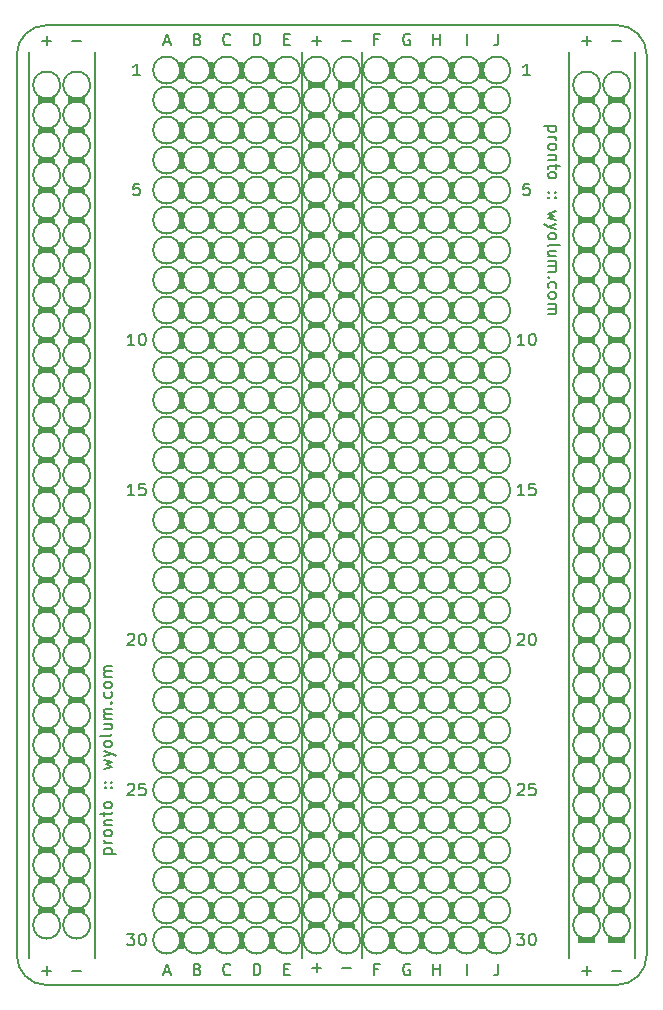
<source format=gbr>
%TF.GenerationSoftware,KiCad,Pcbnew,9.0.3-9.0.3-0~ubuntu24.04.1*%
%TF.CreationDate,2025-11-29T12:49:12+05:30*%
%TF.ProjectId,pronto,70726f6e-746f-42e6-9b69-6361645f7063,rev1*%
%TF.SameCoordinates,Original*%
%TF.FileFunction,Legend,Top*%
%TF.FilePolarity,Positive*%
%FSLAX46Y46*%
G04 Gerber Fmt 4.6, Leading zero omitted, Abs format (unit mm)*
G04 Created by KiCad (PCBNEW 9.0.3-9.0.3-0~ubuntu24.04.1) date 2025-11-29 12:49:12*
%MOMM*%
%LPD*%
G01*
G04 APERTURE LIST*
%ADD10C,0.150000*%
%ADD11C,2.032000*%
%TA.AperFunction,Profile*%
%ADD12C,0.150000*%
%TD*%
G04 APERTURE END LIST*
D10*
X120650000Y-118364000D02*
X120650000Y-41656000D01*
X115570000Y-41656000D02*
X115570000Y-118364000D01*
X92456000Y-41656000D02*
X92456000Y-118364000D01*
X143764000Y-118364000D02*
X143764000Y-41656000D01*
X98044000Y-118364000D02*
X98044000Y-41656000D01*
X138176000Y-41656000D02*
X138176000Y-118364000D01*
X93599048Y-40713866D02*
X94360953Y-40713866D01*
X93980000Y-41094819D02*
X93980000Y-40332914D01*
X96139048Y-40713866D02*
X96900953Y-40713866D01*
X141859048Y-40713866D02*
X142620953Y-40713866D01*
X139319048Y-40713866D02*
X140080953Y-40713866D01*
X139700000Y-41094819D02*
X139700000Y-40332914D01*
X132222857Y-40094819D02*
X132222857Y-40809104D01*
X132222857Y-40809104D02*
X132175238Y-40951961D01*
X132175238Y-40951961D02*
X132080000Y-41047200D01*
X132080000Y-41047200D02*
X131937143Y-41094819D01*
X131937143Y-41094819D02*
X131841905Y-41094819D01*
X129540000Y-41094819D02*
X129540000Y-40094819D01*
X126714286Y-41094819D02*
X126714286Y-40094819D01*
X126714286Y-40571009D02*
X127285714Y-40571009D01*
X127285714Y-41094819D02*
X127285714Y-40094819D01*
X124721904Y-40142438D02*
X124626666Y-40094819D01*
X124626666Y-40094819D02*
X124483809Y-40094819D01*
X124483809Y-40094819D02*
X124340952Y-40142438D01*
X124340952Y-40142438D02*
X124245714Y-40237676D01*
X124245714Y-40237676D02*
X124198095Y-40332914D01*
X124198095Y-40332914D02*
X124150476Y-40523390D01*
X124150476Y-40523390D02*
X124150476Y-40666247D01*
X124150476Y-40666247D02*
X124198095Y-40856723D01*
X124198095Y-40856723D02*
X124245714Y-40951961D01*
X124245714Y-40951961D02*
X124340952Y-41047200D01*
X124340952Y-41047200D02*
X124483809Y-41094819D01*
X124483809Y-41094819D02*
X124579047Y-41094819D01*
X124579047Y-41094819D02*
X124721904Y-41047200D01*
X124721904Y-41047200D02*
X124769523Y-40999580D01*
X124769523Y-40999580D02*
X124769523Y-40666247D01*
X124769523Y-40666247D02*
X124579047Y-40666247D01*
X122062857Y-40571009D02*
X121729524Y-40571009D01*
X121729524Y-41094819D02*
X121729524Y-40094819D01*
X121729524Y-40094819D02*
X122205714Y-40094819D01*
X114085714Y-40571009D02*
X114419047Y-40571009D01*
X114561904Y-41094819D02*
X114085714Y-41094819D01*
X114085714Y-41094819D02*
X114085714Y-40094819D01*
X114085714Y-40094819D02*
X114561904Y-40094819D01*
X111498095Y-41094819D02*
X111498095Y-40094819D01*
X111498095Y-40094819D02*
X111736190Y-40094819D01*
X111736190Y-40094819D02*
X111879047Y-40142438D01*
X111879047Y-40142438D02*
X111974285Y-40237676D01*
X111974285Y-40237676D02*
X112021904Y-40332914D01*
X112021904Y-40332914D02*
X112069523Y-40523390D01*
X112069523Y-40523390D02*
X112069523Y-40666247D01*
X112069523Y-40666247D02*
X112021904Y-40856723D01*
X112021904Y-40856723D02*
X111974285Y-40951961D01*
X111974285Y-40951961D02*
X111879047Y-41047200D01*
X111879047Y-41047200D02*
X111736190Y-41094819D01*
X111736190Y-41094819D02*
X111498095Y-41094819D01*
X109529523Y-40999580D02*
X109481904Y-41047200D01*
X109481904Y-41047200D02*
X109339047Y-41094819D01*
X109339047Y-41094819D02*
X109243809Y-41094819D01*
X109243809Y-41094819D02*
X109100952Y-41047200D01*
X109100952Y-41047200D02*
X109005714Y-40951961D01*
X109005714Y-40951961D02*
X108958095Y-40856723D01*
X108958095Y-40856723D02*
X108910476Y-40666247D01*
X108910476Y-40666247D02*
X108910476Y-40523390D01*
X108910476Y-40523390D02*
X108958095Y-40332914D01*
X108958095Y-40332914D02*
X109005714Y-40237676D01*
X109005714Y-40237676D02*
X109100952Y-40142438D01*
X109100952Y-40142438D02*
X109243809Y-40094819D01*
X109243809Y-40094819D02*
X109339047Y-40094819D01*
X109339047Y-40094819D02*
X109481904Y-40142438D01*
X109481904Y-40142438D02*
X109529523Y-40190057D01*
X106751428Y-40571009D02*
X106894285Y-40618628D01*
X106894285Y-40618628D02*
X106941904Y-40666247D01*
X106941904Y-40666247D02*
X106989523Y-40761485D01*
X106989523Y-40761485D02*
X106989523Y-40904342D01*
X106989523Y-40904342D02*
X106941904Y-40999580D01*
X106941904Y-40999580D02*
X106894285Y-41047200D01*
X106894285Y-41047200D02*
X106799047Y-41094819D01*
X106799047Y-41094819D02*
X106418095Y-41094819D01*
X106418095Y-41094819D02*
X106418095Y-40094819D01*
X106418095Y-40094819D02*
X106751428Y-40094819D01*
X106751428Y-40094819D02*
X106846666Y-40142438D01*
X106846666Y-40142438D02*
X106894285Y-40190057D01*
X106894285Y-40190057D02*
X106941904Y-40285295D01*
X106941904Y-40285295D02*
X106941904Y-40380533D01*
X106941904Y-40380533D02*
X106894285Y-40475771D01*
X106894285Y-40475771D02*
X106846666Y-40523390D01*
X106846666Y-40523390D02*
X106751428Y-40571009D01*
X106751428Y-40571009D02*
X106418095Y-40571009D01*
X103901905Y-40809104D02*
X104378095Y-40809104D01*
X103806667Y-41094819D02*
X104140000Y-40094819D01*
X104140000Y-40094819D02*
X104473333Y-41094819D01*
X133810476Y-116294819D02*
X134429523Y-116294819D01*
X134429523Y-116294819D02*
X134096190Y-116675771D01*
X134096190Y-116675771D02*
X134239047Y-116675771D01*
X134239047Y-116675771D02*
X134334285Y-116723390D01*
X134334285Y-116723390D02*
X134381904Y-116771009D01*
X134381904Y-116771009D02*
X134429523Y-116866247D01*
X134429523Y-116866247D02*
X134429523Y-117104342D01*
X134429523Y-117104342D02*
X134381904Y-117199580D01*
X134381904Y-117199580D02*
X134334285Y-117247200D01*
X134334285Y-117247200D02*
X134239047Y-117294819D01*
X134239047Y-117294819D02*
X133953333Y-117294819D01*
X133953333Y-117294819D02*
X133858095Y-117247200D01*
X133858095Y-117247200D02*
X133810476Y-117199580D01*
X135048571Y-116294819D02*
X135143809Y-116294819D01*
X135143809Y-116294819D02*
X135239047Y-116342438D01*
X135239047Y-116342438D02*
X135286666Y-116390057D01*
X135286666Y-116390057D02*
X135334285Y-116485295D01*
X135334285Y-116485295D02*
X135381904Y-116675771D01*
X135381904Y-116675771D02*
X135381904Y-116913866D01*
X135381904Y-116913866D02*
X135334285Y-117104342D01*
X135334285Y-117104342D02*
X135286666Y-117199580D01*
X135286666Y-117199580D02*
X135239047Y-117247200D01*
X135239047Y-117247200D02*
X135143809Y-117294819D01*
X135143809Y-117294819D02*
X135048571Y-117294819D01*
X135048571Y-117294819D02*
X134953333Y-117247200D01*
X134953333Y-117247200D02*
X134905714Y-117199580D01*
X134905714Y-117199580D02*
X134858095Y-117104342D01*
X134858095Y-117104342D02*
X134810476Y-116913866D01*
X134810476Y-116913866D02*
X134810476Y-116675771D01*
X134810476Y-116675771D02*
X134858095Y-116485295D01*
X134858095Y-116485295D02*
X134905714Y-116390057D01*
X134905714Y-116390057D02*
X134953333Y-116342438D01*
X134953333Y-116342438D02*
X135048571Y-116294819D01*
X133858095Y-103690057D02*
X133905714Y-103642438D01*
X133905714Y-103642438D02*
X134000952Y-103594819D01*
X134000952Y-103594819D02*
X134239047Y-103594819D01*
X134239047Y-103594819D02*
X134334285Y-103642438D01*
X134334285Y-103642438D02*
X134381904Y-103690057D01*
X134381904Y-103690057D02*
X134429523Y-103785295D01*
X134429523Y-103785295D02*
X134429523Y-103880533D01*
X134429523Y-103880533D02*
X134381904Y-104023390D01*
X134381904Y-104023390D02*
X133810476Y-104594819D01*
X133810476Y-104594819D02*
X134429523Y-104594819D01*
X135334285Y-103594819D02*
X134858095Y-103594819D01*
X134858095Y-103594819D02*
X134810476Y-104071009D01*
X134810476Y-104071009D02*
X134858095Y-104023390D01*
X134858095Y-104023390D02*
X134953333Y-103975771D01*
X134953333Y-103975771D02*
X135191428Y-103975771D01*
X135191428Y-103975771D02*
X135286666Y-104023390D01*
X135286666Y-104023390D02*
X135334285Y-104071009D01*
X135334285Y-104071009D02*
X135381904Y-104166247D01*
X135381904Y-104166247D02*
X135381904Y-104404342D01*
X135381904Y-104404342D02*
X135334285Y-104499580D01*
X135334285Y-104499580D02*
X135286666Y-104547200D01*
X135286666Y-104547200D02*
X135191428Y-104594819D01*
X135191428Y-104594819D02*
X134953333Y-104594819D01*
X134953333Y-104594819D02*
X134858095Y-104547200D01*
X134858095Y-104547200D02*
X134810476Y-104499580D01*
X133858095Y-90990057D02*
X133905714Y-90942438D01*
X133905714Y-90942438D02*
X134000952Y-90894819D01*
X134000952Y-90894819D02*
X134239047Y-90894819D01*
X134239047Y-90894819D02*
X134334285Y-90942438D01*
X134334285Y-90942438D02*
X134381904Y-90990057D01*
X134381904Y-90990057D02*
X134429523Y-91085295D01*
X134429523Y-91085295D02*
X134429523Y-91180533D01*
X134429523Y-91180533D02*
X134381904Y-91323390D01*
X134381904Y-91323390D02*
X133810476Y-91894819D01*
X133810476Y-91894819D02*
X134429523Y-91894819D01*
X135048571Y-90894819D02*
X135143809Y-90894819D01*
X135143809Y-90894819D02*
X135239047Y-90942438D01*
X135239047Y-90942438D02*
X135286666Y-90990057D01*
X135286666Y-90990057D02*
X135334285Y-91085295D01*
X135334285Y-91085295D02*
X135381904Y-91275771D01*
X135381904Y-91275771D02*
X135381904Y-91513866D01*
X135381904Y-91513866D02*
X135334285Y-91704342D01*
X135334285Y-91704342D02*
X135286666Y-91799580D01*
X135286666Y-91799580D02*
X135239047Y-91847200D01*
X135239047Y-91847200D02*
X135143809Y-91894819D01*
X135143809Y-91894819D02*
X135048571Y-91894819D01*
X135048571Y-91894819D02*
X134953333Y-91847200D01*
X134953333Y-91847200D02*
X134905714Y-91799580D01*
X134905714Y-91799580D02*
X134858095Y-91704342D01*
X134858095Y-91704342D02*
X134810476Y-91513866D01*
X134810476Y-91513866D02*
X134810476Y-91275771D01*
X134810476Y-91275771D02*
X134858095Y-91085295D01*
X134858095Y-91085295D02*
X134905714Y-90990057D01*
X134905714Y-90990057D02*
X134953333Y-90942438D01*
X134953333Y-90942438D02*
X135048571Y-90894819D01*
X134429523Y-79194819D02*
X133858095Y-79194819D01*
X134143809Y-79194819D02*
X134143809Y-78194819D01*
X134143809Y-78194819D02*
X134048571Y-78337676D01*
X134048571Y-78337676D02*
X133953333Y-78432914D01*
X133953333Y-78432914D02*
X133858095Y-78480533D01*
X135334285Y-78194819D02*
X134858095Y-78194819D01*
X134858095Y-78194819D02*
X134810476Y-78671009D01*
X134810476Y-78671009D02*
X134858095Y-78623390D01*
X134858095Y-78623390D02*
X134953333Y-78575771D01*
X134953333Y-78575771D02*
X135191428Y-78575771D01*
X135191428Y-78575771D02*
X135286666Y-78623390D01*
X135286666Y-78623390D02*
X135334285Y-78671009D01*
X135334285Y-78671009D02*
X135381904Y-78766247D01*
X135381904Y-78766247D02*
X135381904Y-79004342D01*
X135381904Y-79004342D02*
X135334285Y-79099580D01*
X135334285Y-79099580D02*
X135286666Y-79147200D01*
X135286666Y-79147200D02*
X135191428Y-79194819D01*
X135191428Y-79194819D02*
X134953333Y-79194819D01*
X134953333Y-79194819D02*
X134858095Y-79147200D01*
X134858095Y-79147200D02*
X134810476Y-79099580D01*
X134429523Y-66494819D02*
X133858095Y-66494819D01*
X134143809Y-66494819D02*
X134143809Y-65494819D01*
X134143809Y-65494819D02*
X134048571Y-65637676D01*
X134048571Y-65637676D02*
X133953333Y-65732914D01*
X133953333Y-65732914D02*
X133858095Y-65780533D01*
X135048571Y-65494819D02*
X135143809Y-65494819D01*
X135143809Y-65494819D02*
X135239047Y-65542438D01*
X135239047Y-65542438D02*
X135286666Y-65590057D01*
X135286666Y-65590057D02*
X135334285Y-65685295D01*
X135334285Y-65685295D02*
X135381904Y-65875771D01*
X135381904Y-65875771D02*
X135381904Y-66113866D01*
X135381904Y-66113866D02*
X135334285Y-66304342D01*
X135334285Y-66304342D02*
X135286666Y-66399580D01*
X135286666Y-66399580D02*
X135239047Y-66447200D01*
X135239047Y-66447200D02*
X135143809Y-66494819D01*
X135143809Y-66494819D02*
X135048571Y-66494819D01*
X135048571Y-66494819D02*
X134953333Y-66447200D01*
X134953333Y-66447200D02*
X134905714Y-66399580D01*
X134905714Y-66399580D02*
X134858095Y-66304342D01*
X134858095Y-66304342D02*
X134810476Y-66113866D01*
X134810476Y-66113866D02*
X134810476Y-65875771D01*
X134810476Y-65875771D02*
X134858095Y-65685295D01*
X134858095Y-65685295D02*
X134905714Y-65590057D01*
X134905714Y-65590057D02*
X134953333Y-65542438D01*
X134953333Y-65542438D02*
X135048571Y-65494819D01*
X134858095Y-52794819D02*
X134381905Y-52794819D01*
X134381905Y-52794819D02*
X134334286Y-53271009D01*
X134334286Y-53271009D02*
X134381905Y-53223390D01*
X134381905Y-53223390D02*
X134477143Y-53175771D01*
X134477143Y-53175771D02*
X134715238Y-53175771D01*
X134715238Y-53175771D02*
X134810476Y-53223390D01*
X134810476Y-53223390D02*
X134858095Y-53271009D01*
X134858095Y-53271009D02*
X134905714Y-53366247D01*
X134905714Y-53366247D02*
X134905714Y-53604342D01*
X134905714Y-53604342D02*
X134858095Y-53699580D01*
X134858095Y-53699580D02*
X134810476Y-53747200D01*
X134810476Y-53747200D02*
X134715238Y-53794819D01*
X134715238Y-53794819D02*
X134477143Y-53794819D01*
X134477143Y-53794819D02*
X134381905Y-53747200D01*
X134381905Y-53747200D02*
X134334286Y-53699580D01*
X134905714Y-43634819D02*
X134334286Y-43634819D01*
X134620000Y-43634819D02*
X134620000Y-42634819D01*
X134620000Y-42634819D02*
X134524762Y-42777676D01*
X134524762Y-42777676D02*
X134429524Y-42872914D01*
X134429524Y-42872914D02*
X134334286Y-42920533D01*
X101409523Y-66494819D02*
X100838095Y-66494819D01*
X101123809Y-66494819D02*
X101123809Y-65494819D01*
X101123809Y-65494819D02*
X101028571Y-65637676D01*
X101028571Y-65637676D02*
X100933333Y-65732914D01*
X100933333Y-65732914D02*
X100838095Y-65780533D01*
X102028571Y-65494819D02*
X102123809Y-65494819D01*
X102123809Y-65494819D02*
X102219047Y-65542438D01*
X102219047Y-65542438D02*
X102266666Y-65590057D01*
X102266666Y-65590057D02*
X102314285Y-65685295D01*
X102314285Y-65685295D02*
X102361904Y-65875771D01*
X102361904Y-65875771D02*
X102361904Y-66113866D01*
X102361904Y-66113866D02*
X102314285Y-66304342D01*
X102314285Y-66304342D02*
X102266666Y-66399580D01*
X102266666Y-66399580D02*
X102219047Y-66447200D01*
X102219047Y-66447200D02*
X102123809Y-66494819D01*
X102123809Y-66494819D02*
X102028571Y-66494819D01*
X102028571Y-66494819D02*
X101933333Y-66447200D01*
X101933333Y-66447200D02*
X101885714Y-66399580D01*
X101885714Y-66399580D02*
X101838095Y-66304342D01*
X101838095Y-66304342D02*
X101790476Y-66113866D01*
X101790476Y-66113866D02*
X101790476Y-65875771D01*
X101790476Y-65875771D02*
X101838095Y-65685295D01*
X101838095Y-65685295D02*
X101885714Y-65590057D01*
X101885714Y-65590057D02*
X101933333Y-65542438D01*
X101933333Y-65542438D02*
X102028571Y-65494819D01*
X101409523Y-79194819D02*
X100838095Y-79194819D01*
X101123809Y-79194819D02*
X101123809Y-78194819D01*
X101123809Y-78194819D02*
X101028571Y-78337676D01*
X101028571Y-78337676D02*
X100933333Y-78432914D01*
X100933333Y-78432914D02*
X100838095Y-78480533D01*
X102314285Y-78194819D02*
X101838095Y-78194819D01*
X101838095Y-78194819D02*
X101790476Y-78671009D01*
X101790476Y-78671009D02*
X101838095Y-78623390D01*
X101838095Y-78623390D02*
X101933333Y-78575771D01*
X101933333Y-78575771D02*
X102171428Y-78575771D01*
X102171428Y-78575771D02*
X102266666Y-78623390D01*
X102266666Y-78623390D02*
X102314285Y-78671009D01*
X102314285Y-78671009D02*
X102361904Y-78766247D01*
X102361904Y-78766247D02*
X102361904Y-79004342D01*
X102361904Y-79004342D02*
X102314285Y-79099580D01*
X102314285Y-79099580D02*
X102266666Y-79147200D01*
X102266666Y-79147200D02*
X102171428Y-79194819D01*
X102171428Y-79194819D02*
X101933333Y-79194819D01*
X101933333Y-79194819D02*
X101838095Y-79147200D01*
X101838095Y-79147200D02*
X101790476Y-79099580D01*
X100838095Y-90990057D02*
X100885714Y-90942438D01*
X100885714Y-90942438D02*
X100980952Y-90894819D01*
X100980952Y-90894819D02*
X101219047Y-90894819D01*
X101219047Y-90894819D02*
X101314285Y-90942438D01*
X101314285Y-90942438D02*
X101361904Y-90990057D01*
X101361904Y-90990057D02*
X101409523Y-91085295D01*
X101409523Y-91085295D02*
X101409523Y-91180533D01*
X101409523Y-91180533D02*
X101361904Y-91323390D01*
X101361904Y-91323390D02*
X100790476Y-91894819D01*
X100790476Y-91894819D02*
X101409523Y-91894819D01*
X102028571Y-90894819D02*
X102123809Y-90894819D01*
X102123809Y-90894819D02*
X102219047Y-90942438D01*
X102219047Y-90942438D02*
X102266666Y-90990057D01*
X102266666Y-90990057D02*
X102314285Y-91085295D01*
X102314285Y-91085295D02*
X102361904Y-91275771D01*
X102361904Y-91275771D02*
X102361904Y-91513866D01*
X102361904Y-91513866D02*
X102314285Y-91704342D01*
X102314285Y-91704342D02*
X102266666Y-91799580D01*
X102266666Y-91799580D02*
X102219047Y-91847200D01*
X102219047Y-91847200D02*
X102123809Y-91894819D01*
X102123809Y-91894819D02*
X102028571Y-91894819D01*
X102028571Y-91894819D02*
X101933333Y-91847200D01*
X101933333Y-91847200D02*
X101885714Y-91799580D01*
X101885714Y-91799580D02*
X101838095Y-91704342D01*
X101838095Y-91704342D02*
X101790476Y-91513866D01*
X101790476Y-91513866D02*
X101790476Y-91275771D01*
X101790476Y-91275771D02*
X101838095Y-91085295D01*
X101838095Y-91085295D02*
X101885714Y-90990057D01*
X101885714Y-90990057D02*
X101933333Y-90942438D01*
X101933333Y-90942438D02*
X102028571Y-90894819D01*
X100838095Y-103690057D02*
X100885714Y-103642438D01*
X100885714Y-103642438D02*
X100980952Y-103594819D01*
X100980952Y-103594819D02*
X101219047Y-103594819D01*
X101219047Y-103594819D02*
X101314285Y-103642438D01*
X101314285Y-103642438D02*
X101361904Y-103690057D01*
X101361904Y-103690057D02*
X101409523Y-103785295D01*
X101409523Y-103785295D02*
X101409523Y-103880533D01*
X101409523Y-103880533D02*
X101361904Y-104023390D01*
X101361904Y-104023390D02*
X100790476Y-104594819D01*
X100790476Y-104594819D02*
X101409523Y-104594819D01*
X102314285Y-103594819D02*
X101838095Y-103594819D01*
X101838095Y-103594819D02*
X101790476Y-104071009D01*
X101790476Y-104071009D02*
X101838095Y-104023390D01*
X101838095Y-104023390D02*
X101933333Y-103975771D01*
X101933333Y-103975771D02*
X102171428Y-103975771D01*
X102171428Y-103975771D02*
X102266666Y-104023390D01*
X102266666Y-104023390D02*
X102314285Y-104071009D01*
X102314285Y-104071009D02*
X102361904Y-104166247D01*
X102361904Y-104166247D02*
X102361904Y-104404342D01*
X102361904Y-104404342D02*
X102314285Y-104499580D01*
X102314285Y-104499580D02*
X102266666Y-104547200D01*
X102266666Y-104547200D02*
X102171428Y-104594819D01*
X102171428Y-104594819D02*
X101933333Y-104594819D01*
X101933333Y-104594819D02*
X101838095Y-104547200D01*
X101838095Y-104547200D02*
X101790476Y-104499580D01*
X100790476Y-116294819D02*
X101409523Y-116294819D01*
X101409523Y-116294819D02*
X101076190Y-116675771D01*
X101076190Y-116675771D02*
X101219047Y-116675771D01*
X101219047Y-116675771D02*
X101314285Y-116723390D01*
X101314285Y-116723390D02*
X101361904Y-116771009D01*
X101361904Y-116771009D02*
X101409523Y-116866247D01*
X101409523Y-116866247D02*
X101409523Y-117104342D01*
X101409523Y-117104342D02*
X101361904Y-117199580D01*
X101361904Y-117199580D02*
X101314285Y-117247200D01*
X101314285Y-117247200D02*
X101219047Y-117294819D01*
X101219047Y-117294819D02*
X100933333Y-117294819D01*
X100933333Y-117294819D02*
X100838095Y-117247200D01*
X100838095Y-117247200D02*
X100790476Y-117199580D01*
X102028571Y-116294819D02*
X102123809Y-116294819D01*
X102123809Y-116294819D02*
X102219047Y-116342438D01*
X102219047Y-116342438D02*
X102266666Y-116390057D01*
X102266666Y-116390057D02*
X102314285Y-116485295D01*
X102314285Y-116485295D02*
X102361904Y-116675771D01*
X102361904Y-116675771D02*
X102361904Y-116913866D01*
X102361904Y-116913866D02*
X102314285Y-117104342D01*
X102314285Y-117104342D02*
X102266666Y-117199580D01*
X102266666Y-117199580D02*
X102219047Y-117247200D01*
X102219047Y-117247200D02*
X102123809Y-117294819D01*
X102123809Y-117294819D02*
X102028571Y-117294819D01*
X102028571Y-117294819D02*
X101933333Y-117247200D01*
X101933333Y-117247200D02*
X101885714Y-117199580D01*
X101885714Y-117199580D02*
X101838095Y-117104342D01*
X101838095Y-117104342D02*
X101790476Y-116913866D01*
X101790476Y-116913866D02*
X101790476Y-116675771D01*
X101790476Y-116675771D02*
X101838095Y-116485295D01*
X101838095Y-116485295D02*
X101885714Y-116390057D01*
X101885714Y-116390057D02*
X101933333Y-116342438D01*
X101933333Y-116342438D02*
X102028571Y-116294819D01*
X118999048Y-119199866D02*
X119760953Y-119199866D01*
X116459048Y-119199866D02*
X117220953Y-119199866D01*
X116840000Y-119580819D02*
X116840000Y-118818914D01*
X118999048Y-40713866D02*
X119760953Y-40713866D01*
X116459048Y-40713866D02*
X117220953Y-40713866D01*
X116840000Y-41094819D02*
X116840000Y-40332914D01*
X137117847Y-47951428D02*
X136117847Y-47951428D01*
X137070228Y-47951428D02*
X137117847Y-48046666D01*
X137117847Y-48046666D02*
X137117847Y-48237142D01*
X137117847Y-48237142D02*
X137070228Y-48332380D01*
X137070228Y-48332380D02*
X137022609Y-48379999D01*
X137022609Y-48379999D02*
X136927371Y-48427618D01*
X136927371Y-48427618D02*
X136641657Y-48427618D01*
X136641657Y-48427618D02*
X136546419Y-48379999D01*
X136546419Y-48379999D02*
X136498800Y-48332380D01*
X136498800Y-48332380D02*
X136451180Y-48237142D01*
X136451180Y-48237142D02*
X136451180Y-48046666D01*
X136451180Y-48046666D02*
X136498800Y-47951428D01*
X136451180Y-48856190D02*
X137117847Y-48856190D01*
X136927371Y-48856190D02*
X137022609Y-48903809D01*
X137022609Y-48903809D02*
X137070228Y-48951428D01*
X137070228Y-48951428D02*
X137117847Y-49046666D01*
X137117847Y-49046666D02*
X137117847Y-49141904D01*
X136451180Y-49618095D02*
X136498800Y-49522857D01*
X136498800Y-49522857D02*
X136546419Y-49475238D01*
X136546419Y-49475238D02*
X136641657Y-49427619D01*
X136641657Y-49427619D02*
X136927371Y-49427619D01*
X136927371Y-49427619D02*
X137022609Y-49475238D01*
X137022609Y-49475238D02*
X137070228Y-49522857D01*
X137070228Y-49522857D02*
X137117847Y-49618095D01*
X137117847Y-49618095D02*
X137117847Y-49760952D01*
X137117847Y-49760952D02*
X137070228Y-49856190D01*
X137070228Y-49856190D02*
X137022609Y-49903809D01*
X137022609Y-49903809D02*
X136927371Y-49951428D01*
X136927371Y-49951428D02*
X136641657Y-49951428D01*
X136641657Y-49951428D02*
X136546419Y-49903809D01*
X136546419Y-49903809D02*
X136498800Y-49856190D01*
X136498800Y-49856190D02*
X136451180Y-49760952D01*
X136451180Y-49760952D02*
X136451180Y-49618095D01*
X137117847Y-50380000D02*
X136451180Y-50380000D01*
X137022609Y-50380000D02*
X137070228Y-50427619D01*
X137070228Y-50427619D02*
X137117847Y-50522857D01*
X137117847Y-50522857D02*
X137117847Y-50665714D01*
X137117847Y-50665714D02*
X137070228Y-50760952D01*
X137070228Y-50760952D02*
X136974990Y-50808571D01*
X136974990Y-50808571D02*
X136451180Y-50808571D01*
X137117847Y-51141905D02*
X137117847Y-51522857D01*
X137451180Y-51284762D02*
X136594038Y-51284762D01*
X136594038Y-51284762D02*
X136498800Y-51332381D01*
X136498800Y-51332381D02*
X136451180Y-51427619D01*
X136451180Y-51427619D02*
X136451180Y-51522857D01*
X136451180Y-51999048D02*
X136498800Y-51903810D01*
X136498800Y-51903810D02*
X136546419Y-51856191D01*
X136546419Y-51856191D02*
X136641657Y-51808572D01*
X136641657Y-51808572D02*
X136927371Y-51808572D01*
X136927371Y-51808572D02*
X137022609Y-51856191D01*
X137022609Y-51856191D02*
X137070228Y-51903810D01*
X137070228Y-51903810D02*
X137117847Y-51999048D01*
X137117847Y-51999048D02*
X137117847Y-52141905D01*
X137117847Y-52141905D02*
X137070228Y-52237143D01*
X137070228Y-52237143D02*
X137022609Y-52284762D01*
X137022609Y-52284762D02*
X136927371Y-52332381D01*
X136927371Y-52332381D02*
X136641657Y-52332381D01*
X136641657Y-52332381D02*
X136546419Y-52284762D01*
X136546419Y-52284762D02*
X136498800Y-52237143D01*
X136498800Y-52237143D02*
X136451180Y-52141905D01*
X136451180Y-52141905D02*
X136451180Y-51999048D01*
X136546419Y-53522858D02*
X136498800Y-53570477D01*
X136498800Y-53570477D02*
X136451180Y-53522858D01*
X136451180Y-53522858D02*
X136498800Y-53475239D01*
X136498800Y-53475239D02*
X136546419Y-53522858D01*
X136546419Y-53522858D02*
X136451180Y-53522858D01*
X137070228Y-53522858D02*
X137022609Y-53570477D01*
X137022609Y-53570477D02*
X136974990Y-53522858D01*
X136974990Y-53522858D02*
X137022609Y-53475239D01*
X137022609Y-53475239D02*
X137070228Y-53522858D01*
X137070228Y-53522858D02*
X136974990Y-53522858D01*
X136546419Y-53999048D02*
X136498800Y-54046667D01*
X136498800Y-54046667D02*
X136451180Y-53999048D01*
X136451180Y-53999048D02*
X136498800Y-53951429D01*
X136498800Y-53951429D02*
X136546419Y-53999048D01*
X136546419Y-53999048D02*
X136451180Y-53999048D01*
X137070228Y-53999048D02*
X137022609Y-54046667D01*
X137022609Y-54046667D02*
X136974990Y-53999048D01*
X136974990Y-53999048D02*
X137022609Y-53951429D01*
X137022609Y-53951429D02*
X137070228Y-53999048D01*
X137070228Y-53999048D02*
X136974990Y-53999048D01*
X137117847Y-55141905D02*
X136451180Y-55332381D01*
X136451180Y-55332381D02*
X136927371Y-55522857D01*
X136927371Y-55522857D02*
X136451180Y-55713333D01*
X136451180Y-55713333D02*
X137117847Y-55903809D01*
X137117847Y-56189524D02*
X136451180Y-56427619D01*
X137117847Y-56665714D02*
X136451180Y-56427619D01*
X136451180Y-56427619D02*
X136213085Y-56332381D01*
X136213085Y-56332381D02*
X136165466Y-56284762D01*
X136165466Y-56284762D02*
X136117847Y-56189524D01*
X136451180Y-57189524D02*
X136498800Y-57094286D01*
X136498800Y-57094286D02*
X136546419Y-57046667D01*
X136546419Y-57046667D02*
X136641657Y-56999048D01*
X136641657Y-56999048D02*
X136927371Y-56999048D01*
X136927371Y-56999048D02*
X137022609Y-57046667D01*
X137022609Y-57046667D02*
X137070228Y-57094286D01*
X137070228Y-57094286D02*
X137117847Y-57189524D01*
X137117847Y-57189524D02*
X137117847Y-57332381D01*
X137117847Y-57332381D02*
X137070228Y-57427619D01*
X137070228Y-57427619D02*
X137022609Y-57475238D01*
X137022609Y-57475238D02*
X136927371Y-57522857D01*
X136927371Y-57522857D02*
X136641657Y-57522857D01*
X136641657Y-57522857D02*
X136546419Y-57475238D01*
X136546419Y-57475238D02*
X136498800Y-57427619D01*
X136498800Y-57427619D02*
X136451180Y-57332381D01*
X136451180Y-57332381D02*
X136451180Y-57189524D01*
X136451180Y-58094286D02*
X136498800Y-57999048D01*
X136498800Y-57999048D02*
X136594038Y-57951429D01*
X136594038Y-57951429D02*
X137451180Y-57951429D01*
X137117847Y-58903810D02*
X136451180Y-58903810D01*
X137117847Y-58475239D02*
X136594038Y-58475239D01*
X136594038Y-58475239D02*
X136498800Y-58522858D01*
X136498800Y-58522858D02*
X136451180Y-58618096D01*
X136451180Y-58618096D02*
X136451180Y-58760953D01*
X136451180Y-58760953D02*
X136498800Y-58856191D01*
X136498800Y-58856191D02*
X136546419Y-58903810D01*
X136451180Y-59380001D02*
X137117847Y-59380001D01*
X137022609Y-59380001D02*
X137070228Y-59427620D01*
X137070228Y-59427620D02*
X137117847Y-59522858D01*
X137117847Y-59522858D02*
X137117847Y-59665715D01*
X137117847Y-59665715D02*
X137070228Y-59760953D01*
X137070228Y-59760953D02*
X136974990Y-59808572D01*
X136974990Y-59808572D02*
X136451180Y-59808572D01*
X136974990Y-59808572D02*
X137070228Y-59856191D01*
X137070228Y-59856191D02*
X137117847Y-59951429D01*
X137117847Y-59951429D02*
X137117847Y-60094286D01*
X137117847Y-60094286D02*
X137070228Y-60189525D01*
X137070228Y-60189525D02*
X136974990Y-60237144D01*
X136974990Y-60237144D02*
X136451180Y-60237144D01*
X136546419Y-60713334D02*
X136498800Y-60760953D01*
X136498800Y-60760953D02*
X136451180Y-60713334D01*
X136451180Y-60713334D02*
X136498800Y-60665715D01*
X136498800Y-60665715D02*
X136546419Y-60713334D01*
X136546419Y-60713334D02*
X136451180Y-60713334D01*
X136498800Y-61618095D02*
X136451180Y-61522857D01*
X136451180Y-61522857D02*
X136451180Y-61332381D01*
X136451180Y-61332381D02*
X136498800Y-61237143D01*
X136498800Y-61237143D02*
X136546419Y-61189524D01*
X136546419Y-61189524D02*
X136641657Y-61141905D01*
X136641657Y-61141905D02*
X136927371Y-61141905D01*
X136927371Y-61141905D02*
X137022609Y-61189524D01*
X137022609Y-61189524D02*
X137070228Y-61237143D01*
X137070228Y-61237143D02*
X137117847Y-61332381D01*
X137117847Y-61332381D02*
X137117847Y-61522857D01*
X137117847Y-61522857D02*
X137070228Y-61618095D01*
X136451180Y-62189524D02*
X136498800Y-62094286D01*
X136498800Y-62094286D02*
X136546419Y-62046667D01*
X136546419Y-62046667D02*
X136641657Y-61999048D01*
X136641657Y-61999048D02*
X136927371Y-61999048D01*
X136927371Y-61999048D02*
X137022609Y-62046667D01*
X137022609Y-62046667D02*
X137070228Y-62094286D01*
X137070228Y-62094286D02*
X137117847Y-62189524D01*
X137117847Y-62189524D02*
X137117847Y-62332381D01*
X137117847Y-62332381D02*
X137070228Y-62427619D01*
X137070228Y-62427619D02*
X137022609Y-62475238D01*
X137022609Y-62475238D02*
X136927371Y-62522857D01*
X136927371Y-62522857D02*
X136641657Y-62522857D01*
X136641657Y-62522857D02*
X136546419Y-62475238D01*
X136546419Y-62475238D02*
X136498800Y-62427619D01*
X136498800Y-62427619D02*
X136451180Y-62332381D01*
X136451180Y-62332381D02*
X136451180Y-62189524D01*
X136451180Y-62951429D02*
X137117847Y-62951429D01*
X137022609Y-62951429D02*
X137070228Y-62999048D01*
X137070228Y-62999048D02*
X137117847Y-63094286D01*
X137117847Y-63094286D02*
X137117847Y-63237143D01*
X137117847Y-63237143D02*
X137070228Y-63332381D01*
X137070228Y-63332381D02*
X136974990Y-63380000D01*
X136974990Y-63380000D02*
X136451180Y-63380000D01*
X136974990Y-63380000D02*
X137070228Y-63427619D01*
X137070228Y-63427619D02*
X137117847Y-63522857D01*
X137117847Y-63522857D02*
X137117847Y-63665714D01*
X137117847Y-63665714D02*
X137070228Y-63760953D01*
X137070228Y-63760953D02*
X136974990Y-63808572D01*
X136974990Y-63808572D02*
X136451180Y-63808572D01*
X111498095Y-119834819D02*
X111498095Y-118834819D01*
X111498095Y-118834819D02*
X111736190Y-118834819D01*
X111736190Y-118834819D02*
X111879047Y-118882438D01*
X111879047Y-118882438D02*
X111974285Y-118977676D01*
X111974285Y-118977676D02*
X112021904Y-119072914D01*
X112021904Y-119072914D02*
X112069523Y-119263390D01*
X112069523Y-119263390D02*
X112069523Y-119406247D01*
X112069523Y-119406247D02*
X112021904Y-119596723D01*
X112021904Y-119596723D02*
X111974285Y-119691961D01*
X111974285Y-119691961D02*
X111879047Y-119787200D01*
X111879047Y-119787200D02*
X111736190Y-119834819D01*
X111736190Y-119834819D02*
X111498095Y-119834819D01*
X122062857Y-119311009D02*
X121729524Y-119311009D01*
X121729524Y-119834819D02*
X121729524Y-118834819D01*
X121729524Y-118834819D02*
X122205714Y-118834819D01*
X114085714Y-119311009D02*
X114419047Y-119311009D01*
X114561904Y-119834819D02*
X114085714Y-119834819D01*
X114085714Y-119834819D02*
X114085714Y-118834819D01*
X114085714Y-118834819D02*
X114561904Y-118834819D01*
X103901905Y-119549104D02*
X104378095Y-119549104D01*
X103806667Y-119834819D02*
X104140000Y-118834819D01*
X104140000Y-118834819D02*
X104473333Y-119834819D01*
X98848152Y-109528571D02*
X99848152Y-109528571D01*
X98895771Y-109528571D02*
X98848152Y-109433333D01*
X98848152Y-109433333D02*
X98848152Y-109242857D01*
X98848152Y-109242857D02*
X98895771Y-109147619D01*
X98895771Y-109147619D02*
X98943390Y-109100000D01*
X98943390Y-109100000D02*
X99038628Y-109052381D01*
X99038628Y-109052381D02*
X99324342Y-109052381D01*
X99324342Y-109052381D02*
X99419580Y-109100000D01*
X99419580Y-109100000D02*
X99467200Y-109147619D01*
X99467200Y-109147619D02*
X99514819Y-109242857D01*
X99514819Y-109242857D02*
X99514819Y-109433333D01*
X99514819Y-109433333D02*
X99467200Y-109528571D01*
X99514819Y-108623809D02*
X98848152Y-108623809D01*
X99038628Y-108623809D02*
X98943390Y-108576190D01*
X98943390Y-108576190D02*
X98895771Y-108528571D01*
X98895771Y-108528571D02*
X98848152Y-108433333D01*
X98848152Y-108433333D02*
X98848152Y-108338095D01*
X99514819Y-107861904D02*
X99467200Y-107957142D01*
X99467200Y-107957142D02*
X99419580Y-108004761D01*
X99419580Y-108004761D02*
X99324342Y-108052380D01*
X99324342Y-108052380D02*
X99038628Y-108052380D01*
X99038628Y-108052380D02*
X98943390Y-108004761D01*
X98943390Y-108004761D02*
X98895771Y-107957142D01*
X98895771Y-107957142D02*
X98848152Y-107861904D01*
X98848152Y-107861904D02*
X98848152Y-107719047D01*
X98848152Y-107719047D02*
X98895771Y-107623809D01*
X98895771Y-107623809D02*
X98943390Y-107576190D01*
X98943390Y-107576190D02*
X99038628Y-107528571D01*
X99038628Y-107528571D02*
X99324342Y-107528571D01*
X99324342Y-107528571D02*
X99419580Y-107576190D01*
X99419580Y-107576190D02*
X99467200Y-107623809D01*
X99467200Y-107623809D02*
X99514819Y-107719047D01*
X99514819Y-107719047D02*
X99514819Y-107861904D01*
X98848152Y-107099999D02*
X99514819Y-107099999D01*
X98943390Y-107099999D02*
X98895771Y-107052380D01*
X98895771Y-107052380D02*
X98848152Y-106957142D01*
X98848152Y-106957142D02*
X98848152Y-106814285D01*
X98848152Y-106814285D02*
X98895771Y-106719047D01*
X98895771Y-106719047D02*
X98991009Y-106671428D01*
X98991009Y-106671428D02*
X99514819Y-106671428D01*
X98848152Y-106338094D02*
X98848152Y-105957142D01*
X98514819Y-106195237D02*
X99371961Y-106195237D01*
X99371961Y-106195237D02*
X99467200Y-106147618D01*
X99467200Y-106147618D02*
X99514819Y-106052380D01*
X99514819Y-106052380D02*
X99514819Y-105957142D01*
X99514819Y-105480951D02*
X99467200Y-105576189D01*
X99467200Y-105576189D02*
X99419580Y-105623808D01*
X99419580Y-105623808D02*
X99324342Y-105671427D01*
X99324342Y-105671427D02*
X99038628Y-105671427D01*
X99038628Y-105671427D02*
X98943390Y-105623808D01*
X98943390Y-105623808D02*
X98895771Y-105576189D01*
X98895771Y-105576189D02*
X98848152Y-105480951D01*
X98848152Y-105480951D02*
X98848152Y-105338094D01*
X98848152Y-105338094D02*
X98895771Y-105242856D01*
X98895771Y-105242856D02*
X98943390Y-105195237D01*
X98943390Y-105195237D02*
X99038628Y-105147618D01*
X99038628Y-105147618D02*
X99324342Y-105147618D01*
X99324342Y-105147618D02*
X99419580Y-105195237D01*
X99419580Y-105195237D02*
X99467200Y-105242856D01*
X99467200Y-105242856D02*
X99514819Y-105338094D01*
X99514819Y-105338094D02*
X99514819Y-105480951D01*
X99419580Y-103957141D02*
X99467200Y-103909522D01*
X99467200Y-103909522D02*
X99514819Y-103957141D01*
X99514819Y-103957141D02*
X99467200Y-104004760D01*
X99467200Y-104004760D02*
X99419580Y-103957141D01*
X99419580Y-103957141D02*
X99514819Y-103957141D01*
X98895771Y-103957141D02*
X98943390Y-103909522D01*
X98943390Y-103909522D02*
X98991009Y-103957141D01*
X98991009Y-103957141D02*
X98943390Y-104004760D01*
X98943390Y-104004760D02*
X98895771Y-103957141D01*
X98895771Y-103957141D02*
X98991009Y-103957141D01*
X99419580Y-103480951D02*
X99467200Y-103433332D01*
X99467200Y-103433332D02*
X99514819Y-103480951D01*
X99514819Y-103480951D02*
X99467200Y-103528570D01*
X99467200Y-103528570D02*
X99419580Y-103480951D01*
X99419580Y-103480951D02*
X99514819Y-103480951D01*
X98895771Y-103480951D02*
X98943390Y-103433332D01*
X98943390Y-103433332D02*
X98991009Y-103480951D01*
X98991009Y-103480951D02*
X98943390Y-103528570D01*
X98943390Y-103528570D02*
X98895771Y-103480951D01*
X98895771Y-103480951D02*
X98991009Y-103480951D01*
X98848152Y-102338094D02*
X99514819Y-102147618D01*
X99514819Y-102147618D02*
X99038628Y-101957142D01*
X99038628Y-101957142D02*
X99514819Y-101766666D01*
X99514819Y-101766666D02*
X98848152Y-101576190D01*
X98848152Y-101290475D02*
X99514819Y-101052380D01*
X98848152Y-100814285D02*
X99514819Y-101052380D01*
X99514819Y-101052380D02*
X99752914Y-101147618D01*
X99752914Y-101147618D02*
X99800533Y-101195237D01*
X99800533Y-101195237D02*
X99848152Y-101290475D01*
X99514819Y-100290475D02*
X99467200Y-100385713D01*
X99467200Y-100385713D02*
X99419580Y-100433332D01*
X99419580Y-100433332D02*
X99324342Y-100480951D01*
X99324342Y-100480951D02*
X99038628Y-100480951D01*
X99038628Y-100480951D02*
X98943390Y-100433332D01*
X98943390Y-100433332D02*
X98895771Y-100385713D01*
X98895771Y-100385713D02*
X98848152Y-100290475D01*
X98848152Y-100290475D02*
X98848152Y-100147618D01*
X98848152Y-100147618D02*
X98895771Y-100052380D01*
X98895771Y-100052380D02*
X98943390Y-100004761D01*
X98943390Y-100004761D02*
X99038628Y-99957142D01*
X99038628Y-99957142D02*
X99324342Y-99957142D01*
X99324342Y-99957142D02*
X99419580Y-100004761D01*
X99419580Y-100004761D02*
X99467200Y-100052380D01*
X99467200Y-100052380D02*
X99514819Y-100147618D01*
X99514819Y-100147618D02*
X99514819Y-100290475D01*
X99514819Y-99385713D02*
X99467200Y-99480951D01*
X99467200Y-99480951D02*
X99371961Y-99528570D01*
X99371961Y-99528570D02*
X98514819Y-99528570D01*
X98848152Y-98576189D02*
X99514819Y-98576189D01*
X98848152Y-99004760D02*
X99371961Y-99004760D01*
X99371961Y-99004760D02*
X99467200Y-98957141D01*
X99467200Y-98957141D02*
X99514819Y-98861903D01*
X99514819Y-98861903D02*
X99514819Y-98719046D01*
X99514819Y-98719046D02*
X99467200Y-98623808D01*
X99467200Y-98623808D02*
X99419580Y-98576189D01*
X99514819Y-98099998D02*
X98848152Y-98099998D01*
X98943390Y-98099998D02*
X98895771Y-98052379D01*
X98895771Y-98052379D02*
X98848152Y-97957141D01*
X98848152Y-97957141D02*
X98848152Y-97814284D01*
X98848152Y-97814284D02*
X98895771Y-97719046D01*
X98895771Y-97719046D02*
X98991009Y-97671427D01*
X98991009Y-97671427D02*
X99514819Y-97671427D01*
X98991009Y-97671427D02*
X98895771Y-97623808D01*
X98895771Y-97623808D02*
X98848152Y-97528570D01*
X98848152Y-97528570D02*
X98848152Y-97385713D01*
X98848152Y-97385713D02*
X98895771Y-97290474D01*
X98895771Y-97290474D02*
X98991009Y-97242855D01*
X98991009Y-97242855D02*
X99514819Y-97242855D01*
X99419580Y-96766665D02*
X99467200Y-96719046D01*
X99467200Y-96719046D02*
X99514819Y-96766665D01*
X99514819Y-96766665D02*
X99467200Y-96814284D01*
X99467200Y-96814284D02*
X99419580Y-96766665D01*
X99419580Y-96766665D02*
X99514819Y-96766665D01*
X99467200Y-95861904D02*
X99514819Y-95957142D01*
X99514819Y-95957142D02*
X99514819Y-96147618D01*
X99514819Y-96147618D02*
X99467200Y-96242856D01*
X99467200Y-96242856D02*
X99419580Y-96290475D01*
X99419580Y-96290475D02*
X99324342Y-96338094D01*
X99324342Y-96338094D02*
X99038628Y-96338094D01*
X99038628Y-96338094D02*
X98943390Y-96290475D01*
X98943390Y-96290475D02*
X98895771Y-96242856D01*
X98895771Y-96242856D02*
X98848152Y-96147618D01*
X98848152Y-96147618D02*
X98848152Y-95957142D01*
X98848152Y-95957142D02*
X98895771Y-95861904D01*
X99514819Y-95290475D02*
X99467200Y-95385713D01*
X99467200Y-95385713D02*
X99419580Y-95433332D01*
X99419580Y-95433332D02*
X99324342Y-95480951D01*
X99324342Y-95480951D02*
X99038628Y-95480951D01*
X99038628Y-95480951D02*
X98943390Y-95433332D01*
X98943390Y-95433332D02*
X98895771Y-95385713D01*
X98895771Y-95385713D02*
X98848152Y-95290475D01*
X98848152Y-95290475D02*
X98848152Y-95147618D01*
X98848152Y-95147618D02*
X98895771Y-95052380D01*
X98895771Y-95052380D02*
X98943390Y-95004761D01*
X98943390Y-95004761D02*
X99038628Y-94957142D01*
X99038628Y-94957142D02*
X99324342Y-94957142D01*
X99324342Y-94957142D02*
X99419580Y-95004761D01*
X99419580Y-95004761D02*
X99467200Y-95052380D01*
X99467200Y-95052380D02*
X99514819Y-95147618D01*
X99514819Y-95147618D02*
X99514819Y-95290475D01*
X99514819Y-94528570D02*
X98848152Y-94528570D01*
X98943390Y-94528570D02*
X98895771Y-94480951D01*
X98895771Y-94480951D02*
X98848152Y-94385713D01*
X98848152Y-94385713D02*
X98848152Y-94242856D01*
X98848152Y-94242856D02*
X98895771Y-94147618D01*
X98895771Y-94147618D02*
X98991009Y-94099999D01*
X98991009Y-94099999D02*
X99514819Y-94099999D01*
X98991009Y-94099999D02*
X98895771Y-94052380D01*
X98895771Y-94052380D02*
X98848152Y-93957142D01*
X98848152Y-93957142D02*
X98848152Y-93814285D01*
X98848152Y-93814285D02*
X98895771Y-93719046D01*
X98895771Y-93719046D02*
X98991009Y-93671427D01*
X98991009Y-93671427D02*
X99514819Y-93671427D01*
X109529523Y-119739580D02*
X109481904Y-119787200D01*
X109481904Y-119787200D02*
X109339047Y-119834819D01*
X109339047Y-119834819D02*
X109243809Y-119834819D01*
X109243809Y-119834819D02*
X109100952Y-119787200D01*
X109100952Y-119787200D02*
X109005714Y-119691961D01*
X109005714Y-119691961D02*
X108958095Y-119596723D01*
X108958095Y-119596723D02*
X108910476Y-119406247D01*
X108910476Y-119406247D02*
X108910476Y-119263390D01*
X108910476Y-119263390D02*
X108958095Y-119072914D01*
X108958095Y-119072914D02*
X109005714Y-118977676D01*
X109005714Y-118977676D02*
X109100952Y-118882438D01*
X109100952Y-118882438D02*
X109243809Y-118834819D01*
X109243809Y-118834819D02*
X109339047Y-118834819D01*
X109339047Y-118834819D02*
X109481904Y-118882438D01*
X109481904Y-118882438D02*
X109529523Y-118930057D01*
X139319048Y-119453866D02*
X140080953Y-119453866D01*
X139700000Y-119834819D02*
X139700000Y-119072914D01*
X126714286Y-119834819D02*
X126714286Y-118834819D01*
X126714286Y-119311009D02*
X127285714Y-119311009D01*
X127285714Y-119834819D02*
X127285714Y-118834819D01*
X132222857Y-118834819D02*
X132222857Y-119549104D01*
X132222857Y-119549104D02*
X132175238Y-119691961D01*
X132175238Y-119691961D02*
X132080000Y-119787200D01*
X132080000Y-119787200D02*
X131937143Y-119834819D01*
X131937143Y-119834819D02*
X131841905Y-119834819D01*
X129540000Y-119834819D02*
X129540000Y-118834819D01*
X93599048Y-119453866D02*
X94360953Y-119453866D01*
X93980000Y-119834819D02*
X93980000Y-119072914D01*
X106751428Y-119311009D02*
X106894285Y-119358628D01*
X106894285Y-119358628D02*
X106941904Y-119406247D01*
X106941904Y-119406247D02*
X106989523Y-119501485D01*
X106989523Y-119501485D02*
X106989523Y-119644342D01*
X106989523Y-119644342D02*
X106941904Y-119739580D01*
X106941904Y-119739580D02*
X106894285Y-119787200D01*
X106894285Y-119787200D02*
X106799047Y-119834819D01*
X106799047Y-119834819D02*
X106418095Y-119834819D01*
X106418095Y-119834819D02*
X106418095Y-118834819D01*
X106418095Y-118834819D02*
X106751428Y-118834819D01*
X106751428Y-118834819D02*
X106846666Y-118882438D01*
X106846666Y-118882438D02*
X106894285Y-118930057D01*
X106894285Y-118930057D02*
X106941904Y-119025295D01*
X106941904Y-119025295D02*
X106941904Y-119120533D01*
X106941904Y-119120533D02*
X106894285Y-119215771D01*
X106894285Y-119215771D02*
X106846666Y-119263390D01*
X106846666Y-119263390D02*
X106751428Y-119311009D01*
X106751428Y-119311009D02*
X106418095Y-119311009D01*
X141859048Y-119453866D02*
X142620953Y-119453866D01*
X96139048Y-119453866D02*
X96900953Y-119453866D01*
X124721904Y-118882438D02*
X124626666Y-118834819D01*
X124626666Y-118834819D02*
X124483809Y-118834819D01*
X124483809Y-118834819D02*
X124340952Y-118882438D01*
X124340952Y-118882438D02*
X124245714Y-118977676D01*
X124245714Y-118977676D02*
X124198095Y-119072914D01*
X124198095Y-119072914D02*
X124150476Y-119263390D01*
X124150476Y-119263390D02*
X124150476Y-119406247D01*
X124150476Y-119406247D02*
X124198095Y-119596723D01*
X124198095Y-119596723D02*
X124245714Y-119691961D01*
X124245714Y-119691961D02*
X124340952Y-119787200D01*
X124340952Y-119787200D02*
X124483809Y-119834819D01*
X124483809Y-119834819D02*
X124579047Y-119834819D01*
X124579047Y-119834819D02*
X124721904Y-119787200D01*
X124721904Y-119787200D02*
X124769523Y-119739580D01*
X124769523Y-119739580D02*
X124769523Y-119406247D01*
X124769523Y-119406247D02*
X124579047Y-119406247D01*
X101838095Y-52794819D02*
X101361905Y-52794819D01*
X101361905Y-52794819D02*
X101314286Y-53271009D01*
X101314286Y-53271009D02*
X101361905Y-53223390D01*
X101361905Y-53223390D02*
X101457143Y-53175771D01*
X101457143Y-53175771D02*
X101695238Y-53175771D01*
X101695238Y-53175771D02*
X101790476Y-53223390D01*
X101790476Y-53223390D02*
X101838095Y-53271009D01*
X101838095Y-53271009D02*
X101885714Y-53366247D01*
X101885714Y-53366247D02*
X101885714Y-53604342D01*
X101885714Y-53604342D02*
X101838095Y-53699580D01*
X101838095Y-53699580D02*
X101790476Y-53747200D01*
X101790476Y-53747200D02*
X101695238Y-53794819D01*
X101695238Y-53794819D02*
X101457143Y-53794819D01*
X101457143Y-53794819D02*
X101361905Y-53747200D01*
X101361905Y-53747200D02*
X101314286Y-53699580D01*
X101885714Y-43634819D02*
X101314286Y-43634819D01*
X101600000Y-43634819D02*
X101600000Y-42634819D01*
X101600000Y-42634819D02*
X101504762Y-42777676D01*
X101504762Y-42777676D02*
X101409524Y-42872914D01*
X101409524Y-42872914D02*
X101314286Y-42920533D01*
%TO.C,1pin*%
X141605000Y-116586000D02*
X141605000Y-116840000D01*
X141605000Y-116840000D02*
X141605000Y-116967000D01*
X141605000Y-116840000D02*
X142875000Y-116840000D01*
X141605000Y-116967000D02*
X142875000Y-116967000D01*
X142875000Y-116713000D02*
X141605000Y-116713000D01*
X142875000Y-116840000D02*
X142875000Y-116586000D01*
X142875000Y-116967000D02*
X142875000Y-116840000D01*
X143383000Y-115570000D02*
G75*
G02*
X141097000Y-115570000I-1143000J0D01*
G01*
X141097000Y-115570000D02*
G75*
G02*
X143383000Y-115570000I1143000J0D01*
G01*
X139065000Y-116586000D02*
X139065000Y-116840000D01*
X139065000Y-116840000D02*
X139065000Y-116967000D01*
X139065000Y-116840000D02*
X140335000Y-116840000D01*
X139065000Y-116967000D02*
X140335000Y-116967000D01*
X140335000Y-116713000D02*
X139065000Y-116713000D01*
X140335000Y-116840000D02*
X140335000Y-116586000D01*
X140335000Y-116967000D02*
X140335000Y-116840000D01*
X140843000Y-115570000D02*
G75*
G02*
X138557000Y-115570000I-1143000J0D01*
G01*
X138557000Y-115570000D02*
G75*
G02*
X140843000Y-115570000I1143000J0D01*
G01*
X139065000Y-114046000D02*
X139065000Y-114300000D01*
X139065000Y-114300000D02*
X139065000Y-114427000D01*
X139065000Y-114300000D02*
X140335000Y-114300000D01*
X139065000Y-114427000D02*
X140335000Y-114427000D01*
X140335000Y-114173000D02*
X139065000Y-114173000D01*
X140335000Y-114300000D02*
X140335000Y-114046000D01*
X140335000Y-114427000D02*
X140335000Y-114300000D01*
X140843000Y-113030000D02*
G75*
G02*
X138557000Y-113030000I-1143000J0D01*
G01*
X138557000Y-113030000D02*
G75*
G02*
X140843000Y-113030000I1143000J0D01*
G01*
X141605000Y-114046000D02*
X141605000Y-114300000D01*
X141605000Y-114300000D02*
X141605000Y-114427000D01*
X141605000Y-114300000D02*
X142875000Y-114300000D01*
X141605000Y-114427000D02*
X142875000Y-114427000D01*
X142875000Y-114173000D02*
X141605000Y-114173000D01*
X142875000Y-114300000D02*
X142875000Y-114046000D01*
X142875000Y-114427000D02*
X142875000Y-114300000D01*
X143383000Y-113030000D02*
G75*
G02*
X141097000Y-113030000I-1143000J0D01*
G01*
X141097000Y-113030000D02*
G75*
G02*
X143383000Y-113030000I1143000J0D01*
G01*
X141605000Y-108966000D02*
X141605000Y-109220000D01*
X141605000Y-109220000D02*
X141605000Y-109347000D01*
X141605000Y-109220000D02*
X142875000Y-109220000D01*
X141605000Y-109347000D02*
X142875000Y-109347000D01*
X142875000Y-109093000D02*
X141605000Y-109093000D01*
X142875000Y-109220000D02*
X142875000Y-108966000D01*
X142875000Y-109347000D02*
X142875000Y-109220000D01*
X143383000Y-107950000D02*
G75*
G02*
X141097000Y-107950000I-1143000J0D01*
G01*
X141097000Y-107950000D02*
G75*
G02*
X143383000Y-107950000I1143000J0D01*
G01*
X139065000Y-108966000D02*
X139065000Y-109220000D01*
X139065000Y-109220000D02*
X139065000Y-109347000D01*
X139065000Y-109220000D02*
X140335000Y-109220000D01*
X139065000Y-109347000D02*
X140335000Y-109347000D01*
X140335000Y-109093000D02*
X139065000Y-109093000D01*
X140335000Y-109220000D02*
X140335000Y-108966000D01*
X140335000Y-109347000D02*
X140335000Y-109220000D01*
X140843000Y-107950000D02*
G75*
G02*
X138557000Y-107950000I-1143000J0D01*
G01*
X138557000Y-107950000D02*
G75*
G02*
X140843000Y-107950000I1143000J0D01*
G01*
X139065000Y-111506000D02*
X139065000Y-111760000D01*
X139065000Y-111760000D02*
X139065000Y-111887000D01*
X139065000Y-111760000D02*
X140335000Y-111760000D01*
X139065000Y-111887000D02*
X140335000Y-111887000D01*
X140335000Y-111633000D02*
X139065000Y-111633000D01*
X140335000Y-111760000D02*
X140335000Y-111506000D01*
X140335000Y-111887000D02*
X140335000Y-111760000D01*
X140843000Y-110490000D02*
G75*
G02*
X138557000Y-110490000I-1143000J0D01*
G01*
X138557000Y-110490000D02*
G75*
G02*
X140843000Y-110490000I1143000J0D01*
G01*
X141605000Y-111506000D02*
X141605000Y-111760000D01*
X141605000Y-111760000D02*
X141605000Y-111887000D01*
X141605000Y-111760000D02*
X142875000Y-111760000D01*
X141605000Y-111887000D02*
X142875000Y-111887000D01*
X142875000Y-111633000D02*
X141605000Y-111633000D01*
X142875000Y-111760000D02*
X142875000Y-111506000D01*
X142875000Y-111887000D02*
X142875000Y-111760000D01*
X143383000Y-110490000D02*
G75*
G02*
X141097000Y-110490000I-1143000J0D01*
G01*
X141097000Y-110490000D02*
G75*
G02*
X143383000Y-110490000I1143000J0D01*
G01*
X141605000Y-101346000D02*
X141605000Y-101600000D01*
X141605000Y-101600000D02*
X141605000Y-101727000D01*
X141605000Y-101600000D02*
X142875000Y-101600000D01*
X141605000Y-101727000D02*
X142875000Y-101727000D01*
X142875000Y-101473000D02*
X141605000Y-101473000D01*
X142875000Y-101600000D02*
X142875000Y-101346000D01*
X142875000Y-101727000D02*
X142875000Y-101600000D01*
X143383000Y-100330000D02*
G75*
G02*
X141097000Y-100330000I-1143000J0D01*
G01*
X141097000Y-100330000D02*
G75*
G02*
X143383000Y-100330000I1143000J0D01*
G01*
X139065000Y-101346000D02*
X139065000Y-101600000D01*
X139065000Y-101600000D02*
X139065000Y-101727000D01*
X139065000Y-101600000D02*
X140335000Y-101600000D01*
X139065000Y-101727000D02*
X140335000Y-101727000D01*
X140335000Y-101473000D02*
X139065000Y-101473000D01*
X140335000Y-101600000D02*
X140335000Y-101346000D01*
X140335000Y-101727000D02*
X140335000Y-101600000D01*
X140843000Y-100330000D02*
G75*
G02*
X138557000Y-100330000I-1143000J0D01*
G01*
X138557000Y-100330000D02*
G75*
G02*
X140843000Y-100330000I1143000J0D01*
G01*
X139065000Y-98806000D02*
X139065000Y-99060000D01*
X139065000Y-99060000D02*
X139065000Y-99187000D01*
X139065000Y-99060000D02*
X140335000Y-99060000D01*
X139065000Y-99187000D02*
X140335000Y-99187000D01*
X140335000Y-98933000D02*
X139065000Y-98933000D01*
X140335000Y-99060000D02*
X140335000Y-98806000D01*
X140335000Y-99187000D02*
X140335000Y-99060000D01*
X140843000Y-97790000D02*
G75*
G02*
X138557000Y-97790000I-1143000J0D01*
G01*
X138557000Y-97790000D02*
G75*
G02*
X140843000Y-97790000I1143000J0D01*
G01*
X141605000Y-98806000D02*
X141605000Y-99060000D01*
X141605000Y-99060000D02*
X141605000Y-99187000D01*
X141605000Y-99060000D02*
X142875000Y-99060000D01*
X141605000Y-99187000D02*
X142875000Y-99187000D01*
X142875000Y-98933000D02*
X141605000Y-98933000D01*
X142875000Y-99060000D02*
X142875000Y-98806000D01*
X142875000Y-99187000D02*
X142875000Y-99060000D01*
X143383000Y-97790000D02*
G75*
G02*
X141097000Y-97790000I-1143000J0D01*
G01*
X141097000Y-97790000D02*
G75*
G02*
X143383000Y-97790000I1143000J0D01*
G01*
X139065000Y-106426000D02*
X139065000Y-106680000D01*
X139065000Y-106680000D02*
X139065000Y-106807000D01*
X139065000Y-106680000D02*
X140335000Y-106680000D01*
X139065000Y-106807000D02*
X140335000Y-106807000D01*
X140335000Y-106553000D02*
X139065000Y-106553000D01*
X140335000Y-106680000D02*
X140335000Y-106426000D01*
X140335000Y-106807000D02*
X140335000Y-106680000D01*
X140843000Y-105410000D02*
G75*
G02*
X138557000Y-105410000I-1143000J0D01*
G01*
X138557000Y-105410000D02*
G75*
G02*
X140843000Y-105410000I1143000J0D01*
G01*
X141605000Y-106426000D02*
X141605000Y-106680000D01*
X141605000Y-106680000D02*
X141605000Y-106807000D01*
X141605000Y-106680000D02*
X142875000Y-106680000D01*
X141605000Y-106807000D02*
X142875000Y-106807000D01*
X142875000Y-106553000D02*
X141605000Y-106553000D01*
X142875000Y-106680000D02*
X142875000Y-106426000D01*
X142875000Y-106807000D02*
X142875000Y-106680000D01*
X143383000Y-105410000D02*
G75*
G02*
X141097000Y-105410000I-1143000J0D01*
G01*
X141097000Y-105410000D02*
G75*
G02*
X143383000Y-105410000I1143000J0D01*
G01*
X141605000Y-86106000D02*
X141605000Y-86360000D01*
X141605000Y-86360000D02*
X141605000Y-86487000D01*
X141605000Y-86360000D02*
X142875000Y-86360000D01*
X141605000Y-86487000D02*
X142875000Y-86487000D01*
X142875000Y-86233000D02*
X141605000Y-86233000D01*
X142875000Y-86360000D02*
X142875000Y-86106000D01*
X142875000Y-86487000D02*
X142875000Y-86360000D01*
X143383000Y-85090000D02*
G75*
G02*
X141097000Y-85090000I-1143000J0D01*
G01*
X141097000Y-85090000D02*
G75*
G02*
X143383000Y-85090000I1143000J0D01*
G01*
X139065000Y-86106000D02*
X139065000Y-86360000D01*
X139065000Y-86360000D02*
X139065000Y-86487000D01*
X139065000Y-86360000D02*
X140335000Y-86360000D01*
X139065000Y-86487000D02*
X140335000Y-86487000D01*
X140335000Y-86233000D02*
X139065000Y-86233000D01*
X140335000Y-86360000D02*
X140335000Y-86106000D01*
X140335000Y-86487000D02*
X140335000Y-86360000D01*
X140843000Y-85090000D02*
G75*
G02*
X138557000Y-85090000I-1143000J0D01*
G01*
X138557000Y-85090000D02*
G75*
G02*
X140843000Y-85090000I1143000J0D01*
G01*
X139065000Y-83566000D02*
X139065000Y-83820000D01*
X139065000Y-83820000D02*
X139065000Y-83947000D01*
X139065000Y-83820000D02*
X140335000Y-83820000D01*
X139065000Y-83947000D02*
X140335000Y-83947000D01*
X140335000Y-83693000D02*
X139065000Y-83693000D01*
X140335000Y-83820000D02*
X140335000Y-83566000D01*
X140335000Y-83947000D02*
X140335000Y-83820000D01*
X140843000Y-82550000D02*
G75*
G02*
X138557000Y-82550000I-1143000J0D01*
G01*
X138557000Y-82550000D02*
G75*
G02*
X140843000Y-82550000I1143000J0D01*
G01*
X141605000Y-83566000D02*
X141605000Y-83820000D01*
X141605000Y-83820000D02*
X141605000Y-83947000D01*
X141605000Y-83820000D02*
X142875000Y-83820000D01*
X141605000Y-83947000D02*
X142875000Y-83947000D01*
X142875000Y-83693000D02*
X141605000Y-83693000D01*
X142875000Y-83820000D02*
X142875000Y-83566000D01*
X142875000Y-83947000D02*
X142875000Y-83820000D01*
X143383000Y-82550000D02*
G75*
G02*
X141097000Y-82550000I-1143000J0D01*
G01*
X141097000Y-82550000D02*
G75*
G02*
X143383000Y-82550000I1143000J0D01*
G01*
X141605000Y-78486000D02*
X141605000Y-78740000D01*
X141605000Y-78740000D02*
X141605000Y-78867000D01*
X141605000Y-78740000D02*
X142875000Y-78740000D01*
X141605000Y-78867000D02*
X142875000Y-78867000D01*
X142875000Y-78613000D02*
X141605000Y-78613000D01*
X142875000Y-78740000D02*
X142875000Y-78486000D01*
X142875000Y-78867000D02*
X142875000Y-78740000D01*
X143383000Y-77470000D02*
G75*
G02*
X141097000Y-77470000I-1143000J0D01*
G01*
X141097000Y-77470000D02*
G75*
G02*
X143383000Y-77470000I1143000J0D01*
G01*
X139065000Y-78486000D02*
X139065000Y-78740000D01*
X139065000Y-78740000D02*
X139065000Y-78867000D01*
X139065000Y-78740000D02*
X140335000Y-78740000D01*
X139065000Y-78867000D02*
X140335000Y-78867000D01*
X140335000Y-78613000D02*
X139065000Y-78613000D01*
X140335000Y-78740000D02*
X140335000Y-78486000D01*
X140335000Y-78867000D02*
X140335000Y-78740000D01*
X140843000Y-77470000D02*
G75*
G02*
X138557000Y-77470000I-1143000J0D01*
G01*
X138557000Y-77470000D02*
G75*
G02*
X140843000Y-77470000I1143000J0D01*
G01*
X139065000Y-81026000D02*
X139065000Y-81280000D01*
X139065000Y-81280000D02*
X139065000Y-81407000D01*
X139065000Y-81280000D02*
X140335000Y-81280000D01*
X139065000Y-81407000D02*
X140335000Y-81407000D01*
X140335000Y-81153000D02*
X139065000Y-81153000D01*
X140335000Y-81280000D02*
X140335000Y-81026000D01*
X140335000Y-81407000D02*
X140335000Y-81280000D01*
X140843000Y-80010000D02*
G75*
G02*
X138557000Y-80010000I-1143000J0D01*
G01*
X138557000Y-80010000D02*
G75*
G02*
X140843000Y-80010000I1143000J0D01*
G01*
X141605000Y-81026000D02*
X141605000Y-81280000D01*
X141605000Y-81280000D02*
X141605000Y-81407000D01*
X141605000Y-81280000D02*
X142875000Y-81280000D01*
X141605000Y-81407000D02*
X142875000Y-81407000D01*
X142875000Y-81153000D02*
X141605000Y-81153000D01*
X142875000Y-81280000D02*
X142875000Y-81026000D01*
X142875000Y-81407000D02*
X142875000Y-81280000D01*
X143383000Y-80010000D02*
G75*
G02*
X141097000Y-80010000I-1143000J0D01*
G01*
X141097000Y-80010000D02*
G75*
G02*
X143383000Y-80010000I1143000J0D01*
G01*
X141605000Y-91186000D02*
X141605000Y-91440000D01*
X141605000Y-91440000D02*
X141605000Y-91567000D01*
X141605000Y-91440000D02*
X142875000Y-91440000D01*
X141605000Y-91567000D02*
X142875000Y-91567000D01*
X142875000Y-91313000D02*
X141605000Y-91313000D01*
X142875000Y-91440000D02*
X142875000Y-91186000D01*
X142875000Y-91567000D02*
X142875000Y-91440000D01*
X143383000Y-90170000D02*
G75*
G02*
X141097000Y-90170000I-1143000J0D01*
G01*
X141097000Y-90170000D02*
G75*
G02*
X143383000Y-90170000I1143000J0D01*
G01*
X139065000Y-91186000D02*
X139065000Y-91440000D01*
X139065000Y-91440000D02*
X139065000Y-91567000D01*
X139065000Y-91440000D02*
X140335000Y-91440000D01*
X139065000Y-91567000D02*
X140335000Y-91567000D01*
X140335000Y-91313000D02*
X139065000Y-91313000D01*
X140335000Y-91440000D02*
X140335000Y-91186000D01*
X140335000Y-91567000D02*
X140335000Y-91440000D01*
X140843000Y-90170000D02*
G75*
G02*
X138557000Y-90170000I-1143000J0D01*
G01*
X138557000Y-90170000D02*
G75*
G02*
X140843000Y-90170000I1143000J0D01*
G01*
X141605000Y-93726000D02*
X141605000Y-93980000D01*
X141605000Y-93980000D02*
X141605000Y-94107000D01*
X141605000Y-93980000D02*
X142875000Y-93980000D01*
X141605000Y-94107000D02*
X142875000Y-94107000D01*
X142875000Y-93853000D02*
X141605000Y-93853000D01*
X142875000Y-93980000D02*
X142875000Y-93726000D01*
X142875000Y-94107000D02*
X142875000Y-93980000D01*
X143383000Y-92710000D02*
G75*
G02*
X141097000Y-92710000I-1143000J0D01*
G01*
X141097000Y-92710000D02*
G75*
G02*
X143383000Y-92710000I1143000J0D01*
G01*
X139065000Y-93726000D02*
X139065000Y-93980000D01*
X139065000Y-93980000D02*
X139065000Y-94107000D01*
X139065000Y-93980000D02*
X140335000Y-93980000D01*
X139065000Y-94107000D02*
X140335000Y-94107000D01*
X140335000Y-93853000D02*
X139065000Y-93853000D01*
X140335000Y-93980000D02*
X140335000Y-93726000D01*
X140335000Y-94107000D02*
X140335000Y-93980000D01*
X140843000Y-92710000D02*
G75*
G02*
X138557000Y-92710000I-1143000J0D01*
G01*
X138557000Y-92710000D02*
G75*
G02*
X140843000Y-92710000I1143000J0D01*
G01*
X139065000Y-96266000D02*
X139065000Y-96520000D01*
X139065000Y-96520000D02*
X139065000Y-96647000D01*
X139065000Y-96520000D02*
X140335000Y-96520000D01*
X139065000Y-96647000D02*
X140335000Y-96647000D01*
X140335000Y-96393000D02*
X139065000Y-96393000D01*
X140335000Y-96520000D02*
X140335000Y-96266000D01*
X140335000Y-96647000D02*
X140335000Y-96520000D01*
X140843000Y-95250000D02*
G75*
G02*
X138557000Y-95250000I-1143000J0D01*
G01*
X138557000Y-95250000D02*
G75*
G02*
X140843000Y-95250000I1143000J0D01*
G01*
X141605000Y-96266000D02*
X141605000Y-96520000D01*
X141605000Y-96520000D02*
X141605000Y-96647000D01*
X141605000Y-96520000D02*
X142875000Y-96520000D01*
X141605000Y-96647000D02*
X142875000Y-96647000D01*
X142875000Y-96393000D02*
X141605000Y-96393000D01*
X142875000Y-96520000D02*
X142875000Y-96266000D01*
X142875000Y-96647000D02*
X142875000Y-96520000D01*
X143383000Y-95250000D02*
G75*
G02*
X141097000Y-95250000I-1143000J0D01*
G01*
X141097000Y-95250000D02*
G75*
G02*
X143383000Y-95250000I1143000J0D01*
G01*
X141605000Y-55626000D02*
X141605000Y-55880000D01*
X141605000Y-55880000D02*
X141605000Y-56007000D01*
X141605000Y-55880000D02*
X142875000Y-55880000D01*
X141605000Y-56007000D02*
X142875000Y-56007000D01*
X142875000Y-55753000D02*
X141605000Y-55753000D01*
X142875000Y-55880000D02*
X142875000Y-55626000D01*
X142875000Y-56007000D02*
X142875000Y-55880000D01*
X143383000Y-54610000D02*
G75*
G02*
X141097000Y-54610000I-1143000J0D01*
G01*
X141097000Y-54610000D02*
G75*
G02*
X143383000Y-54610000I1143000J0D01*
G01*
X139065000Y-55626000D02*
X139065000Y-55880000D01*
X139065000Y-55880000D02*
X139065000Y-56007000D01*
X139065000Y-55880000D02*
X140335000Y-55880000D01*
X139065000Y-56007000D02*
X140335000Y-56007000D01*
X140335000Y-55753000D02*
X139065000Y-55753000D01*
X140335000Y-55880000D02*
X140335000Y-55626000D01*
X140335000Y-56007000D02*
X140335000Y-55880000D01*
X140843000Y-54610000D02*
G75*
G02*
X138557000Y-54610000I-1143000J0D01*
G01*
X138557000Y-54610000D02*
G75*
G02*
X140843000Y-54610000I1143000J0D01*
G01*
X139065000Y-53086000D02*
X139065000Y-53340000D01*
X139065000Y-53340000D02*
X139065000Y-53467000D01*
X139065000Y-53340000D02*
X140335000Y-53340000D01*
X139065000Y-53467000D02*
X140335000Y-53467000D01*
X140335000Y-53213000D02*
X139065000Y-53213000D01*
X140335000Y-53340000D02*
X140335000Y-53086000D01*
X140335000Y-53467000D02*
X140335000Y-53340000D01*
X140843000Y-52070000D02*
G75*
G02*
X138557000Y-52070000I-1143000J0D01*
G01*
X138557000Y-52070000D02*
G75*
G02*
X140843000Y-52070000I1143000J0D01*
G01*
X141605000Y-53086000D02*
X141605000Y-53340000D01*
X141605000Y-53340000D02*
X141605000Y-53467000D01*
X141605000Y-53340000D02*
X142875000Y-53340000D01*
X141605000Y-53467000D02*
X142875000Y-53467000D01*
X142875000Y-53213000D02*
X141605000Y-53213000D01*
X142875000Y-53340000D02*
X142875000Y-53086000D01*
X142875000Y-53467000D02*
X142875000Y-53340000D01*
X143383000Y-52070000D02*
G75*
G02*
X141097000Y-52070000I-1143000J0D01*
G01*
X141097000Y-52070000D02*
G75*
G02*
X143383000Y-52070000I1143000J0D01*
G01*
X141605000Y-48006000D02*
X141605000Y-48260000D01*
X141605000Y-48260000D02*
X141605000Y-48387000D01*
X141605000Y-48260000D02*
X142875000Y-48260000D01*
X141605000Y-48387000D02*
X142875000Y-48387000D01*
X142875000Y-48133000D02*
X141605000Y-48133000D01*
X142875000Y-48260000D02*
X142875000Y-48006000D01*
X142875000Y-48387000D02*
X142875000Y-48260000D01*
X143383000Y-46990000D02*
G75*
G02*
X141097000Y-46990000I-1143000J0D01*
G01*
X141097000Y-46990000D02*
G75*
G02*
X143383000Y-46990000I1143000J0D01*
G01*
X139065000Y-48006000D02*
X139065000Y-48260000D01*
X139065000Y-48260000D02*
X139065000Y-48387000D01*
X139065000Y-48260000D02*
X140335000Y-48260000D01*
X139065000Y-48387000D02*
X140335000Y-48387000D01*
X140335000Y-48133000D02*
X139065000Y-48133000D01*
X140335000Y-48260000D02*
X140335000Y-48006000D01*
X140335000Y-48387000D02*
X140335000Y-48260000D01*
X140843000Y-46990000D02*
G75*
G02*
X138557000Y-46990000I-1143000J0D01*
G01*
X138557000Y-46990000D02*
G75*
G02*
X140843000Y-46990000I1143000J0D01*
G01*
X139065000Y-50546000D02*
X139065000Y-50800000D01*
X139065000Y-50800000D02*
X139065000Y-50927000D01*
X139065000Y-50800000D02*
X140335000Y-50800000D01*
X139065000Y-50927000D02*
X140335000Y-50927000D01*
X140335000Y-50673000D02*
X139065000Y-50673000D01*
X140335000Y-50800000D02*
X140335000Y-50546000D01*
X140335000Y-50927000D02*
X140335000Y-50800000D01*
X140843000Y-49530000D02*
G75*
G02*
X138557000Y-49530000I-1143000J0D01*
G01*
X138557000Y-49530000D02*
G75*
G02*
X140843000Y-49530000I1143000J0D01*
G01*
X141605000Y-50546000D02*
X141605000Y-50800000D01*
X141605000Y-50800000D02*
X141605000Y-50927000D01*
X141605000Y-50800000D02*
X142875000Y-50800000D01*
X141605000Y-50927000D02*
X142875000Y-50927000D01*
X142875000Y-50673000D02*
X141605000Y-50673000D01*
X142875000Y-50800000D02*
X142875000Y-50546000D01*
X142875000Y-50927000D02*
X142875000Y-50800000D01*
X143383000Y-49530000D02*
G75*
G02*
X141097000Y-49530000I-1143000J0D01*
G01*
X141097000Y-49530000D02*
G75*
G02*
X143383000Y-49530000I1143000J0D01*
G01*
X139065000Y-45466000D02*
X139065000Y-45720000D01*
X139065000Y-45720000D02*
X139065000Y-45847000D01*
X139065000Y-45720000D02*
X140335000Y-45720000D01*
X139065000Y-45847000D02*
X140335000Y-45847000D01*
X140335000Y-45593000D02*
X139065000Y-45593000D01*
X140335000Y-45720000D02*
X140335000Y-45466000D01*
X140335000Y-45847000D02*
X140335000Y-45720000D01*
X140843000Y-44450000D02*
G75*
G02*
X138557000Y-44450000I-1143000J0D01*
G01*
X138557000Y-44450000D02*
G75*
G02*
X140843000Y-44450000I1143000J0D01*
G01*
X141605000Y-45466000D02*
X141605000Y-45720000D01*
X141605000Y-45720000D02*
X141605000Y-45847000D01*
X141605000Y-45720000D02*
X142875000Y-45720000D01*
X141605000Y-45847000D02*
X142875000Y-45847000D01*
X142875000Y-45593000D02*
X141605000Y-45593000D01*
X142875000Y-45720000D02*
X142875000Y-45466000D01*
X142875000Y-45847000D02*
X142875000Y-45720000D01*
X143383000Y-44450000D02*
G75*
G02*
X141097000Y-44450000I-1143000J0D01*
G01*
X141097000Y-44450000D02*
G75*
G02*
X143383000Y-44450000I1143000J0D01*
G01*
X141605000Y-65786000D02*
X141605000Y-66040000D01*
X141605000Y-66040000D02*
X141605000Y-66167000D01*
X141605000Y-66040000D02*
X142875000Y-66040000D01*
X141605000Y-66167000D02*
X142875000Y-66167000D01*
X142875000Y-65913000D02*
X141605000Y-65913000D01*
X142875000Y-66040000D02*
X142875000Y-65786000D01*
X142875000Y-66167000D02*
X142875000Y-66040000D01*
X143383000Y-64770000D02*
G75*
G02*
X141097000Y-64770000I-1143000J0D01*
G01*
X141097000Y-64770000D02*
G75*
G02*
X143383000Y-64770000I1143000J0D01*
G01*
X139065000Y-65786000D02*
X139065000Y-66040000D01*
X139065000Y-66040000D02*
X139065000Y-66167000D01*
X139065000Y-66040000D02*
X140335000Y-66040000D01*
X139065000Y-66167000D02*
X140335000Y-66167000D01*
X140335000Y-65913000D02*
X139065000Y-65913000D01*
X140335000Y-66040000D02*
X140335000Y-65786000D01*
X140335000Y-66167000D02*
X140335000Y-66040000D01*
X140843000Y-64770000D02*
G75*
G02*
X138557000Y-64770000I-1143000J0D01*
G01*
X138557000Y-64770000D02*
G75*
G02*
X140843000Y-64770000I1143000J0D01*
G01*
X139065000Y-63246000D02*
X139065000Y-63500000D01*
X139065000Y-63500000D02*
X139065000Y-63627000D01*
X139065000Y-63500000D02*
X140335000Y-63500000D01*
X139065000Y-63627000D02*
X140335000Y-63627000D01*
X140335000Y-63373000D02*
X139065000Y-63373000D01*
X140335000Y-63500000D02*
X140335000Y-63246000D01*
X140335000Y-63627000D02*
X140335000Y-63500000D01*
X140843000Y-62230000D02*
G75*
G02*
X138557000Y-62230000I-1143000J0D01*
G01*
X138557000Y-62230000D02*
G75*
G02*
X140843000Y-62230000I1143000J0D01*
G01*
X141605000Y-63246000D02*
X141605000Y-63500000D01*
X141605000Y-63500000D02*
X141605000Y-63627000D01*
X141605000Y-63500000D02*
X142875000Y-63500000D01*
X141605000Y-63627000D02*
X142875000Y-63627000D01*
X142875000Y-63373000D02*
X141605000Y-63373000D01*
X142875000Y-63500000D02*
X142875000Y-63246000D01*
X142875000Y-63627000D02*
X142875000Y-63500000D01*
X143383000Y-62230000D02*
G75*
G02*
X141097000Y-62230000I-1143000J0D01*
G01*
X141097000Y-62230000D02*
G75*
G02*
X143383000Y-62230000I1143000J0D01*
G01*
X139065000Y-60706000D02*
X139065000Y-60960000D01*
X139065000Y-60960000D02*
X139065000Y-61087000D01*
X139065000Y-60960000D02*
X140335000Y-60960000D01*
X139065000Y-61087000D02*
X140335000Y-61087000D01*
X140335000Y-60833000D02*
X139065000Y-60833000D01*
X140335000Y-60960000D02*
X140335000Y-60706000D01*
X140335000Y-61087000D02*
X140335000Y-60960000D01*
X140843000Y-59690000D02*
G75*
G02*
X138557000Y-59690000I-1143000J0D01*
G01*
X138557000Y-59690000D02*
G75*
G02*
X140843000Y-59690000I1143000J0D01*
G01*
X141605000Y-60706000D02*
X141605000Y-60960000D01*
X141605000Y-60960000D02*
X141605000Y-61087000D01*
X141605000Y-60960000D02*
X142875000Y-60960000D01*
X141605000Y-61087000D02*
X142875000Y-61087000D01*
X142875000Y-60833000D02*
X141605000Y-60833000D01*
X142875000Y-60960000D02*
X142875000Y-60706000D01*
X142875000Y-61087000D02*
X142875000Y-60960000D01*
X143383000Y-59690000D02*
G75*
G02*
X141097000Y-59690000I-1143000J0D01*
G01*
X141097000Y-59690000D02*
G75*
G02*
X143383000Y-59690000I1143000J0D01*
G01*
X141605000Y-70866000D02*
X141605000Y-71120000D01*
X141605000Y-71120000D02*
X141605000Y-71247000D01*
X141605000Y-71120000D02*
X142875000Y-71120000D01*
X141605000Y-71247000D02*
X142875000Y-71247000D01*
X142875000Y-70993000D02*
X141605000Y-70993000D01*
X142875000Y-71120000D02*
X142875000Y-70866000D01*
X142875000Y-71247000D02*
X142875000Y-71120000D01*
X143383000Y-69850000D02*
G75*
G02*
X141097000Y-69850000I-1143000J0D01*
G01*
X141097000Y-69850000D02*
G75*
G02*
X143383000Y-69850000I1143000J0D01*
G01*
X139065000Y-70866000D02*
X139065000Y-71120000D01*
X139065000Y-71120000D02*
X139065000Y-71247000D01*
X139065000Y-71120000D02*
X140335000Y-71120000D01*
X139065000Y-71247000D02*
X140335000Y-71247000D01*
X140335000Y-70993000D02*
X139065000Y-70993000D01*
X140335000Y-71120000D02*
X140335000Y-70866000D01*
X140335000Y-71247000D02*
X140335000Y-71120000D01*
X140843000Y-69850000D02*
G75*
G02*
X138557000Y-69850000I-1143000J0D01*
G01*
X138557000Y-69850000D02*
G75*
G02*
X140843000Y-69850000I1143000J0D01*
G01*
X139065000Y-68326000D02*
X139065000Y-68580000D01*
X139065000Y-68580000D02*
X139065000Y-68707000D01*
X139065000Y-68580000D02*
X140335000Y-68580000D01*
X139065000Y-68707000D02*
X140335000Y-68707000D01*
X140335000Y-68453000D02*
X139065000Y-68453000D01*
X140335000Y-68580000D02*
X140335000Y-68326000D01*
X140335000Y-68707000D02*
X140335000Y-68580000D01*
X140843000Y-67310000D02*
G75*
G02*
X138557000Y-67310000I-1143000J0D01*
G01*
X138557000Y-67310000D02*
G75*
G02*
X140843000Y-67310000I1143000J0D01*
G01*
X141605000Y-68326000D02*
X141605000Y-68580000D01*
X141605000Y-68580000D02*
X141605000Y-68707000D01*
X141605000Y-68580000D02*
X142875000Y-68580000D01*
X141605000Y-68707000D02*
X142875000Y-68707000D01*
X142875000Y-68453000D02*
X141605000Y-68453000D01*
X142875000Y-68580000D02*
X142875000Y-68326000D01*
X142875000Y-68707000D02*
X142875000Y-68580000D01*
X143383000Y-67310000D02*
G75*
G02*
X141097000Y-67310000I-1143000J0D01*
G01*
X141097000Y-67310000D02*
G75*
G02*
X143383000Y-67310000I1143000J0D01*
G01*
X139065000Y-75946000D02*
X139065000Y-76200000D01*
X139065000Y-76200000D02*
X139065000Y-76327000D01*
X139065000Y-76200000D02*
X140335000Y-76200000D01*
X139065000Y-76327000D02*
X140335000Y-76327000D01*
X140335000Y-76073000D02*
X139065000Y-76073000D01*
X140335000Y-76200000D02*
X140335000Y-75946000D01*
X140335000Y-76327000D02*
X140335000Y-76200000D01*
X140843000Y-74930000D02*
G75*
G02*
X138557000Y-74930000I-1143000J0D01*
G01*
X138557000Y-74930000D02*
G75*
G02*
X140843000Y-74930000I1143000J0D01*
G01*
X141605000Y-75946000D02*
X141605000Y-76200000D01*
X141605000Y-76200000D02*
X141605000Y-76327000D01*
X141605000Y-76200000D02*
X142875000Y-76200000D01*
X141605000Y-76327000D02*
X142875000Y-76327000D01*
X142875000Y-76073000D02*
X141605000Y-76073000D01*
X142875000Y-76200000D02*
X142875000Y-75946000D01*
X142875000Y-76327000D02*
X142875000Y-76200000D01*
X143383000Y-74930000D02*
G75*
G02*
X141097000Y-74930000I-1143000J0D01*
G01*
X141097000Y-74930000D02*
G75*
G02*
X143383000Y-74930000I1143000J0D01*
G01*
X93345000Y-73533000D02*
X93345000Y-73660000D01*
X93345000Y-73660000D02*
X93345000Y-73914000D01*
X93345000Y-73787000D02*
X94615000Y-73787000D01*
X94615000Y-73533000D02*
X93345000Y-73533000D01*
X94615000Y-73660000D02*
X93345000Y-73660000D01*
X94615000Y-73660000D02*
X94615000Y-73533000D01*
X94615000Y-73914000D02*
X94615000Y-73660000D01*
X95123000Y-74930000D02*
G75*
G02*
X92837000Y-74930000I-1143000J0D01*
G01*
X92837000Y-74930000D02*
G75*
G02*
X95123000Y-74930000I1143000J0D01*
G01*
X95885000Y-73533000D02*
X95885000Y-73660000D01*
X95885000Y-73660000D02*
X95885000Y-73914000D01*
X95885000Y-73787000D02*
X97155000Y-73787000D01*
X97155000Y-73533000D02*
X95885000Y-73533000D01*
X97155000Y-73660000D02*
X95885000Y-73660000D01*
X97155000Y-73660000D02*
X97155000Y-73533000D01*
X97155000Y-73914000D02*
X97155000Y-73660000D01*
X97663000Y-74930000D02*
G75*
G02*
X95377000Y-74930000I-1143000J0D01*
G01*
X95377000Y-74930000D02*
G75*
G02*
X97663000Y-74930000I1143000J0D01*
G01*
X93345000Y-65913000D02*
X93345000Y-66040000D01*
X93345000Y-66040000D02*
X93345000Y-66294000D01*
X93345000Y-66167000D02*
X94615000Y-66167000D01*
X94615000Y-65913000D02*
X93345000Y-65913000D01*
X94615000Y-66040000D02*
X93345000Y-66040000D01*
X94615000Y-66040000D02*
X94615000Y-65913000D01*
X94615000Y-66294000D02*
X94615000Y-66040000D01*
X95123000Y-67310000D02*
G75*
G02*
X92837000Y-67310000I-1143000J0D01*
G01*
X92837000Y-67310000D02*
G75*
G02*
X95123000Y-67310000I1143000J0D01*
G01*
X95885000Y-65913000D02*
X95885000Y-66040000D01*
X95885000Y-66040000D02*
X95885000Y-66294000D01*
X95885000Y-66167000D02*
X97155000Y-66167000D01*
X97155000Y-65913000D02*
X95885000Y-65913000D01*
X97155000Y-66040000D02*
X95885000Y-66040000D01*
X97155000Y-66040000D02*
X97155000Y-65913000D01*
X97155000Y-66294000D02*
X97155000Y-66040000D01*
X97663000Y-67310000D02*
G75*
G02*
X95377000Y-67310000I-1143000J0D01*
G01*
X95377000Y-67310000D02*
G75*
G02*
X97663000Y-67310000I1143000J0D01*
G01*
X95885000Y-68453000D02*
X95885000Y-68580000D01*
X95885000Y-68580000D02*
X95885000Y-68834000D01*
X95885000Y-68707000D02*
X97155000Y-68707000D01*
X97155000Y-68453000D02*
X95885000Y-68453000D01*
X97155000Y-68580000D02*
X95885000Y-68580000D01*
X97155000Y-68580000D02*
X97155000Y-68453000D01*
X97155000Y-68834000D02*
X97155000Y-68580000D01*
X97663000Y-69850000D02*
G75*
G02*
X95377000Y-69850000I-1143000J0D01*
G01*
X95377000Y-69850000D02*
G75*
G02*
X97663000Y-69850000I1143000J0D01*
G01*
X93345000Y-68453000D02*
X93345000Y-68580000D01*
X93345000Y-68580000D02*
X93345000Y-68834000D01*
X93345000Y-68707000D02*
X94615000Y-68707000D01*
X94615000Y-68453000D02*
X93345000Y-68453000D01*
X94615000Y-68580000D02*
X93345000Y-68580000D01*
X94615000Y-68580000D02*
X94615000Y-68453000D01*
X94615000Y-68834000D02*
X94615000Y-68580000D01*
X95123000Y-69850000D02*
G75*
G02*
X92837000Y-69850000I-1143000J0D01*
G01*
X92837000Y-69850000D02*
G75*
G02*
X95123000Y-69850000I1143000J0D01*
G01*
X93345000Y-58293000D02*
X93345000Y-58420000D01*
X93345000Y-58420000D02*
X93345000Y-58674000D01*
X93345000Y-58547000D02*
X94615000Y-58547000D01*
X94615000Y-58293000D02*
X93345000Y-58293000D01*
X94615000Y-58420000D02*
X93345000Y-58420000D01*
X94615000Y-58420000D02*
X94615000Y-58293000D01*
X94615000Y-58674000D02*
X94615000Y-58420000D01*
X95123000Y-59690000D02*
G75*
G02*
X92837000Y-59690000I-1143000J0D01*
G01*
X92837000Y-59690000D02*
G75*
G02*
X95123000Y-59690000I1143000J0D01*
G01*
X95885000Y-58293000D02*
X95885000Y-58420000D01*
X95885000Y-58420000D02*
X95885000Y-58674000D01*
X95885000Y-58547000D02*
X97155000Y-58547000D01*
X97155000Y-58293000D02*
X95885000Y-58293000D01*
X97155000Y-58420000D02*
X95885000Y-58420000D01*
X97155000Y-58420000D02*
X97155000Y-58293000D01*
X97155000Y-58674000D02*
X97155000Y-58420000D01*
X97663000Y-59690000D02*
G75*
G02*
X95377000Y-59690000I-1143000J0D01*
G01*
X95377000Y-59690000D02*
G75*
G02*
X97663000Y-59690000I1143000J0D01*
G01*
X93345000Y-60833000D02*
X93345000Y-60960000D01*
X93345000Y-60960000D02*
X93345000Y-61214000D01*
X93345000Y-61087000D02*
X94615000Y-61087000D01*
X94615000Y-60833000D02*
X93345000Y-60833000D01*
X94615000Y-60960000D02*
X93345000Y-60960000D01*
X94615000Y-60960000D02*
X94615000Y-60833000D01*
X94615000Y-61214000D02*
X94615000Y-60960000D01*
X95123000Y-62230000D02*
G75*
G02*
X92837000Y-62230000I-1143000J0D01*
G01*
X92837000Y-62230000D02*
G75*
G02*
X95123000Y-62230000I1143000J0D01*
G01*
X95885000Y-60833000D02*
X95885000Y-60960000D01*
X95885000Y-60960000D02*
X95885000Y-61214000D01*
X95885000Y-61087000D02*
X97155000Y-61087000D01*
X97155000Y-60833000D02*
X95885000Y-60833000D01*
X97155000Y-60960000D02*
X95885000Y-60960000D01*
X97155000Y-60960000D02*
X97155000Y-60833000D01*
X97155000Y-61214000D02*
X97155000Y-60960000D01*
X97663000Y-62230000D02*
G75*
G02*
X95377000Y-62230000I-1143000J0D01*
G01*
X95377000Y-62230000D02*
G75*
G02*
X97663000Y-62230000I1143000J0D01*
G01*
X95885000Y-63373000D02*
X95885000Y-63500000D01*
X95885000Y-63500000D02*
X95885000Y-63754000D01*
X95885000Y-63627000D02*
X97155000Y-63627000D01*
X97155000Y-63373000D02*
X95885000Y-63373000D01*
X97155000Y-63500000D02*
X95885000Y-63500000D01*
X97155000Y-63500000D02*
X97155000Y-63373000D01*
X97155000Y-63754000D02*
X97155000Y-63500000D01*
X97663000Y-64770000D02*
G75*
G02*
X95377000Y-64770000I-1143000J0D01*
G01*
X95377000Y-64770000D02*
G75*
G02*
X97663000Y-64770000I1143000J0D01*
G01*
X93345000Y-63373000D02*
X93345000Y-63500000D01*
X93345000Y-63500000D02*
X93345000Y-63754000D01*
X93345000Y-63627000D02*
X94615000Y-63627000D01*
X94615000Y-63373000D02*
X93345000Y-63373000D01*
X94615000Y-63500000D02*
X93345000Y-63500000D01*
X94615000Y-63500000D02*
X94615000Y-63373000D01*
X94615000Y-63754000D02*
X94615000Y-63500000D01*
X95123000Y-64770000D02*
G75*
G02*
X92837000Y-64770000I-1143000J0D01*
G01*
X92837000Y-64770000D02*
G75*
G02*
X95123000Y-64770000I1143000J0D01*
G01*
X93345000Y-45466000D02*
X93345000Y-45720000D01*
X93345000Y-45720000D02*
X93345000Y-45847000D01*
X93345000Y-45720000D02*
X94615000Y-45720000D01*
X93345000Y-45847000D02*
X94615000Y-45847000D01*
X94615000Y-45593000D02*
X93345000Y-45593000D01*
X94615000Y-45720000D02*
X94615000Y-45466000D01*
X94615000Y-45847000D02*
X94615000Y-45720000D01*
X95123000Y-44450000D02*
G75*
G02*
X92837000Y-44450000I-1143000J0D01*
G01*
X92837000Y-44450000D02*
G75*
G02*
X95123000Y-44450000I1143000J0D01*
G01*
X95885000Y-45466000D02*
X95885000Y-45720000D01*
X95885000Y-45720000D02*
X95885000Y-45847000D01*
X95885000Y-45720000D02*
X97155000Y-45720000D01*
X95885000Y-45847000D02*
X97155000Y-45847000D01*
X97155000Y-45593000D02*
X95885000Y-45593000D01*
X97155000Y-45720000D02*
X97155000Y-45466000D01*
X97155000Y-45847000D02*
X97155000Y-45720000D01*
X97663000Y-44450000D02*
G75*
G02*
X95377000Y-44450000I-1143000J0D01*
G01*
X95377000Y-44450000D02*
G75*
G02*
X97663000Y-44450000I1143000J0D01*
G01*
X93345000Y-48133000D02*
X93345000Y-48260000D01*
X93345000Y-48260000D02*
X93345000Y-48514000D01*
X93345000Y-48387000D02*
X94615000Y-48387000D01*
X94615000Y-48133000D02*
X93345000Y-48133000D01*
X94615000Y-48260000D02*
X93345000Y-48260000D01*
X94615000Y-48260000D02*
X94615000Y-48133000D01*
X94615000Y-48514000D02*
X94615000Y-48260000D01*
X95123000Y-49530000D02*
G75*
G02*
X92837000Y-49530000I-1143000J0D01*
G01*
X92837000Y-49530000D02*
G75*
G02*
X95123000Y-49530000I1143000J0D01*
G01*
X95885000Y-48133000D02*
X95885000Y-48260000D01*
X95885000Y-48260000D02*
X95885000Y-48514000D01*
X95885000Y-48387000D02*
X97155000Y-48387000D01*
X97155000Y-48133000D02*
X95885000Y-48133000D01*
X97155000Y-48260000D02*
X95885000Y-48260000D01*
X97155000Y-48260000D02*
X97155000Y-48133000D01*
X97155000Y-48514000D02*
X97155000Y-48260000D01*
X97663000Y-49530000D02*
G75*
G02*
X95377000Y-49530000I-1143000J0D01*
G01*
X95377000Y-49530000D02*
G75*
G02*
X97663000Y-49530000I1143000J0D01*
G01*
X95885000Y-45593000D02*
X95885000Y-45720000D01*
X95885000Y-45720000D02*
X95885000Y-45974000D01*
X95885000Y-45847000D02*
X97155000Y-45847000D01*
X97155000Y-45593000D02*
X95885000Y-45593000D01*
X97155000Y-45720000D02*
X95885000Y-45720000D01*
X97155000Y-45720000D02*
X97155000Y-45593000D01*
X97155000Y-45974000D02*
X97155000Y-45720000D01*
X97663000Y-46990000D02*
G75*
G02*
X95377000Y-46990000I-1143000J0D01*
G01*
X95377000Y-46990000D02*
G75*
G02*
X97663000Y-46990000I1143000J0D01*
G01*
X93345000Y-45593000D02*
X93345000Y-45720000D01*
X93345000Y-45720000D02*
X93345000Y-45974000D01*
X93345000Y-45847000D02*
X94615000Y-45847000D01*
X94615000Y-45593000D02*
X93345000Y-45593000D01*
X94615000Y-45720000D02*
X93345000Y-45720000D01*
X94615000Y-45720000D02*
X94615000Y-45593000D01*
X94615000Y-45974000D02*
X94615000Y-45720000D01*
X95123000Y-46990000D02*
G75*
G02*
X92837000Y-46990000I-1143000J0D01*
G01*
X92837000Y-46990000D02*
G75*
G02*
X95123000Y-46990000I1143000J0D01*
G01*
X93345000Y-50673000D02*
X93345000Y-50800000D01*
X93345000Y-50800000D02*
X93345000Y-51054000D01*
X93345000Y-50927000D02*
X94615000Y-50927000D01*
X94615000Y-50673000D02*
X93345000Y-50673000D01*
X94615000Y-50800000D02*
X93345000Y-50800000D01*
X94615000Y-50800000D02*
X94615000Y-50673000D01*
X94615000Y-51054000D02*
X94615000Y-50800000D01*
X95123000Y-52070000D02*
G75*
G02*
X92837000Y-52070000I-1143000J0D01*
G01*
X92837000Y-52070000D02*
G75*
G02*
X95123000Y-52070000I1143000J0D01*
G01*
X95885000Y-50673000D02*
X95885000Y-50800000D01*
X95885000Y-50800000D02*
X95885000Y-51054000D01*
X95885000Y-50927000D02*
X97155000Y-50927000D01*
X97155000Y-50673000D02*
X95885000Y-50673000D01*
X97155000Y-50800000D02*
X95885000Y-50800000D01*
X97155000Y-50800000D02*
X97155000Y-50673000D01*
X97155000Y-51054000D02*
X97155000Y-50800000D01*
X97663000Y-52070000D02*
G75*
G02*
X95377000Y-52070000I-1143000J0D01*
G01*
X95377000Y-52070000D02*
G75*
G02*
X97663000Y-52070000I1143000J0D01*
G01*
X95885000Y-53213000D02*
X95885000Y-53340000D01*
X95885000Y-53340000D02*
X95885000Y-53594000D01*
X95885000Y-53467000D02*
X97155000Y-53467000D01*
X97155000Y-53213000D02*
X95885000Y-53213000D01*
X97155000Y-53340000D02*
X95885000Y-53340000D01*
X97155000Y-53340000D02*
X97155000Y-53213000D01*
X97155000Y-53594000D02*
X97155000Y-53340000D01*
X97663000Y-54610000D02*
G75*
G02*
X95377000Y-54610000I-1143000J0D01*
G01*
X95377000Y-54610000D02*
G75*
G02*
X97663000Y-54610000I1143000J0D01*
G01*
X93345000Y-53213000D02*
X93345000Y-53340000D01*
X93345000Y-53340000D02*
X93345000Y-53594000D01*
X93345000Y-53467000D02*
X94615000Y-53467000D01*
X94615000Y-53213000D02*
X93345000Y-53213000D01*
X94615000Y-53340000D02*
X93345000Y-53340000D01*
X94615000Y-53340000D02*
X94615000Y-53213000D01*
X94615000Y-53594000D02*
X94615000Y-53340000D01*
X95123000Y-54610000D02*
G75*
G02*
X92837000Y-54610000I-1143000J0D01*
G01*
X92837000Y-54610000D02*
G75*
G02*
X95123000Y-54610000I1143000J0D01*
G01*
X93345000Y-93853000D02*
X93345000Y-93980000D01*
X93345000Y-93980000D02*
X93345000Y-94234000D01*
X93345000Y-94107000D02*
X94615000Y-94107000D01*
X94615000Y-93853000D02*
X93345000Y-93853000D01*
X94615000Y-93980000D02*
X93345000Y-93980000D01*
X94615000Y-93980000D02*
X94615000Y-93853000D01*
X94615000Y-94234000D02*
X94615000Y-93980000D01*
X95123000Y-95250000D02*
G75*
G02*
X92837000Y-95250000I-1143000J0D01*
G01*
X92837000Y-95250000D02*
G75*
G02*
X95123000Y-95250000I1143000J0D01*
G01*
X95885000Y-93853000D02*
X95885000Y-93980000D01*
X95885000Y-93980000D02*
X95885000Y-94234000D01*
X95885000Y-94107000D02*
X97155000Y-94107000D01*
X97155000Y-93853000D02*
X95885000Y-93853000D01*
X97155000Y-93980000D02*
X95885000Y-93980000D01*
X97155000Y-93980000D02*
X97155000Y-93853000D01*
X97155000Y-94234000D02*
X97155000Y-93980000D01*
X97663000Y-95250000D02*
G75*
G02*
X95377000Y-95250000I-1143000J0D01*
G01*
X95377000Y-95250000D02*
G75*
G02*
X97663000Y-95250000I1143000J0D01*
G01*
X95885000Y-91313000D02*
X95885000Y-91440000D01*
X95885000Y-91440000D02*
X95885000Y-91694000D01*
X95885000Y-91567000D02*
X97155000Y-91567000D01*
X97155000Y-91313000D02*
X95885000Y-91313000D01*
X97155000Y-91440000D02*
X95885000Y-91440000D01*
X97155000Y-91440000D02*
X97155000Y-91313000D01*
X97155000Y-91694000D02*
X97155000Y-91440000D01*
X97663000Y-92710000D02*
G75*
G02*
X95377000Y-92710000I-1143000J0D01*
G01*
X95377000Y-92710000D02*
G75*
G02*
X97663000Y-92710000I1143000J0D01*
G01*
X93345000Y-91313000D02*
X93345000Y-91440000D01*
X93345000Y-91440000D02*
X93345000Y-91694000D01*
X93345000Y-91567000D02*
X94615000Y-91567000D01*
X94615000Y-91313000D02*
X93345000Y-91313000D01*
X94615000Y-91440000D02*
X93345000Y-91440000D01*
X94615000Y-91440000D02*
X94615000Y-91313000D01*
X94615000Y-91694000D02*
X94615000Y-91440000D01*
X95123000Y-92710000D02*
G75*
G02*
X92837000Y-92710000I-1143000J0D01*
G01*
X92837000Y-92710000D02*
G75*
G02*
X95123000Y-92710000I1143000J0D01*
G01*
X95885000Y-88773000D02*
X95885000Y-88900000D01*
X95885000Y-88900000D02*
X95885000Y-89154000D01*
X95885000Y-89027000D02*
X97155000Y-89027000D01*
X97155000Y-88773000D02*
X95885000Y-88773000D01*
X97155000Y-88900000D02*
X95885000Y-88900000D01*
X97155000Y-88900000D02*
X97155000Y-88773000D01*
X97155000Y-89154000D02*
X97155000Y-88900000D01*
X97663000Y-90170000D02*
G75*
G02*
X95377000Y-90170000I-1143000J0D01*
G01*
X95377000Y-90170000D02*
G75*
G02*
X97663000Y-90170000I1143000J0D01*
G01*
X93345000Y-88773000D02*
X93345000Y-88900000D01*
X93345000Y-88900000D02*
X93345000Y-89154000D01*
X93345000Y-89027000D02*
X94615000Y-89027000D01*
X94615000Y-88773000D02*
X93345000Y-88773000D01*
X94615000Y-88900000D02*
X93345000Y-88900000D01*
X94615000Y-88900000D02*
X94615000Y-88773000D01*
X94615000Y-89154000D02*
X94615000Y-88900000D01*
X95123000Y-90170000D02*
G75*
G02*
X92837000Y-90170000I-1143000J0D01*
G01*
X92837000Y-90170000D02*
G75*
G02*
X95123000Y-90170000I1143000J0D01*
G01*
X93345000Y-78613000D02*
X93345000Y-78740000D01*
X93345000Y-78740000D02*
X93345000Y-78994000D01*
X93345000Y-78867000D02*
X94615000Y-78867000D01*
X94615000Y-78613000D02*
X93345000Y-78613000D01*
X94615000Y-78740000D02*
X93345000Y-78740000D01*
X94615000Y-78740000D02*
X94615000Y-78613000D01*
X94615000Y-78994000D02*
X94615000Y-78740000D01*
X95123000Y-80010000D02*
G75*
G02*
X92837000Y-80010000I-1143000J0D01*
G01*
X92837000Y-80010000D02*
G75*
G02*
X95123000Y-80010000I1143000J0D01*
G01*
X95885000Y-78613000D02*
X95885000Y-78740000D01*
X95885000Y-78740000D02*
X95885000Y-78994000D01*
X95885000Y-78867000D02*
X97155000Y-78867000D01*
X97155000Y-78613000D02*
X95885000Y-78613000D01*
X97155000Y-78740000D02*
X95885000Y-78740000D01*
X97155000Y-78740000D02*
X97155000Y-78613000D01*
X97155000Y-78994000D02*
X97155000Y-78740000D01*
X97663000Y-80010000D02*
G75*
G02*
X95377000Y-80010000I-1143000J0D01*
G01*
X95377000Y-80010000D02*
G75*
G02*
X97663000Y-80010000I1143000J0D01*
G01*
X95885000Y-76073000D02*
X95885000Y-76200000D01*
X95885000Y-76200000D02*
X95885000Y-76454000D01*
X95885000Y-76327000D02*
X97155000Y-76327000D01*
X97155000Y-76073000D02*
X95885000Y-76073000D01*
X97155000Y-76200000D02*
X95885000Y-76200000D01*
X97155000Y-76200000D02*
X97155000Y-76073000D01*
X97155000Y-76454000D02*
X97155000Y-76200000D01*
X97663000Y-77470000D02*
G75*
G02*
X95377000Y-77470000I-1143000J0D01*
G01*
X95377000Y-77470000D02*
G75*
G02*
X97663000Y-77470000I1143000J0D01*
G01*
X93345000Y-76073000D02*
X93345000Y-76200000D01*
X93345000Y-76200000D02*
X93345000Y-76454000D01*
X93345000Y-76327000D02*
X94615000Y-76327000D01*
X94615000Y-76073000D02*
X93345000Y-76073000D01*
X94615000Y-76200000D02*
X93345000Y-76200000D01*
X94615000Y-76200000D02*
X94615000Y-76073000D01*
X94615000Y-76454000D02*
X94615000Y-76200000D01*
X95123000Y-77470000D02*
G75*
G02*
X92837000Y-77470000I-1143000J0D01*
G01*
X92837000Y-77470000D02*
G75*
G02*
X95123000Y-77470000I1143000J0D01*
G01*
X93345000Y-81153000D02*
X93345000Y-81280000D01*
X93345000Y-81280000D02*
X93345000Y-81534000D01*
X93345000Y-81407000D02*
X94615000Y-81407000D01*
X94615000Y-81153000D02*
X93345000Y-81153000D01*
X94615000Y-81280000D02*
X93345000Y-81280000D01*
X94615000Y-81280000D02*
X94615000Y-81153000D01*
X94615000Y-81534000D02*
X94615000Y-81280000D01*
X95123000Y-82550000D02*
G75*
G02*
X92837000Y-82550000I-1143000J0D01*
G01*
X92837000Y-82550000D02*
G75*
G02*
X95123000Y-82550000I1143000J0D01*
G01*
X95885000Y-81153000D02*
X95885000Y-81280000D01*
X95885000Y-81280000D02*
X95885000Y-81534000D01*
X95885000Y-81407000D02*
X97155000Y-81407000D01*
X97155000Y-81153000D02*
X95885000Y-81153000D01*
X97155000Y-81280000D02*
X95885000Y-81280000D01*
X97155000Y-81280000D02*
X97155000Y-81153000D01*
X97155000Y-81534000D02*
X97155000Y-81280000D01*
X97663000Y-82550000D02*
G75*
G02*
X95377000Y-82550000I-1143000J0D01*
G01*
X95377000Y-82550000D02*
G75*
G02*
X97663000Y-82550000I1143000J0D01*
G01*
X95885000Y-83693000D02*
X95885000Y-83820000D01*
X95885000Y-83820000D02*
X95885000Y-84074000D01*
X95885000Y-83947000D02*
X97155000Y-83947000D01*
X97155000Y-83693000D02*
X95885000Y-83693000D01*
X97155000Y-83820000D02*
X95885000Y-83820000D01*
X97155000Y-83820000D02*
X97155000Y-83693000D01*
X97155000Y-84074000D02*
X97155000Y-83820000D01*
X97663000Y-85090000D02*
G75*
G02*
X95377000Y-85090000I-1143000J0D01*
G01*
X95377000Y-85090000D02*
G75*
G02*
X97663000Y-85090000I1143000J0D01*
G01*
X93345000Y-83693000D02*
X93345000Y-83820000D01*
X93345000Y-83820000D02*
X93345000Y-84074000D01*
X93345000Y-83947000D02*
X94615000Y-83947000D01*
X94615000Y-83693000D02*
X93345000Y-83693000D01*
X94615000Y-83820000D02*
X93345000Y-83820000D01*
X94615000Y-83820000D02*
X94615000Y-83693000D01*
X94615000Y-84074000D02*
X94615000Y-83820000D01*
X95123000Y-85090000D02*
G75*
G02*
X92837000Y-85090000I-1143000J0D01*
G01*
X92837000Y-85090000D02*
G75*
G02*
X95123000Y-85090000I1143000J0D01*
G01*
X93345000Y-104013000D02*
X93345000Y-104140000D01*
X93345000Y-104140000D02*
X93345000Y-104394000D01*
X93345000Y-104267000D02*
X94615000Y-104267000D01*
X94615000Y-104013000D02*
X93345000Y-104013000D01*
X94615000Y-104140000D02*
X93345000Y-104140000D01*
X94615000Y-104140000D02*
X94615000Y-104013000D01*
X94615000Y-104394000D02*
X94615000Y-104140000D01*
X95123000Y-105410000D02*
G75*
G02*
X92837000Y-105410000I-1143000J0D01*
G01*
X92837000Y-105410000D02*
G75*
G02*
X95123000Y-105410000I1143000J0D01*
G01*
X95885000Y-104013000D02*
X95885000Y-104140000D01*
X95885000Y-104140000D02*
X95885000Y-104394000D01*
X95885000Y-104267000D02*
X97155000Y-104267000D01*
X97155000Y-104013000D02*
X95885000Y-104013000D01*
X97155000Y-104140000D02*
X95885000Y-104140000D01*
X97155000Y-104140000D02*
X97155000Y-104013000D01*
X97155000Y-104394000D02*
X97155000Y-104140000D01*
X97663000Y-105410000D02*
G75*
G02*
X95377000Y-105410000I-1143000J0D01*
G01*
X95377000Y-105410000D02*
G75*
G02*
X97663000Y-105410000I1143000J0D01*
G01*
X93345000Y-96393000D02*
X93345000Y-96520000D01*
X93345000Y-96520000D02*
X93345000Y-96774000D01*
X93345000Y-96647000D02*
X94615000Y-96647000D01*
X94615000Y-96393000D02*
X93345000Y-96393000D01*
X94615000Y-96520000D02*
X93345000Y-96520000D01*
X94615000Y-96520000D02*
X94615000Y-96393000D01*
X94615000Y-96774000D02*
X94615000Y-96520000D01*
X95123000Y-97790000D02*
G75*
G02*
X92837000Y-97790000I-1143000J0D01*
G01*
X92837000Y-97790000D02*
G75*
G02*
X95123000Y-97790000I1143000J0D01*
G01*
X95885000Y-96393000D02*
X95885000Y-96520000D01*
X95885000Y-96520000D02*
X95885000Y-96774000D01*
X95885000Y-96647000D02*
X97155000Y-96647000D01*
X97155000Y-96393000D02*
X95885000Y-96393000D01*
X97155000Y-96520000D02*
X95885000Y-96520000D01*
X97155000Y-96520000D02*
X97155000Y-96393000D01*
X97155000Y-96774000D02*
X97155000Y-96520000D01*
X97663000Y-97790000D02*
G75*
G02*
X95377000Y-97790000I-1143000J0D01*
G01*
X95377000Y-97790000D02*
G75*
G02*
X97663000Y-97790000I1143000J0D01*
G01*
X95885000Y-98933000D02*
X95885000Y-99060000D01*
X95885000Y-99060000D02*
X95885000Y-99314000D01*
X95885000Y-99187000D02*
X97155000Y-99187000D01*
X97155000Y-98933000D02*
X95885000Y-98933000D01*
X97155000Y-99060000D02*
X95885000Y-99060000D01*
X97155000Y-99060000D02*
X97155000Y-98933000D01*
X97155000Y-99314000D02*
X97155000Y-99060000D01*
X97663000Y-100330000D02*
G75*
G02*
X95377000Y-100330000I-1143000J0D01*
G01*
X95377000Y-100330000D02*
G75*
G02*
X97663000Y-100330000I1143000J0D01*
G01*
X93345000Y-98933000D02*
X93345000Y-99060000D01*
X93345000Y-99060000D02*
X93345000Y-99314000D01*
X93345000Y-99187000D02*
X94615000Y-99187000D01*
X94615000Y-98933000D02*
X93345000Y-98933000D01*
X94615000Y-99060000D02*
X93345000Y-99060000D01*
X94615000Y-99060000D02*
X94615000Y-98933000D01*
X94615000Y-99314000D02*
X94615000Y-99060000D01*
X95123000Y-100330000D02*
G75*
G02*
X92837000Y-100330000I-1143000J0D01*
G01*
X92837000Y-100330000D02*
G75*
G02*
X95123000Y-100330000I1143000J0D01*
G01*
X93345000Y-109093000D02*
X93345000Y-109220000D01*
X93345000Y-109220000D02*
X93345000Y-109474000D01*
X93345000Y-109347000D02*
X94615000Y-109347000D01*
X94615000Y-109093000D02*
X93345000Y-109093000D01*
X94615000Y-109220000D02*
X93345000Y-109220000D01*
X94615000Y-109220000D02*
X94615000Y-109093000D01*
X94615000Y-109474000D02*
X94615000Y-109220000D01*
X95123000Y-110490000D02*
G75*
G02*
X92837000Y-110490000I-1143000J0D01*
G01*
X92837000Y-110490000D02*
G75*
G02*
X95123000Y-110490000I1143000J0D01*
G01*
X95885000Y-109093000D02*
X95885000Y-109220000D01*
X95885000Y-109220000D02*
X95885000Y-109474000D01*
X95885000Y-109347000D02*
X97155000Y-109347000D01*
X97155000Y-109093000D02*
X95885000Y-109093000D01*
X97155000Y-109220000D02*
X95885000Y-109220000D01*
X97155000Y-109220000D02*
X97155000Y-109093000D01*
X97155000Y-109474000D02*
X97155000Y-109220000D01*
X97663000Y-110490000D02*
G75*
G02*
X95377000Y-110490000I-1143000J0D01*
G01*
X95377000Y-110490000D02*
G75*
G02*
X97663000Y-110490000I1143000J0D01*
G01*
X95885000Y-106553000D02*
X95885000Y-106680000D01*
X95885000Y-106680000D02*
X95885000Y-106934000D01*
X95885000Y-106807000D02*
X97155000Y-106807000D01*
X97155000Y-106553000D02*
X95885000Y-106553000D01*
X97155000Y-106680000D02*
X95885000Y-106680000D01*
X97155000Y-106680000D02*
X97155000Y-106553000D01*
X97155000Y-106934000D02*
X97155000Y-106680000D01*
X97663000Y-107950000D02*
G75*
G02*
X95377000Y-107950000I-1143000J0D01*
G01*
X95377000Y-107950000D02*
G75*
G02*
X97663000Y-107950000I1143000J0D01*
G01*
X93345000Y-106553000D02*
X93345000Y-106680000D01*
X93345000Y-106680000D02*
X93345000Y-106934000D01*
X93345000Y-106807000D02*
X94615000Y-106807000D01*
X94615000Y-106553000D02*
X93345000Y-106553000D01*
X94615000Y-106680000D02*
X93345000Y-106680000D01*
X94615000Y-106680000D02*
X94615000Y-106553000D01*
X94615000Y-106934000D02*
X94615000Y-106680000D01*
X95123000Y-107950000D02*
G75*
G02*
X92837000Y-107950000I-1143000J0D01*
G01*
X92837000Y-107950000D02*
G75*
G02*
X95123000Y-107950000I1143000J0D01*
G01*
X93345000Y-111633000D02*
X93345000Y-111760000D01*
X93345000Y-111760000D02*
X93345000Y-112014000D01*
X93345000Y-111887000D02*
X94615000Y-111887000D01*
X94615000Y-111633000D02*
X93345000Y-111633000D01*
X94615000Y-111760000D02*
X93345000Y-111760000D01*
X94615000Y-111760000D02*
X94615000Y-111633000D01*
X94615000Y-112014000D02*
X94615000Y-111760000D01*
X95123000Y-113030000D02*
G75*
G02*
X92837000Y-113030000I-1143000J0D01*
G01*
X92837000Y-113030000D02*
G75*
G02*
X95123000Y-113030000I1143000J0D01*
G01*
X95885000Y-111633000D02*
X95885000Y-111760000D01*
X95885000Y-111760000D02*
X95885000Y-112014000D01*
X95885000Y-111887000D02*
X97155000Y-111887000D01*
X97155000Y-111633000D02*
X95885000Y-111633000D01*
X97155000Y-111760000D02*
X95885000Y-111760000D01*
X97155000Y-111760000D02*
X97155000Y-111633000D01*
X97155000Y-112014000D02*
X97155000Y-111760000D01*
X97663000Y-113030000D02*
G75*
G02*
X95377000Y-113030000I-1143000J0D01*
G01*
X95377000Y-113030000D02*
G75*
G02*
X97663000Y-113030000I1143000J0D01*
G01*
X95885000Y-114173000D02*
X95885000Y-114300000D01*
X95885000Y-114300000D02*
X95885000Y-114554000D01*
X95885000Y-114427000D02*
X97155000Y-114427000D01*
X97155000Y-114173000D02*
X95885000Y-114173000D01*
X97155000Y-114300000D02*
X95885000Y-114300000D01*
X97155000Y-114300000D02*
X97155000Y-114173000D01*
X97155000Y-114554000D02*
X97155000Y-114300000D01*
X97663000Y-115570000D02*
G75*
G02*
X95377000Y-115570000I-1143000J0D01*
G01*
X95377000Y-115570000D02*
G75*
G02*
X97663000Y-115570000I1143000J0D01*
G01*
X93345000Y-114173000D02*
X93345000Y-114300000D01*
X93345000Y-114300000D02*
X93345000Y-114554000D01*
X93345000Y-114427000D02*
X94615000Y-114427000D01*
X94615000Y-114173000D02*
X93345000Y-114173000D01*
X94615000Y-114300000D02*
X93345000Y-114300000D01*
X94615000Y-114300000D02*
X94615000Y-114173000D01*
X94615000Y-114554000D02*
X94615000Y-114300000D01*
X95123000Y-115570000D02*
G75*
G02*
X92837000Y-115570000I-1143000J0D01*
G01*
X92837000Y-115570000D02*
G75*
G02*
X95123000Y-115570000I1143000J0D01*
G01*
X122936000Y-46355000D02*
X123190000Y-46355000D01*
X123063000Y-45085000D02*
X123063000Y-46355000D01*
X123190000Y-45085000D02*
X122936000Y-45085000D01*
X123190000Y-46355000D02*
X123190000Y-45085000D01*
X123190000Y-46355000D02*
X123317000Y-46355000D01*
X123317000Y-45085000D02*
X123190000Y-45085000D01*
X123317000Y-46355000D02*
X123317000Y-45085000D01*
X123063000Y-45720000D02*
G75*
G02*
X120777000Y-45720000I-1143000J0D01*
G01*
X120777000Y-45720000D02*
G75*
G02*
X123063000Y-45720000I1143000J0D01*
G01*
X123063000Y-45085000D02*
X123063000Y-46355000D01*
X123063000Y-46355000D02*
X123190000Y-46355000D01*
X123190000Y-45085000D02*
X123063000Y-45085000D01*
X123190000Y-45085000D02*
X123190000Y-46355000D01*
X123190000Y-46355000D02*
X123444000Y-46355000D01*
X123317000Y-46355000D02*
X123317000Y-45085000D01*
X123444000Y-45085000D02*
X123190000Y-45085000D01*
X125603000Y-45720000D02*
G75*
G02*
X123317000Y-45720000I-1143000J0D01*
G01*
X123317000Y-45720000D02*
G75*
G02*
X125603000Y-45720000I1143000J0D01*
G01*
X125603000Y-45085000D02*
X125603000Y-46355000D01*
X125603000Y-46355000D02*
X125730000Y-46355000D01*
X125730000Y-45085000D02*
X125603000Y-45085000D01*
X125730000Y-45085000D02*
X125730000Y-46355000D01*
X125730000Y-46355000D02*
X125984000Y-46355000D01*
X125857000Y-46355000D02*
X125857000Y-45085000D01*
X125984000Y-45085000D02*
X125730000Y-45085000D01*
X128143000Y-45720000D02*
G75*
G02*
X125857000Y-45720000I-1143000J0D01*
G01*
X125857000Y-45720000D02*
G75*
G02*
X128143000Y-45720000I1143000J0D01*
G01*
X130683000Y-45085000D02*
X130683000Y-46355000D01*
X130683000Y-46355000D02*
X130810000Y-46355000D01*
X130810000Y-45085000D02*
X130683000Y-45085000D01*
X130810000Y-45085000D02*
X130810000Y-46355000D01*
X130810000Y-46355000D02*
X131064000Y-46355000D01*
X130937000Y-46355000D02*
X130937000Y-45085000D01*
X131064000Y-45085000D02*
X130810000Y-45085000D01*
X133223000Y-45720000D02*
G75*
G02*
X130937000Y-45720000I-1143000J0D01*
G01*
X130937000Y-45720000D02*
G75*
G02*
X133223000Y-45720000I1143000J0D01*
G01*
X128143000Y-45085000D02*
X128143000Y-46355000D01*
X128143000Y-46355000D02*
X128270000Y-46355000D01*
X128270000Y-45085000D02*
X128143000Y-45085000D01*
X128270000Y-45085000D02*
X128270000Y-46355000D01*
X128270000Y-46355000D02*
X128524000Y-46355000D01*
X128397000Y-46355000D02*
X128397000Y-45085000D01*
X128524000Y-45085000D02*
X128270000Y-45085000D01*
X130683000Y-45720000D02*
G75*
G02*
X128397000Y-45720000I-1143000J0D01*
G01*
X128397000Y-45720000D02*
G75*
G02*
X130683000Y-45720000I1143000J0D01*
G01*
X128143000Y-42545000D02*
X128143000Y-43815000D01*
X128143000Y-43815000D02*
X128270000Y-43815000D01*
X128270000Y-42545000D02*
X128143000Y-42545000D01*
X128270000Y-42545000D02*
X128270000Y-43815000D01*
X128270000Y-43815000D02*
X128524000Y-43815000D01*
X128397000Y-43815000D02*
X128397000Y-42545000D01*
X128524000Y-42545000D02*
X128270000Y-42545000D01*
X130683000Y-43180000D02*
G75*
G02*
X128397000Y-43180000I-1143000J0D01*
G01*
X128397000Y-43180000D02*
G75*
G02*
X130683000Y-43180000I1143000J0D01*
G01*
X130683000Y-42545000D02*
X130683000Y-43815000D01*
X130683000Y-43815000D02*
X130810000Y-43815000D01*
X130810000Y-42545000D02*
X130683000Y-42545000D01*
X130810000Y-42545000D02*
X130810000Y-43815000D01*
X130810000Y-43815000D02*
X131064000Y-43815000D01*
X130937000Y-43815000D02*
X130937000Y-42545000D01*
X131064000Y-42545000D02*
X130810000Y-42545000D01*
X133223000Y-43180000D02*
G75*
G02*
X130937000Y-43180000I-1143000J0D01*
G01*
X130937000Y-43180000D02*
G75*
G02*
X133223000Y-43180000I1143000J0D01*
G01*
X125603000Y-42545000D02*
X125603000Y-43815000D01*
X125603000Y-43815000D02*
X125730000Y-43815000D01*
X125730000Y-42545000D02*
X125603000Y-42545000D01*
X125730000Y-42545000D02*
X125730000Y-43815000D01*
X125730000Y-43815000D02*
X125984000Y-43815000D01*
X125857000Y-43815000D02*
X125857000Y-42545000D01*
X125984000Y-42545000D02*
X125730000Y-42545000D01*
X128143000Y-43180000D02*
G75*
G02*
X125857000Y-43180000I-1143000J0D01*
G01*
X125857000Y-43180000D02*
G75*
G02*
X128143000Y-43180000I1143000J0D01*
G01*
X123063000Y-42545000D02*
X123063000Y-43815000D01*
X123063000Y-43815000D02*
X123190000Y-43815000D01*
X123190000Y-42545000D02*
X123063000Y-42545000D01*
X123190000Y-42545000D02*
X123190000Y-43815000D01*
X123190000Y-43815000D02*
X123444000Y-43815000D01*
X123317000Y-43815000D02*
X123317000Y-42545000D01*
X123444000Y-42545000D02*
X123190000Y-42545000D01*
X125603000Y-43180000D02*
G75*
G02*
X123317000Y-43180000I-1143000J0D01*
G01*
X123317000Y-43180000D02*
G75*
G02*
X125603000Y-43180000I1143000J0D01*
G01*
X122936000Y-43815000D02*
X123190000Y-43815000D01*
X123063000Y-42545000D02*
X123063000Y-43815000D01*
X123190000Y-42545000D02*
X122936000Y-42545000D01*
X123190000Y-43815000D02*
X123190000Y-42545000D01*
X123190000Y-43815000D02*
X123317000Y-43815000D01*
X123317000Y-42545000D02*
X123190000Y-42545000D01*
X123317000Y-43815000D02*
X123317000Y-42545000D01*
X123063000Y-43180000D02*
G75*
G02*
X120777000Y-43180000I-1143000J0D01*
G01*
X120777000Y-43180000D02*
G75*
G02*
X123063000Y-43180000I1143000J0D01*
G01*
X112903000Y-42545000D02*
X112903000Y-43815000D01*
X112903000Y-43815000D02*
X113030000Y-43815000D01*
X113030000Y-42545000D02*
X112903000Y-42545000D01*
X113030000Y-42545000D02*
X113030000Y-43815000D01*
X113030000Y-43815000D02*
X113284000Y-43815000D01*
X113157000Y-43815000D02*
X113157000Y-42545000D01*
X113284000Y-42545000D02*
X113030000Y-42545000D01*
X115443000Y-43180000D02*
G75*
G02*
X113157000Y-43180000I-1143000J0D01*
G01*
X113157000Y-43180000D02*
G75*
G02*
X115443000Y-43180000I1143000J0D01*
G01*
X112776000Y-43815000D02*
X113030000Y-43815000D01*
X112903000Y-42545000D02*
X112903000Y-43815000D01*
X113030000Y-42545000D02*
X112776000Y-42545000D01*
X113030000Y-43815000D02*
X113030000Y-42545000D01*
X113030000Y-43815000D02*
X113157000Y-43815000D01*
X113157000Y-42545000D02*
X113030000Y-42545000D01*
X113157000Y-43815000D02*
X113157000Y-42545000D01*
X112903000Y-43180000D02*
G75*
G02*
X110617000Y-43180000I-1143000J0D01*
G01*
X110617000Y-43180000D02*
G75*
G02*
X112903000Y-43180000I1143000J0D01*
G01*
X110236000Y-43815000D02*
X110490000Y-43815000D01*
X110363000Y-42545000D02*
X110363000Y-43815000D01*
X110490000Y-42545000D02*
X110236000Y-42545000D01*
X110490000Y-43815000D02*
X110490000Y-42545000D01*
X110490000Y-43815000D02*
X110617000Y-43815000D01*
X110617000Y-42545000D02*
X110490000Y-42545000D01*
X110617000Y-43815000D02*
X110617000Y-42545000D01*
X110363000Y-43180000D02*
G75*
G02*
X108077000Y-43180000I-1143000J0D01*
G01*
X108077000Y-43180000D02*
G75*
G02*
X110363000Y-43180000I1143000J0D01*
G01*
X105156000Y-43815000D02*
X105410000Y-43815000D01*
X105283000Y-42545000D02*
X105283000Y-43815000D01*
X105410000Y-42545000D02*
X105156000Y-42545000D01*
X105410000Y-43815000D02*
X105410000Y-42545000D01*
X105410000Y-43815000D02*
X105537000Y-43815000D01*
X105537000Y-42545000D02*
X105410000Y-42545000D01*
X105537000Y-43815000D02*
X105537000Y-42545000D01*
X105283000Y-43180000D02*
G75*
G02*
X102997000Y-43180000I-1143000J0D01*
G01*
X102997000Y-43180000D02*
G75*
G02*
X105283000Y-43180000I1143000J0D01*
G01*
X107696000Y-43815000D02*
X107950000Y-43815000D01*
X107823000Y-42545000D02*
X107823000Y-43815000D01*
X107950000Y-42545000D02*
X107696000Y-42545000D01*
X107950000Y-43815000D02*
X107950000Y-42545000D01*
X107950000Y-43815000D02*
X108077000Y-43815000D01*
X108077000Y-42545000D02*
X107950000Y-42545000D01*
X108077000Y-43815000D02*
X108077000Y-42545000D01*
X107823000Y-43180000D02*
G75*
G02*
X105537000Y-43180000I-1143000J0D01*
G01*
X105537000Y-43180000D02*
G75*
G02*
X107823000Y-43180000I1143000J0D01*
G01*
X107696000Y-46355000D02*
X107950000Y-46355000D01*
X107823000Y-45085000D02*
X107823000Y-46355000D01*
X107950000Y-45085000D02*
X107696000Y-45085000D01*
X107950000Y-46355000D02*
X107950000Y-45085000D01*
X107950000Y-46355000D02*
X108077000Y-46355000D01*
X108077000Y-45085000D02*
X107950000Y-45085000D01*
X108077000Y-46355000D02*
X108077000Y-45085000D01*
X107823000Y-45720000D02*
G75*
G02*
X105537000Y-45720000I-1143000J0D01*
G01*
X105537000Y-45720000D02*
G75*
G02*
X107823000Y-45720000I1143000J0D01*
G01*
X105156000Y-46355000D02*
X105410000Y-46355000D01*
X105283000Y-45085000D02*
X105283000Y-46355000D01*
X105410000Y-45085000D02*
X105156000Y-45085000D01*
X105410000Y-46355000D02*
X105410000Y-45085000D01*
X105410000Y-46355000D02*
X105537000Y-46355000D01*
X105537000Y-45085000D02*
X105410000Y-45085000D01*
X105537000Y-46355000D02*
X105537000Y-45085000D01*
X105283000Y-45720000D02*
G75*
G02*
X102997000Y-45720000I-1143000J0D01*
G01*
X102997000Y-45720000D02*
G75*
G02*
X105283000Y-45720000I1143000J0D01*
G01*
X110236000Y-46355000D02*
X110490000Y-46355000D01*
X110363000Y-45085000D02*
X110363000Y-46355000D01*
X110490000Y-45085000D02*
X110236000Y-45085000D01*
X110490000Y-46355000D02*
X110490000Y-45085000D01*
X110490000Y-46355000D02*
X110617000Y-46355000D01*
X110617000Y-45085000D02*
X110490000Y-45085000D01*
X110617000Y-46355000D02*
X110617000Y-45085000D01*
X110363000Y-45720000D02*
G75*
G02*
X108077000Y-45720000I-1143000J0D01*
G01*
X108077000Y-45720000D02*
G75*
G02*
X110363000Y-45720000I1143000J0D01*
G01*
X112776000Y-46355000D02*
X113030000Y-46355000D01*
X112903000Y-45085000D02*
X112903000Y-46355000D01*
X113030000Y-45085000D02*
X112776000Y-45085000D01*
X113030000Y-46355000D02*
X113030000Y-45085000D01*
X113030000Y-46355000D02*
X113157000Y-46355000D01*
X113157000Y-45085000D02*
X113030000Y-45085000D01*
X113157000Y-46355000D02*
X113157000Y-45085000D01*
X112903000Y-45720000D02*
G75*
G02*
X110617000Y-45720000I-1143000J0D01*
G01*
X110617000Y-45720000D02*
G75*
G02*
X112903000Y-45720000I1143000J0D01*
G01*
X112903000Y-45085000D02*
X112903000Y-46355000D01*
X112903000Y-46355000D02*
X113030000Y-46355000D01*
X113030000Y-45085000D02*
X112903000Y-45085000D01*
X113030000Y-45085000D02*
X113030000Y-46355000D01*
X113030000Y-46355000D02*
X113284000Y-46355000D01*
X113157000Y-46355000D02*
X113157000Y-45085000D01*
X113284000Y-45085000D02*
X113030000Y-45085000D01*
X115443000Y-45720000D02*
G75*
G02*
X113157000Y-45720000I-1143000J0D01*
G01*
X113157000Y-45720000D02*
G75*
G02*
X115443000Y-45720000I1143000J0D01*
G01*
X112903000Y-50165000D02*
X112903000Y-51435000D01*
X112903000Y-51435000D02*
X113030000Y-51435000D01*
X113030000Y-50165000D02*
X112903000Y-50165000D01*
X113030000Y-50165000D02*
X113030000Y-51435000D01*
X113030000Y-51435000D02*
X113284000Y-51435000D01*
X113157000Y-51435000D02*
X113157000Y-50165000D01*
X113284000Y-50165000D02*
X113030000Y-50165000D01*
X115443000Y-50800000D02*
G75*
G02*
X113157000Y-50800000I-1143000J0D01*
G01*
X113157000Y-50800000D02*
G75*
G02*
X115443000Y-50800000I1143000J0D01*
G01*
X112776000Y-51435000D02*
X113030000Y-51435000D01*
X112903000Y-50165000D02*
X112903000Y-51435000D01*
X113030000Y-50165000D02*
X112776000Y-50165000D01*
X113030000Y-51435000D02*
X113030000Y-50165000D01*
X113030000Y-51435000D02*
X113157000Y-51435000D01*
X113157000Y-50165000D02*
X113030000Y-50165000D01*
X113157000Y-51435000D02*
X113157000Y-50165000D01*
X112903000Y-50800000D02*
G75*
G02*
X110617000Y-50800000I-1143000J0D01*
G01*
X110617000Y-50800000D02*
G75*
G02*
X112903000Y-50800000I1143000J0D01*
G01*
X110236000Y-51435000D02*
X110490000Y-51435000D01*
X110363000Y-50165000D02*
X110363000Y-51435000D01*
X110490000Y-50165000D02*
X110236000Y-50165000D01*
X110490000Y-51435000D02*
X110490000Y-50165000D01*
X110490000Y-51435000D02*
X110617000Y-51435000D01*
X110617000Y-50165000D02*
X110490000Y-50165000D01*
X110617000Y-51435000D02*
X110617000Y-50165000D01*
X110363000Y-50800000D02*
G75*
G02*
X108077000Y-50800000I-1143000J0D01*
G01*
X108077000Y-50800000D02*
G75*
G02*
X110363000Y-50800000I1143000J0D01*
G01*
X105156000Y-51435000D02*
X105410000Y-51435000D01*
X105283000Y-50165000D02*
X105283000Y-51435000D01*
X105410000Y-50165000D02*
X105156000Y-50165000D01*
X105410000Y-51435000D02*
X105410000Y-50165000D01*
X105410000Y-51435000D02*
X105537000Y-51435000D01*
X105537000Y-50165000D02*
X105410000Y-50165000D01*
X105537000Y-51435000D02*
X105537000Y-50165000D01*
X105283000Y-50800000D02*
G75*
G02*
X102997000Y-50800000I-1143000J0D01*
G01*
X102997000Y-50800000D02*
G75*
G02*
X105283000Y-50800000I1143000J0D01*
G01*
X107696000Y-51435000D02*
X107950000Y-51435000D01*
X107823000Y-50165000D02*
X107823000Y-51435000D01*
X107950000Y-50165000D02*
X107696000Y-50165000D01*
X107950000Y-51435000D02*
X107950000Y-50165000D01*
X107950000Y-51435000D02*
X108077000Y-51435000D01*
X108077000Y-50165000D02*
X107950000Y-50165000D01*
X108077000Y-51435000D02*
X108077000Y-50165000D01*
X107823000Y-50800000D02*
G75*
G02*
X105537000Y-50800000I-1143000J0D01*
G01*
X105537000Y-50800000D02*
G75*
G02*
X107823000Y-50800000I1143000J0D01*
G01*
X107696000Y-48895000D02*
X107950000Y-48895000D01*
X107823000Y-47625000D02*
X107823000Y-48895000D01*
X107950000Y-47625000D02*
X107696000Y-47625000D01*
X107950000Y-48895000D02*
X107950000Y-47625000D01*
X107950000Y-48895000D02*
X108077000Y-48895000D01*
X108077000Y-47625000D02*
X107950000Y-47625000D01*
X108077000Y-48895000D02*
X108077000Y-47625000D01*
X107823000Y-48260000D02*
G75*
G02*
X105537000Y-48260000I-1143000J0D01*
G01*
X105537000Y-48260000D02*
G75*
G02*
X107823000Y-48260000I1143000J0D01*
G01*
X105156000Y-48895000D02*
X105410000Y-48895000D01*
X105283000Y-47625000D02*
X105283000Y-48895000D01*
X105410000Y-47625000D02*
X105156000Y-47625000D01*
X105410000Y-48895000D02*
X105410000Y-47625000D01*
X105410000Y-48895000D02*
X105537000Y-48895000D01*
X105537000Y-47625000D02*
X105410000Y-47625000D01*
X105537000Y-48895000D02*
X105537000Y-47625000D01*
X105283000Y-48260000D02*
G75*
G02*
X102997000Y-48260000I-1143000J0D01*
G01*
X102997000Y-48260000D02*
G75*
G02*
X105283000Y-48260000I1143000J0D01*
G01*
X110236000Y-48895000D02*
X110490000Y-48895000D01*
X110363000Y-47625000D02*
X110363000Y-48895000D01*
X110490000Y-47625000D02*
X110236000Y-47625000D01*
X110490000Y-48895000D02*
X110490000Y-47625000D01*
X110490000Y-48895000D02*
X110617000Y-48895000D01*
X110617000Y-47625000D02*
X110490000Y-47625000D01*
X110617000Y-48895000D02*
X110617000Y-47625000D01*
X110363000Y-48260000D02*
G75*
G02*
X108077000Y-48260000I-1143000J0D01*
G01*
X108077000Y-48260000D02*
G75*
G02*
X110363000Y-48260000I1143000J0D01*
G01*
X112776000Y-48895000D02*
X113030000Y-48895000D01*
X112903000Y-47625000D02*
X112903000Y-48895000D01*
X113030000Y-47625000D02*
X112776000Y-47625000D01*
X113030000Y-48895000D02*
X113030000Y-47625000D01*
X113030000Y-48895000D02*
X113157000Y-48895000D01*
X113157000Y-47625000D02*
X113030000Y-47625000D01*
X113157000Y-48895000D02*
X113157000Y-47625000D01*
X112903000Y-48260000D02*
G75*
G02*
X110617000Y-48260000I-1143000J0D01*
G01*
X110617000Y-48260000D02*
G75*
G02*
X112903000Y-48260000I1143000J0D01*
G01*
X112903000Y-47625000D02*
X112903000Y-48895000D01*
X112903000Y-48895000D02*
X113030000Y-48895000D01*
X113030000Y-47625000D02*
X112903000Y-47625000D01*
X113030000Y-47625000D02*
X113030000Y-48895000D01*
X113030000Y-48895000D02*
X113284000Y-48895000D01*
X113157000Y-48895000D02*
X113157000Y-47625000D01*
X113284000Y-47625000D02*
X113030000Y-47625000D01*
X115443000Y-48260000D02*
G75*
G02*
X113157000Y-48260000I-1143000J0D01*
G01*
X113157000Y-48260000D02*
G75*
G02*
X115443000Y-48260000I1143000J0D01*
G01*
X112903000Y-57785000D02*
X112903000Y-59055000D01*
X112903000Y-59055000D02*
X113030000Y-59055000D01*
X113030000Y-57785000D02*
X112903000Y-57785000D01*
X113030000Y-57785000D02*
X113030000Y-59055000D01*
X113030000Y-59055000D02*
X113284000Y-59055000D01*
X113157000Y-59055000D02*
X113157000Y-57785000D01*
X113284000Y-57785000D02*
X113030000Y-57785000D01*
X115443000Y-58420000D02*
G75*
G02*
X113157000Y-58420000I-1143000J0D01*
G01*
X113157000Y-58420000D02*
G75*
G02*
X115443000Y-58420000I1143000J0D01*
G01*
X112776000Y-59055000D02*
X113030000Y-59055000D01*
X112903000Y-57785000D02*
X112903000Y-59055000D01*
X113030000Y-57785000D02*
X112776000Y-57785000D01*
X113030000Y-59055000D02*
X113030000Y-57785000D01*
X113030000Y-59055000D02*
X113157000Y-59055000D01*
X113157000Y-57785000D02*
X113030000Y-57785000D01*
X113157000Y-59055000D02*
X113157000Y-57785000D01*
X112903000Y-58420000D02*
G75*
G02*
X110617000Y-58420000I-1143000J0D01*
G01*
X110617000Y-58420000D02*
G75*
G02*
X112903000Y-58420000I1143000J0D01*
G01*
X110236000Y-59055000D02*
X110490000Y-59055000D01*
X110363000Y-57785000D02*
X110363000Y-59055000D01*
X110490000Y-57785000D02*
X110236000Y-57785000D01*
X110490000Y-59055000D02*
X110490000Y-57785000D01*
X110490000Y-59055000D02*
X110617000Y-59055000D01*
X110617000Y-57785000D02*
X110490000Y-57785000D01*
X110617000Y-59055000D02*
X110617000Y-57785000D01*
X110363000Y-58420000D02*
G75*
G02*
X108077000Y-58420000I-1143000J0D01*
G01*
X108077000Y-58420000D02*
G75*
G02*
X110363000Y-58420000I1143000J0D01*
G01*
X105156000Y-59055000D02*
X105410000Y-59055000D01*
X105283000Y-57785000D02*
X105283000Y-59055000D01*
X105410000Y-57785000D02*
X105156000Y-57785000D01*
X105410000Y-59055000D02*
X105410000Y-57785000D01*
X105410000Y-59055000D02*
X105537000Y-59055000D01*
X105537000Y-57785000D02*
X105410000Y-57785000D01*
X105537000Y-59055000D02*
X105537000Y-57785000D01*
X105283000Y-58420000D02*
G75*
G02*
X102997000Y-58420000I-1143000J0D01*
G01*
X102997000Y-58420000D02*
G75*
G02*
X105283000Y-58420000I1143000J0D01*
G01*
X107696000Y-59055000D02*
X107950000Y-59055000D01*
X107823000Y-57785000D02*
X107823000Y-59055000D01*
X107950000Y-57785000D02*
X107696000Y-57785000D01*
X107950000Y-59055000D02*
X107950000Y-57785000D01*
X107950000Y-59055000D02*
X108077000Y-59055000D01*
X108077000Y-57785000D02*
X107950000Y-57785000D01*
X108077000Y-59055000D02*
X108077000Y-57785000D01*
X107823000Y-58420000D02*
G75*
G02*
X105537000Y-58420000I-1143000J0D01*
G01*
X105537000Y-58420000D02*
G75*
G02*
X107823000Y-58420000I1143000J0D01*
G01*
X107696000Y-61595000D02*
X107950000Y-61595000D01*
X107823000Y-60325000D02*
X107823000Y-61595000D01*
X107950000Y-60325000D02*
X107696000Y-60325000D01*
X107950000Y-61595000D02*
X107950000Y-60325000D01*
X107950000Y-61595000D02*
X108077000Y-61595000D01*
X108077000Y-60325000D02*
X107950000Y-60325000D01*
X108077000Y-61595000D02*
X108077000Y-60325000D01*
X107823000Y-60960000D02*
G75*
G02*
X105537000Y-60960000I-1143000J0D01*
G01*
X105537000Y-60960000D02*
G75*
G02*
X107823000Y-60960000I1143000J0D01*
G01*
X105156000Y-61595000D02*
X105410000Y-61595000D01*
X105283000Y-60325000D02*
X105283000Y-61595000D01*
X105410000Y-60325000D02*
X105156000Y-60325000D01*
X105410000Y-61595000D02*
X105410000Y-60325000D01*
X105410000Y-61595000D02*
X105537000Y-61595000D01*
X105537000Y-60325000D02*
X105410000Y-60325000D01*
X105537000Y-61595000D02*
X105537000Y-60325000D01*
X105283000Y-60960000D02*
G75*
G02*
X102997000Y-60960000I-1143000J0D01*
G01*
X102997000Y-60960000D02*
G75*
G02*
X105283000Y-60960000I1143000J0D01*
G01*
X110236000Y-61595000D02*
X110490000Y-61595000D01*
X110363000Y-60325000D02*
X110363000Y-61595000D01*
X110490000Y-60325000D02*
X110236000Y-60325000D01*
X110490000Y-61595000D02*
X110490000Y-60325000D01*
X110490000Y-61595000D02*
X110617000Y-61595000D01*
X110617000Y-60325000D02*
X110490000Y-60325000D01*
X110617000Y-61595000D02*
X110617000Y-60325000D01*
X110363000Y-60960000D02*
G75*
G02*
X108077000Y-60960000I-1143000J0D01*
G01*
X108077000Y-60960000D02*
G75*
G02*
X110363000Y-60960000I1143000J0D01*
G01*
X112776000Y-61595000D02*
X113030000Y-61595000D01*
X112903000Y-60325000D02*
X112903000Y-61595000D01*
X113030000Y-60325000D02*
X112776000Y-60325000D01*
X113030000Y-61595000D02*
X113030000Y-60325000D01*
X113030000Y-61595000D02*
X113157000Y-61595000D01*
X113157000Y-60325000D02*
X113030000Y-60325000D01*
X113157000Y-61595000D02*
X113157000Y-60325000D01*
X112903000Y-60960000D02*
G75*
G02*
X110617000Y-60960000I-1143000J0D01*
G01*
X110617000Y-60960000D02*
G75*
G02*
X112903000Y-60960000I1143000J0D01*
G01*
X112903000Y-60325000D02*
X112903000Y-61595000D01*
X112903000Y-61595000D02*
X113030000Y-61595000D01*
X113030000Y-60325000D02*
X112903000Y-60325000D01*
X113030000Y-60325000D02*
X113030000Y-61595000D01*
X113030000Y-61595000D02*
X113284000Y-61595000D01*
X113157000Y-61595000D02*
X113157000Y-60325000D01*
X113284000Y-60325000D02*
X113030000Y-60325000D01*
X115443000Y-60960000D02*
G75*
G02*
X113157000Y-60960000I-1143000J0D01*
G01*
X113157000Y-60960000D02*
G75*
G02*
X115443000Y-60960000I1143000J0D01*
G01*
X112903000Y-55245000D02*
X112903000Y-56515000D01*
X112903000Y-56515000D02*
X113030000Y-56515000D01*
X113030000Y-55245000D02*
X112903000Y-55245000D01*
X113030000Y-55245000D02*
X113030000Y-56515000D01*
X113030000Y-56515000D02*
X113284000Y-56515000D01*
X113157000Y-56515000D02*
X113157000Y-55245000D01*
X113284000Y-55245000D02*
X113030000Y-55245000D01*
X115443000Y-55880000D02*
G75*
G02*
X113157000Y-55880000I-1143000J0D01*
G01*
X113157000Y-55880000D02*
G75*
G02*
X115443000Y-55880000I1143000J0D01*
G01*
X112776000Y-56515000D02*
X113030000Y-56515000D01*
X112903000Y-55245000D02*
X112903000Y-56515000D01*
X113030000Y-55245000D02*
X112776000Y-55245000D01*
X113030000Y-56515000D02*
X113030000Y-55245000D01*
X113030000Y-56515000D02*
X113157000Y-56515000D01*
X113157000Y-55245000D02*
X113030000Y-55245000D01*
X113157000Y-56515000D02*
X113157000Y-55245000D01*
X112903000Y-55880000D02*
G75*
G02*
X110617000Y-55880000I-1143000J0D01*
G01*
X110617000Y-55880000D02*
G75*
G02*
X112903000Y-55880000I1143000J0D01*
G01*
X110236000Y-56515000D02*
X110490000Y-56515000D01*
X110363000Y-55245000D02*
X110363000Y-56515000D01*
X110490000Y-55245000D02*
X110236000Y-55245000D01*
X110490000Y-56515000D02*
X110490000Y-55245000D01*
X110490000Y-56515000D02*
X110617000Y-56515000D01*
X110617000Y-55245000D02*
X110490000Y-55245000D01*
X110617000Y-56515000D02*
X110617000Y-55245000D01*
X110363000Y-55880000D02*
G75*
G02*
X108077000Y-55880000I-1143000J0D01*
G01*
X108077000Y-55880000D02*
G75*
G02*
X110363000Y-55880000I1143000J0D01*
G01*
X105156000Y-56515000D02*
X105410000Y-56515000D01*
X105283000Y-55245000D02*
X105283000Y-56515000D01*
X105410000Y-55245000D02*
X105156000Y-55245000D01*
X105410000Y-56515000D02*
X105410000Y-55245000D01*
X105410000Y-56515000D02*
X105537000Y-56515000D01*
X105537000Y-55245000D02*
X105410000Y-55245000D01*
X105537000Y-56515000D02*
X105537000Y-55245000D01*
X105283000Y-55880000D02*
G75*
G02*
X102997000Y-55880000I-1143000J0D01*
G01*
X102997000Y-55880000D02*
G75*
G02*
X105283000Y-55880000I1143000J0D01*
G01*
X107696000Y-56515000D02*
X107950000Y-56515000D01*
X107823000Y-55245000D02*
X107823000Y-56515000D01*
X107950000Y-55245000D02*
X107696000Y-55245000D01*
X107950000Y-56515000D02*
X107950000Y-55245000D01*
X107950000Y-56515000D02*
X108077000Y-56515000D01*
X108077000Y-55245000D02*
X107950000Y-55245000D01*
X108077000Y-56515000D02*
X108077000Y-55245000D01*
X107823000Y-55880000D02*
G75*
G02*
X105537000Y-55880000I-1143000J0D01*
G01*
X105537000Y-55880000D02*
G75*
G02*
X107823000Y-55880000I1143000J0D01*
G01*
X107696000Y-53975000D02*
X107950000Y-53975000D01*
X107823000Y-52705000D02*
X107823000Y-53975000D01*
X107950000Y-52705000D02*
X107696000Y-52705000D01*
X107950000Y-53975000D02*
X107950000Y-52705000D01*
X107950000Y-53975000D02*
X108077000Y-53975000D01*
X108077000Y-52705000D02*
X107950000Y-52705000D01*
X108077000Y-53975000D02*
X108077000Y-52705000D01*
X107823000Y-53340000D02*
G75*
G02*
X105537000Y-53340000I-1143000J0D01*
G01*
X105537000Y-53340000D02*
G75*
G02*
X107823000Y-53340000I1143000J0D01*
G01*
X105156000Y-53975000D02*
X105410000Y-53975000D01*
X105283000Y-52705000D02*
X105283000Y-53975000D01*
X105410000Y-52705000D02*
X105156000Y-52705000D01*
X105410000Y-53975000D02*
X105410000Y-52705000D01*
X105410000Y-53975000D02*
X105537000Y-53975000D01*
X105537000Y-52705000D02*
X105410000Y-52705000D01*
X105537000Y-53975000D02*
X105537000Y-52705000D01*
X105283000Y-53340000D02*
G75*
G02*
X102997000Y-53340000I-1143000J0D01*
G01*
X102997000Y-53340000D02*
G75*
G02*
X105283000Y-53340000I1143000J0D01*
G01*
X110236000Y-53975000D02*
X110490000Y-53975000D01*
X110363000Y-52705000D02*
X110363000Y-53975000D01*
X110490000Y-52705000D02*
X110236000Y-52705000D01*
X110490000Y-53975000D02*
X110490000Y-52705000D01*
X110490000Y-53975000D02*
X110617000Y-53975000D01*
X110617000Y-52705000D02*
X110490000Y-52705000D01*
X110617000Y-53975000D02*
X110617000Y-52705000D01*
X110363000Y-53340000D02*
G75*
G02*
X108077000Y-53340000I-1143000J0D01*
G01*
X108077000Y-53340000D02*
G75*
G02*
X110363000Y-53340000I1143000J0D01*
G01*
X112776000Y-53975000D02*
X113030000Y-53975000D01*
X112903000Y-52705000D02*
X112903000Y-53975000D01*
X113030000Y-52705000D02*
X112776000Y-52705000D01*
X113030000Y-53975000D02*
X113030000Y-52705000D01*
X113030000Y-53975000D02*
X113157000Y-53975000D01*
X113157000Y-52705000D02*
X113030000Y-52705000D01*
X113157000Y-53975000D02*
X113157000Y-52705000D01*
X112903000Y-53340000D02*
G75*
G02*
X110617000Y-53340000I-1143000J0D01*
G01*
X110617000Y-53340000D02*
G75*
G02*
X112903000Y-53340000I1143000J0D01*
G01*
X112903000Y-52705000D02*
X112903000Y-53975000D01*
X112903000Y-53975000D02*
X113030000Y-53975000D01*
X113030000Y-52705000D02*
X112903000Y-52705000D01*
X113030000Y-52705000D02*
X113030000Y-53975000D01*
X113030000Y-53975000D02*
X113284000Y-53975000D01*
X113157000Y-53975000D02*
X113157000Y-52705000D01*
X113284000Y-52705000D02*
X113030000Y-52705000D01*
X115443000Y-53340000D02*
G75*
G02*
X113157000Y-53340000I-1143000J0D01*
G01*
X113157000Y-53340000D02*
G75*
G02*
X115443000Y-53340000I1143000J0D01*
G01*
X112903000Y-73025000D02*
X112903000Y-74295000D01*
X112903000Y-74295000D02*
X113030000Y-74295000D01*
X113030000Y-73025000D02*
X112903000Y-73025000D01*
X113030000Y-73025000D02*
X113030000Y-74295000D01*
X113030000Y-74295000D02*
X113284000Y-74295000D01*
X113157000Y-74295000D02*
X113157000Y-73025000D01*
X113284000Y-73025000D02*
X113030000Y-73025000D01*
X115443000Y-73660000D02*
G75*
G02*
X113157000Y-73660000I-1143000J0D01*
G01*
X113157000Y-73660000D02*
G75*
G02*
X115443000Y-73660000I1143000J0D01*
G01*
X112776000Y-74295000D02*
X113030000Y-74295000D01*
X112903000Y-73025000D02*
X112903000Y-74295000D01*
X113030000Y-73025000D02*
X112776000Y-73025000D01*
X113030000Y-74295000D02*
X113030000Y-73025000D01*
X113030000Y-74295000D02*
X113157000Y-74295000D01*
X113157000Y-73025000D02*
X113030000Y-73025000D01*
X113157000Y-74295000D02*
X113157000Y-73025000D01*
X112903000Y-73660000D02*
G75*
G02*
X110617000Y-73660000I-1143000J0D01*
G01*
X110617000Y-73660000D02*
G75*
G02*
X112903000Y-73660000I1143000J0D01*
G01*
X110236000Y-74295000D02*
X110490000Y-74295000D01*
X110363000Y-73025000D02*
X110363000Y-74295000D01*
X110490000Y-73025000D02*
X110236000Y-73025000D01*
X110490000Y-74295000D02*
X110490000Y-73025000D01*
X110490000Y-74295000D02*
X110617000Y-74295000D01*
X110617000Y-73025000D02*
X110490000Y-73025000D01*
X110617000Y-74295000D02*
X110617000Y-73025000D01*
X110363000Y-73660000D02*
G75*
G02*
X108077000Y-73660000I-1143000J0D01*
G01*
X108077000Y-73660000D02*
G75*
G02*
X110363000Y-73660000I1143000J0D01*
G01*
X105156000Y-74295000D02*
X105410000Y-74295000D01*
X105283000Y-73025000D02*
X105283000Y-74295000D01*
X105410000Y-73025000D02*
X105156000Y-73025000D01*
X105410000Y-74295000D02*
X105410000Y-73025000D01*
X105410000Y-74295000D02*
X105537000Y-74295000D01*
X105537000Y-73025000D02*
X105410000Y-73025000D01*
X105537000Y-74295000D02*
X105537000Y-73025000D01*
X105283000Y-73660000D02*
G75*
G02*
X102997000Y-73660000I-1143000J0D01*
G01*
X102997000Y-73660000D02*
G75*
G02*
X105283000Y-73660000I1143000J0D01*
G01*
X107696000Y-74295000D02*
X107950000Y-74295000D01*
X107823000Y-73025000D02*
X107823000Y-74295000D01*
X107950000Y-73025000D02*
X107696000Y-73025000D01*
X107950000Y-74295000D02*
X107950000Y-73025000D01*
X107950000Y-74295000D02*
X108077000Y-74295000D01*
X108077000Y-73025000D02*
X107950000Y-73025000D01*
X108077000Y-74295000D02*
X108077000Y-73025000D01*
X107823000Y-73660000D02*
G75*
G02*
X105537000Y-73660000I-1143000J0D01*
G01*
X105537000Y-73660000D02*
G75*
G02*
X107823000Y-73660000I1143000J0D01*
G01*
X107696000Y-76835000D02*
X107950000Y-76835000D01*
X107823000Y-75565000D02*
X107823000Y-76835000D01*
X107950000Y-75565000D02*
X107696000Y-75565000D01*
X107950000Y-76835000D02*
X107950000Y-75565000D01*
X107950000Y-76835000D02*
X108077000Y-76835000D01*
X108077000Y-75565000D02*
X107950000Y-75565000D01*
X108077000Y-76835000D02*
X108077000Y-75565000D01*
X107823000Y-76200000D02*
G75*
G02*
X105537000Y-76200000I-1143000J0D01*
G01*
X105537000Y-76200000D02*
G75*
G02*
X107823000Y-76200000I1143000J0D01*
G01*
X105156000Y-76835000D02*
X105410000Y-76835000D01*
X105283000Y-75565000D02*
X105283000Y-76835000D01*
X105410000Y-75565000D02*
X105156000Y-75565000D01*
X105410000Y-76835000D02*
X105410000Y-75565000D01*
X105410000Y-76835000D02*
X105537000Y-76835000D01*
X105537000Y-75565000D02*
X105410000Y-75565000D01*
X105537000Y-76835000D02*
X105537000Y-75565000D01*
X105283000Y-76200000D02*
G75*
G02*
X102997000Y-76200000I-1143000J0D01*
G01*
X102997000Y-76200000D02*
G75*
G02*
X105283000Y-76200000I1143000J0D01*
G01*
X110236000Y-76835000D02*
X110490000Y-76835000D01*
X110363000Y-75565000D02*
X110363000Y-76835000D01*
X110490000Y-75565000D02*
X110236000Y-75565000D01*
X110490000Y-76835000D02*
X110490000Y-75565000D01*
X110490000Y-76835000D02*
X110617000Y-76835000D01*
X110617000Y-75565000D02*
X110490000Y-75565000D01*
X110617000Y-76835000D02*
X110617000Y-75565000D01*
X110363000Y-76200000D02*
G75*
G02*
X108077000Y-76200000I-1143000J0D01*
G01*
X108077000Y-76200000D02*
G75*
G02*
X110363000Y-76200000I1143000J0D01*
G01*
X112776000Y-76835000D02*
X113030000Y-76835000D01*
X112903000Y-75565000D02*
X112903000Y-76835000D01*
X113030000Y-75565000D02*
X112776000Y-75565000D01*
X113030000Y-76835000D02*
X113030000Y-75565000D01*
X113030000Y-76835000D02*
X113157000Y-76835000D01*
X113157000Y-75565000D02*
X113030000Y-75565000D01*
X113157000Y-76835000D02*
X113157000Y-75565000D01*
X112903000Y-76200000D02*
G75*
G02*
X110617000Y-76200000I-1143000J0D01*
G01*
X110617000Y-76200000D02*
G75*
G02*
X112903000Y-76200000I1143000J0D01*
G01*
X112903000Y-75565000D02*
X112903000Y-76835000D01*
X112903000Y-76835000D02*
X113030000Y-76835000D01*
X113030000Y-75565000D02*
X112903000Y-75565000D01*
X113030000Y-75565000D02*
X113030000Y-76835000D01*
X113030000Y-76835000D02*
X113284000Y-76835000D01*
X113157000Y-76835000D02*
X113157000Y-75565000D01*
X113284000Y-75565000D02*
X113030000Y-75565000D01*
X115443000Y-76200000D02*
G75*
G02*
X113157000Y-76200000I-1143000J0D01*
G01*
X113157000Y-76200000D02*
G75*
G02*
X115443000Y-76200000I1143000J0D01*
G01*
X112903000Y-80645000D02*
X112903000Y-81915000D01*
X112903000Y-81915000D02*
X113030000Y-81915000D01*
X113030000Y-80645000D02*
X112903000Y-80645000D01*
X113030000Y-80645000D02*
X113030000Y-81915000D01*
X113030000Y-81915000D02*
X113284000Y-81915000D01*
X113157000Y-81915000D02*
X113157000Y-80645000D01*
X113284000Y-80645000D02*
X113030000Y-80645000D01*
X115443000Y-81280000D02*
G75*
G02*
X113157000Y-81280000I-1143000J0D01*
G01*
X113157000Y-81280000D02*
G75*
G02*
X115443000Y-81280000I1143000J0D01*
G01*
X112776000Y-81915000D02*
X113030000Y-81915000D01*
X112903000Y-80645000D02*
X112903000Y-81915000D01*
X113030000Y-80645000D02*
X112776000Y-80645000D01*
X113030000Y-81915000D02*
X113030000Y-80645000D01*
X113030000Y-81915000D02*
X113157000Y-81915000D01*
X113157000Y-80645000D02*
X113030000Y-80645000D01*
X113157000Y-81915000D02*
X113157000Y-80645000D01*
X112903000Y-81280000D02*
G75*
G02*
X110617000Y-81280000I-1143000J0D01*
G01*
X110617000Y-81280000D02*
G75*
G02*
X112903000Y-81280000I1143000J0D01*
G01*
X110236000Y-81915000D02*
X110490000Y-81915000D01*
X110363000Y-80645000D02*
X110363000Y-81915000D01*
X110490000Y-80645000D02*
X110236000Y-80645000D01*
X110490000Y-81915000D02*
X110490000Y-80645000D01*
X110490000Y-81915000D02*
X110617000Y-81915000D01*
X110617000Y-80645000D02*
X110490000Y-80645000D01*
X110617000Y-81915000D02*
X110617000Y-80645000D01*
X110363000Y-81280000D02*
G75*
G02*
X108077000Y-81280000I-1143000J0D01*
G01*
X108077000Y-81280000D02*
G75*
G02*
X110363000Y-81280000I1143000J0D01*
G01*
X105156000Y-81915000D02*
X105410000Y-81915000D01*
X105283000Y-80645000D02*
X105283000Y-81915000D01*
X105410000Y-80645000D02*
X105156000Y-80645000D01*
X105410000Y-81915000D02*
X105410000Y-80645000D01*
X105410000Y-81915000D02*
X105537000Y-81915000D01*
X105537000Y-80645000D02*
X105410000Y-80645000D01*
X105537000Y-81915000D02*
X105537000Y-80645000D01*
X105283000Y-81280000D02*
G75*
G02*
X102997000Y-81280000I-1143000J0D01*
G01*
X102997000Y-81280000D02*
G75*
G02*
X105283000Y-81280000I1143000J0D01*
G01*
X107696000Y-81915000D02*
X107950000Y-81915000D01*
X107823000Y-80645000D02*
X107823000Y-81915000D01*
X107950000Y-80645000D02*
X107696000Y-80645000D01*
X107950000Y-81915000D02*
X107950000Y-80645000D01*
X107950000Y-81915000D02*
X108077000Y-81915000D01*
X108077000Y-80645000D02*
X107950000Y-80645000D01*
X108077000Y-81915000D02*
X108077000Y-80645000D01*
X107823000Y-81280000D02*
G75*
G02*
X105537000Y-81280000I-1143000J0D01*
G01*
X105537000Y-81280000D02*
G75*
G02*
X107823000Y-81280000I1143000J0D01*
G01*
X107696000Y-79375000D02*
X107950000Y-79375000D01*
X107823000Y-78105000D02*
X107823000Y-79375000D01*
X107950000Y-78105000D02*
X107696000Y-78105000D01*
X107950000Y-79375000D02*
X107950000Y-78105000D01*
X107950000Y-79375000D02*
X108077000Y-79375000D01*
X108077000Y-78105000D02*
X107950000Y-78105000D01*
X108077000Y-79375000D02*
X108077000Y-78105000D01*
X107823000Y-78740000D02*
G75*
G02*
X105537000Y-78740000I-1143000J0D01*
G01*
X105537000Y-78740000D02*
G75*
G02*
X107823000Y-78740000I1143000J0D01*
G01*
X105156000Y-79375000D02*
X105410000Y-79375000D01*
X105283000Y-78105000D02*
X105283000Y-79375000D01*
X105410000Y-78105000D02*
X105156000Y-78105000D01*
X105410000Y-79375000D02*
X105410000Y-78105000D01*
X105410000Y-79375000D02*
X105537000Y-79375000D01*
X105537000Y-78105000D02*
X105410000Y-78105000D01*
X105537000Y-79375000D02*
X105537000Y-78105000D01*
X105283000Y-78740000D02*
G75*
G02*
X102997000Y-78740000I-1143000J0D01*
G01*
X102997000Y-78740000D02*
G75*
G02*
X105283000Y-78740000I1143000J0D01*
G01*
X110236000Y-79375000D02*
X110490000Y-79375000D01*
X110363000Y-78105000D02*
X110363000Y-79375000D01*
X110490000Y-78105000D02*
X110236000Y-78105000D01*
X110490000Y-79375000D02*
X110490000Y-78105000D01*
X110490000Y-79375000D02*
X110617000Y-79375000D01*
X110617000Y-78105000D02*
X110490000Y-78105000D01*
X110617000Y-79375000D02*
X110617000Y-78105000D01*
X110363000Y-78740000D02*
G75*
G02*
X108077000Y-78740000I-1143000J0D01*
G01*
X108077000Y-78740000D02*
G75*
G02*
X110363000Y-78740000I1143000J0D01*
G01*
X112776000Y-79375000D02*
X113030000Y-79375000D01*
X112903000Y-78105000D02*
X112903000Y-79375000D01*
X113030000Y-78105000D02*
X112776000Y-78105000D01*
X113030000Y-79375000D02*
X113030000Y-78105000D01*
X113030000Y-79375000D02*
X113157000Y-79375000D01*
X113157000Y-78105000D02*
X113030000Y-78105000D01*
X113157000Y-79375000D02*
X113157000Y-78105000D01*
X112903000Y-78740000D02*
G75*
G02*
X110617000Y-78740000I-1143000J0D01*
G01*
X110617000Y-78740000D02*
G75*
G02*
X112903000Y-78740000I1143000J0D01*
G01*
X112903000Y-78105000D02*
X112903000Y-79375000D01*
X112903000Y-79375000D02*
X113030000Y-79375000D01*
X113030000Y-78105000D02*
X112903000Y-78105000D01*
X113030000Y-78105000D02*
X113030000Y-79375000D01*
X113030000Y-79375000D02*
X113284000Y-79375000D01*
X113157000Y-79375000D02*
X113157000Y-78105000D01*
X113284000Y-78105000D02*
X113030000Y-78105000D01*
X115443000Y-78740000D02*
G75*
G02*
X113157000Y-78740000I-1143000J0D01*
G01*
X113157000Y-78740000D02*
G75*
G02*
X115443000Y-78740000I1143000J0D01*
G01*
X112903000Y-67945000D02*
X112903000Y-69215000D01*
X112903000Y-69215000D02*
X113030000Y-69215000D01*
X113030000Y-67945000D02*
X112903000Y-67945000D01*
X113030000Y-67945000D02*
X113030000Y-69215000D01*
X113030000Y-69215000D02*
X113284000Y-69215000D01*
X113157000Y-69215000D02*
X113157000Y-67945000D01*
X113284000Y-67945000D02*
X113030000Y-67945000D01*
X115443000Y-68580000D02*
G75*
G02*
X113157000Y-68580000I-1143000J0D01*
G01*
X113157000Y-68580000D02*
G75*
G02*
X115443000Y-68580000I1143000J0D01*
G01*
X112776000Y-69215000D02*
X113030000Y-69215000D01*
X112903000Y-67945000D02*
X112903000Y-69215000D01*
X113030000Y-67945000D02*
X112776000Y-67945000D01*
X113030000Y-69215000D02*
X113030000Y-67945000D01*
X113030000Y-69215000D02*
X113157000Y-69215000D01*
X113157000Y-67945000D02*
X113030000Y-67945000D01*
X113157000Y-69215000D02*
X113157000Y-67945000D01*
X112903000Y-68580000D02*
G75*
G02*
X110617000Y-68580000I-1143000J0D01*
G01*
X110617000Y-68580000D02*
G75*
G02*
X112903000Y-68580000I1143000J0D01*
G01*
X110236000Y-69215000D02*
X110490000Y-69215000D01*
X110363000Y-67945000D02*
X110363000Y-69215000D01*
X110490000Y-67945000D02*
X110236000Y-67945000D01*
X110490000Y-69215000D02*
X110490000Y-67945000D01*
X110490000Y-69215000D02*
X110617000Y-69215000D01*
X110617000Y-67945000D02*
X110490000Y-67945000D01*
X110617000Y-69215000D02*
X110617000Y-67945000D01*
X110363000Y-68580000D02*
G75*
G02*
X108077000Y-68580000I-1143000J0D01*
G01*
X108077000Y-68580000D02*
G75*
G02*
X110363000Y-68580000I1143000J0D01*
G01*
X105156000Y-69215000D02*
X105410000Y-69215000D01*
X105283000Y-67945000D02*
X105283000Y-69215000D01*
X105410000Y-67945000D02*
X105156000Y-67945000D01*
X105410000Y-69215000D02*
X105410000Y-67945000D01*
X105410000Y-69215000D02*
X105537000Y-69215000D01*
X105537000Y-67945000D02*
X105410000Y-67945000D01*
X105537000Y-69215000D02*
X105537000Y-67945000D01*
X105283000Y-68580000D02*
G75*
G02*
X102997000Y-68580000I-1143000J0D01*
G01*
X102997000Y-68580000D02*
G75*
G02*
X105283000Y-68580000I1143000J0D01*
G01*
X107696000Y-69215000D02*
X107950000Y-69215000D01*
X107823000Y-67945000D02*
X107823000Y-69215000D01*
X107950000Y-67945000D02*
X107696000Y-67945000D01*
X107950000Y-69215000D02*
X107950000Y-67945000D01*
X107950000Y-69215000D02*
X108077000Y-69215000D01*
X108077000Y-67945000D02*
X107950000Y-67945000D01*
X108077000Y-69215000D02*
X108077000Y-67945000D01*
X107823000Y-68580000D02*
G75*
G02*
X105537000Y-68580000I-1143000J0D01*
G01*
X105537000Y-68580000D02*
G75*
G02*
X107823000Y-68580000I1143000J0D01*
G01*
X107696000Y-71755000D02*
X107950000Y-71755000D01*
X107823000Y-70485000D02*
X107823000Y-71755000D01*
X107950000Y-70485000D02*
X107696000Y-70485000D01*
X107950000Y-71755000D02*
X107950000Y-70485000D01*
X107950000Y-71755000D02*
X108077000Y-71755000D01*
X108077000Y-70485000D02*
X107950000Y-70485000D01*
X108077000Y-71755000D02*
X108077000Y-70485000D01*
X107823000Y-71120000D02*
G75*
G02*
X105537000Y-71120000I-1143000J0D01*
G01*
X105537000Y-71120000D02*
G75*
G02*
X107823000Y-71120000I1143000J0D01*
G01*
X105156000Y-71755000D02*
X105410000Y-71755000D01*
X105283000Y-70485000D02*
X105283000Y-71755000D01*
X105410000Y-70485000D02*
X105156000Y-70485000D01*
X105410000Y-71755000D02*
X105410000Y-70485000D01*
X105410000Y-71755000D02*
X105537000Y-71755000D01*
X105537000Y-70485000D02*
X105410000Y-70485000D01*
X105537000Y-71755000D02*
X105537000Y-70485000D01*
X105283000Y-71120000D02*
G75*
G02*
X102997000Y-71120000I-1143000J0D01*
G01*
X102997000Y-71120000D02*
G75*
G02*
X105283000Y-71120000I1143000J0D01*
G01*
X110236000Y-71755000D02*
X110490000Y-71755000D01*
X110363000Y-70485000D02*
X110363000Y-71755000D01*
X110490000Y-70485000D02*
X110236000Y-70485000D01*
X110490000Y-71755000D02*
X110490000Y-70485000D01*
X110490000Y-71755000D02*
X110617000Y-71755000D01*
X110617000Y-70485000D02*
X110490000Y-70485000D01*
X110617000Y-71755000D02*
X110617000Y-70485000D01*
X110363000Y-71120000D02*
G75*
G02*
X108077000Y-71120000I-1143000J0D01*
G01*
X108077000Y-71120000D02*
G75*
G02*
X110363000Y-71120000I1143000J0D01*
G01*
X112776000Y-71755000D02*
X113030000Y-71755000D01*
X112903000Y-70485000D02*
X112903000Y-71755000D01*
X113030000Y-70485000D02*
X112776000Y-70485000D01*
X113030000Y-71755000D02*
X113030000Y-70485000D01*
X113030000Y-71755000D02*
X113157000Y-71755000D01*
X113157000Y-70485000D02*
X113030000Y-70485000D01*
X113157000Y-71755000D02*
X113157000Y-70485000D01*
X112903000Y-71120000D02*
G75*
G02*
X110617000Y-71120000I-1143000J0D01*
G01*
X110617000Y-71120000D02*
G75*
G02*
X112903000Y-71120000I1143000J0D01*
G01*
X112903000Y-70485000D02*
X112903000Y-71755000D01*
X112903000Y-71755000D02*
X113030000Y-71755000D01*
X113030000Y-70485000D02*
X112903000Y-70485000D01*
X113030000Y-70485000D02*
X113030000Y-71755000D01*
X113030000Y-71755000D02*
X113284000Y-71755000D01*
X113157000Y-71755000D02*
X113157000Y-70485000D01*
X113284000Y-70485000D02*
X113030000Y-70485000D01*
X115443000Y-71120000D02*
G75*
G02*
X113157000Y-71120000I-1143000J0D01*
G01*
X113157000Y-71120000D02*
G75*
G02*
X115443000Y-71120000I1143000J0D01*
G01*
X112903000Y-65405000D02*
X112903000Y-66675000D01*
X112903000Y-66675000D02*
X113030000Y-66675000D01*
X113030000Y-65405000D02*
X112903000Y-65405000D01*
X113030000Y-65405000D02*
X113030000Y-66675000D01*
X113030000Y-66675000D02*
X113284000Y-66675000D01*
X113157000Y-66675000D02*
X113157000Y-65405000D01*
X113284000Y-65405000D02*
X113030000Y-65405000D01*
X115443000Y-66040000D02*
G75*
G02*
X113157000Y-66040000I-1143000J0D01*
G01*
X113157000Y-66040000D02*
G75*
G02*
X115443000Y-66040000I1143000J0D01*
G01*
X112776000Y-66675000D02*
X113030000Y-66675000D01*
X112903000Y-65405000D02*
X112903000Y-66675000D01*
X113030000Y-65405000D02*
X112776000Y-65405000D01*
X113030000Y-66675000D02*
X113030000Y-65405000D01*
X113030000Y-66675000D02*
X113157000Y-66675000D01*
X113157000Y-65405000D02*
X113030000Y-65405000D01*
X113157000Y-66675000D02*
X113157000Y-65405000D01*
X112903000Y-66040000D02*
G75*
G02*
X110617000Y-66040000I-1143000J0D01*
G01*
X110617000Y-66040000D02*
G75*
G02*
X112903000Y-66040000I1143000J0D01*
G01*
X110236000Y-66675000D02*
X110490000Y-66675000D01*
X110363000Y-65405000D02*
X110363000Y-66675000D01*
X110490000Y-65405000D02*
X110236000Y-65405000D01*
X110490000Y-66675000D02*
X110490000Y-65405000D01*
X110490000Y-66675000D02*
X110617000Y-66675000D01*
X110617000Y-65405000D02*
X110490000Y-65405000D01*
X110617000Y-66675000D02*
X110617000Y-65405000D01*
X110363000Y-66040000D02*
G75*
G02*
X108077000Y-66040000I-1143000J0D01*
G01*
X108077000Y-66040000D02*
G75*
G02*
X110363000Y-66040000I1143000J0D01*
G01*
X105156000Y-66675000D02*
X105410000Y-66675000D01*
X105283000Y-65405000D02*
X105283000Y-66675000D01*
X105410000Y-65405000D02*
X105156000Y-65405000D01*
X105410000Y-66675000D02*
X105410000Y-65405000D01*
X105410000Y-66675000D02*
X105537000Y-66675000D01*
X105537000Y-65405000D02*
X105410000Y-65405000D01*
X105537000Y-66675000D02*
X105537000Y-65405000D01*
X105283000Y-66040000D02*
G75*
G02*
X102997000Y-66040000I-1143000J0D01*
G01*
X102997000Y-66040000D02*
G75*
G02*
X105283000Y-66040000I1143000J0D01*
G01*
X107696000Y-66675000D02*
X107950000Y-66675000D01*
X107823000Y-65405000D02*
X107823000Y-66675000D01*
X107950000Y-65405000D02*
X107696000Y-65405000D01*
X107950000Y-66675000D02*
X107950000Y-65405000D01*
X107950000Y-66675000D02*
X108077000Y-66675000D01*
X108077000Y-65405000D02*
X107950000Y-65405000D01*
X108077000Y-66675000D02*
X108077000Y-65405000D01*
X107823000Y-66040000D02*
G75*
G02*
X105537000Y-66040000I-1143000J0D01*
G01*
X105537000Y-66040000D02*
G75*
G02*
X107823000Y-66040000I1143000J0D01*
G01*
X107696000Y-64135000D02*
X107950000Y-64135000D01*
X107823000Y-62865000D02*
X107823000Y-64135000D01*
X107950000Y-62865000D02*
X107696000Y-62865000D01*
X107950000Y-64135000D02*
X107950000Y-62865000D01*
X107950000Y-64135000D02*
X108077000Y-64135000D01*
X108077000Y-62865000D02*
X107950000Y-62865000D01*
X108077000Y-64135000D02*
X108077000Y-62865000D01*
X107823000Y-63500000D02*
G75*
G02*
X105537000Y-63500000I-1143000J0D01*
G01*
X105537000Y-63500000D02*
G75*
G02*
X107823000Y-63500000I1143000J0D01*
G01*
X105156000Y-64135000D02*
X105410000Y-64135000D01*
X105283000Y-62865000D02*
X105283000Y-64135000D01*
X105410000Y-62865000D02*
X105156000Y-62865000D01*
X105410000Y-64135000D02*
X105410000Y-62865000D01*
X105410000Y-64135000D02*
X105537000Y-64135000D01*
X105537000Y-62865000D02*
X105410000Y-62865000D01*
X105537000Y-64135000D02*
X105537000Y-62865000D01*
X105283000Y-63500000D02*
G75*
G02*
X102997000Y-63500000I-1143000J0D01*
G01*
X102997000Y-63500000D02*
G75*
G02*
X105283000Y-63500000I1143000J0D01*
G01*
X110236000Y-64135000D02*
X110490000Y-64135000D01*
X110363000Y-62865000D02*
X110363000Y-64135000D01*
X110490000Y-62865000D02*
X110236000Y-62865000D01*
X110490000Y-64135000D02*
X110490000Y-62865000D01*
X110490000Y-64135000D02*
X110617000Y-64135000D01*
X110617000Y-62865000D02*
X110490000Y-62865000D01*
X110617000Y-64135000D02*
X110617000Y-62865000D01*
X110363000Y-63500000D02*
G75*
G02*
X108077000Y-63500000I-1143000J0D01*
G01*
X108077000Y-63500000D02*
G75*
G02*
X110363000Y-63500000I1143000J0D01*
G01*
X112776000Y-64135000D02*
X113030000Y-64135000D01*
X112903000Y-62865000D02*
X112903000Y-64135000D01*
X113030000Y-62865000D02*
X112776000Y-62865000D01*
X113030000Y-64135000D02*
X113030000Y-62865000D01*
X113030000Y-64135000D02*
X113157000Y-64135000D01*
X113157000Y-62865000D02*
X113030000Y-62865000D01*
X113157000Y-64135000D02*
X113157000Y-62865000D01*
X112903000Y-63500000D02*
G75*
G02*
X110617000Y-63500000I-1143000J0D01*
G01*
X110617000Y-63500000D02*
G75*
G02*
X112903000Y-63500000I1143000J0D01*
G01*
X112903000Y-62865000D02*
X112903000Y-64135000D01*
X112903000Y-64135000D02*
X113030000Y-64135000D01*
X113030000Y-62865000D02*
X112903000Y-62865000D01*
X113030000Y-62865000D02*
X113030000Y-64135000D01*
X113030000Y-64135000D02*
X113284000Y-64135000D01*
X113157000Y-64135000D02*
X113157000Y-62865000D01*
X113284000Y-62865000D02*
X113030000Y-62865000D01*
X115443000Y-63500000D02*
G75*
G02*
X113157000Y-63500000I-1143000J0D01*
G01*
X113157000Y-63500000D02*
G75*
G02*
X115443000Y-63500000I1143000J0D01*
G01*
X112903000Y-103505000D02*
X112903000Y-104775000D01*
X112903000Y-104775000D02*
X113030000Y-104775000D01*
X113030000Y-103505000D02*
X112903000Y-103505000D01*
X113030000Y-103505000D02*
X113030000Y-104775000D01*
X113030000Y-104775000D02*
X113284000Y-104775000D01*
X113157000Y-104775000D02*
X113157000Y-103505000D01*
X113284000Y-103505000D02*
X113030000Y-103505000D01*
X115443000Y-104140000D02*
G75*
G02*
X113157000Y-104140000I-1143000J0D01*
G01*
X113157000Y-104140000D02*
G75*
G02*
X115443000Y-104140000I1143000J0D01*
G01*
X112776000Y-104775000D02*
X113030000Y-104775000D01*
X112903000Y-103505000D02*
X112903000Y-104775000D01*
X113030000Y-103505000D02*
X112776000Y-103505000D01*
X113030000Y-104775000D02*
X113030000Y-103505000D01*
X113030000Y-104775000D02*
X113157000Y-104775000D01*
X113157000Y-103505000D02*
X113030000Y-103505000D01*
X113157000Y-104775000D02*
X113157000Y-103505000D01*
X112903000Y-104140000D02*
G75*
G02*
X110617000Y-104140000I-1143000J0D01*
G01*
X110617000Y-104140000D02*
G75*
G02*
X112903000Y-104140000I1143000J0D01*
G01*
X110236000Y-104775000D02*
X110490000Y-104775000D01*
X110363000Y-103505000D02*
X110363000Y-104775000D01*
X110490000Y-103505000D02*
X110236000Y-103505000D01*
X110490000Y-104775000D02*
X110490000Y-103505000D01*
X110490000Y-104775000D02*
X110617000Y-104775000D01*
X110617000Y-103505000D02*
X110490000Y-103505000D01*
X110617000Y-104775000D02*
X110617000Y-103505000D01*
X110363000Y-104140000D02*
G75*
G02*
X108077000Y-104140000I-1143000J0D01*
G01*
X108077000Y-104140000D02*
G75*
G02*
X110363000Y-104140000I1143000J0D01*
G01*
X105156000Y-104775000D02*
X105410000Y-104775000D01*
X105283000Y-103505000D02*
X105283000Y-104775000D01*
X105410000Y-103505000D02*
X105156000Y-103505000D01*
X105410000Y-104775000D02*
X105410000Y-103505000D01*
X105410000Y-104775000D02*
X105537000Y-104775000D01*
X105537000Y-103505000D02*
X105410000Y-103505000D01*
X105537000Y-104775000D02*
X105537000Y-103505000D01*
X105283000Y-104140000D02*
G75*
G02*
X102997000Y-104140000I-1143000J0D01*
G01*
X102997000Y-104140000D02*
G75*
G02*
X105283000Y-104140000I1143000J0D01*
G01*
X107696000Y-104775000D02*
X107950000Y-104775000D01*
X107823000Y-103505000D02*
X107823000Y-104775000D01*
X107950000Y-103505000D02*
X107696000Y-103505000D01*
X107950000Y-104775000D02*
X107950000Y-103505000D01*
X107950000Y-104775000D02*
X108077000Y-104775000D01*
X108077000Y-103505000D02*
X107950000Y-103505000D01*
X108077000Y-104775000D02*
X108077000Y-103505000D01*
X107823000Y-104140000D02*
G75*
G02*
X105537000Y-104140000I-1143000J0D01*
G01*
X105537000Y-104140000D02*
G75*
G02*
X107823000Y-104140000I1143000J0D01*
G01*
X107696000Y-107315000D02*
X107950000Y-107315000D01*
X107823000Y-106045000D02*
X107823000Y-107315000D01*
X107950000Y-106045000D02*
X107696000Y-106045000D01*
X107950000Y-107315000D02*
X107950000Y-106045000D01*
X107950000Y-107315000D02*
X108077000Y-107315000D01*
X108077000Y-106045000D02*
X107950000Y-106045000D01*
X108077000Y-107315000D02*
X108077000Y-106045000D01*
X107823000Y-106680000D02*
G75*
G02*
X105537000Y-106680000I-1143000J0D01*
G01*
X105537000Y-106680000D02*
G75*
G02*
X107823000Y-106680000I1143000J0D01*
G01*
X105156000Y-107315000D02*
X105410000Y-107315000D01*
X105283000Y-106045000D02*
X105283000Y-107315000D01*
X105410000Y-106045000D02*
X105156000Y-106045000D01*
X105410000Y-107315000D02*
X105410000Y-106045000D01*
X105410000Y-107315000D02*
X105537000Y-107315000D01*
X105537000Y-106045000D02*
X105410000Y-106045000D01*
X105537000Y-107315000D02*
X105537000Y-106045000D01*
X105283000Y-106680000D02*
G75*
G02*
X102997000Y-106680000I-1143000J0D01*
G01*
X102997000Y-106680000D02*
G75*
G02*
X105283000Y-106680000I1143000J0D01*
G01*
X110236000Y-107315000D02*
X110490000Y-107315000D01*
X110363000Y-106045000D02*
X110363000Y-107315000D01*
X110490000Y-106045000D02*
X110236000Y-106045000D01*
X110490000Y-107315000D02*
X110490000Y-106045000D01*
X110490000Y-107315000D02*
X110617000Y-107315000D01*
X110617000Y-106045000D02*
X110490000Y-106045000D01*
X110617000Y-107315000D02*
X110617000Y-106045000D01*
X110363000Y-106680000D02*
G75*
G02*
X108077000Y-106680000I-1143000J0D01*
G01*
X108077000Y-106680000D02*
G75*
G02*
X110363000Y-106680000I1143000J0D01*
G01*
X112776000Y-107315000D02*
X113030000Y-107315000D01*
X112903000Y-106045000D02*
X112903000Y-107315000D01*
X113030000Y-106045000D02*
X112776000Y-106045000D01*
X113030000Y-107315000D02*
X113030000Y-106045000D01*
X113030000Y-107315000D02*
X113157000Y-107315000D01*
X113157000Y-106045000D02*
X113030000Y-106045000D01*
X113157000Y-107315000D02*
X113157000Y-106045000D01*
X112903000Y-106680000D02*
G75*
G02*
X110617000Y-106680000I-1143000J0D01*
G01*
X110617000Y-106680000D02*
G75*
G02*
X112903000Y-106680000I1143000J0D01*
G01*
X112903000Y-106045000D02*
X112903000Y-107315000D01*
X112903000Y-107315000D02*
X113030000Y-107315000D01*
X113030000Y-106045000D02*
X112903000Y-106045000D01*
X113030000Y-106045000D02*
X113030000Y-107315000D01*
X113030000Y-107315000D02*
X113284000Y-107315000D01*
X113157000Y-107315000D02*
X113157000Y-106045000D01*
X113284000Y-106045000D02*
X113030000Y-106045000D01*
X115443000Y-106680000D02*
G75*
G02*
X113157000Y-106680000I-1143000J0D01*
G01*
X113157000Y-106680000D02*
G75*
G02*
X115443000Y-106680000I1143000J0D01*
G01*
X112903000Y-111125000D02*
X112903000Y-112395000D01*
X112903000Y-112395000D02*
X113030000Y-112395000D01*
X113030000Y-111125000D02*
X112903000Y-111125000D01*
X113030000Y-111125000D02*
X113030000Y-112395000D01*
X113030000Y-112395000D02*
X113284000Y-112395000D01*
X113157000Y-112395000D02*
X113157000Y-111125000D01*
X113284000Y-111125000D02*
X113030000Y-111125000D01*
X115443000Y-111760000D02*
G75*
G02*
X113157000Y-111760000I-1143000J0D01*
G01*
X113157000Y-111760000D02*
G75*
G02*
X115443000Y-111760000I1143000J0D01*
G01*
X112776000Y-112395000D02*
X113030000Y-112395000D01*
X112903000Y-111125000D02*
X112903000Y-112395000D01*
X113030000Y-111125000D02*
X112776000Y-111125000D01*
X113030000Y-112395000D02*
X113030000Y-111125000D01*
X113030000Y-112395000D02*
X113157000Y-112395000D01*
X113157000Y-111125000D02*
X113030000Y-111125000D01*
X113157000Y-112395000D02*
X113157000Y-111125000D01*
X112903000Y-111760000D02*
G75*
G02*
X110617000Y-111760000I-1143000J0D01*
G01*
X110617000Y-111760000D02*
G75*
G02*
X112903000Y-111760000I1143000J0D01*
G01*
X110236000Y-112395000D02*
X110490000Y-112395000D01*
X110363000Y-111125000D02*
X110363000Y-112395000D01*
X110490000Y-111125000D02*
X110236000Y-111125000D01*
X110490000Y-112395000D02*
X110490000Y-111125000D01*
X110490000Y-112395000D02*
X110617000Y-112395000D01*
X110617000Y-111125000D02*
X110490000Y-111125000D01*
X110617000Y-112395000D02*
X110617000Y-111125000D01*
X110363000Y-111760000D02*
G75*
G02*
X108077000Y-111760000I-1143000J0D01*
G01*
X108077000Y-111760000D02*
G75*
G02*
X110363000Y-111760000I1143000J0D01*
G01*
X105156000Y-112395000D02*
X105410000Y-112395000D01*
X105283000Y-111125000D02*
X105283000Y-112395000D01*
X105410000Y-111125000D02*
X105156000Y-111125000D01*
X105410000Y-112395000D02*
X105410000Y-111125000D01*
X105410000Y-112395000D02*
X105537000Y-112395000D01*
X105537000Y-111125000D02*
X105410000Y-111125000D01*
X105537000Y-112395000D02*
X105537000Y-111125000D01*
X105283000Y-111760000D02*
G75*
G02*
X102997000Y-111760000I-1143000J0D01*
G01*
X102997000Y-111760000D02*
G75*
G02*
X105283000Y-111760000I1143000J0D01*
G01*
X107696000Y-112395000D02*
X107950000Y-112395000D01*
X107823000Y-111125000D02*
X107823000Y-112395000D01*
X107950000Y-111125000D02*
X107696000Y-111125000D01*
X107950000Y-112395000D02*
X107950000Y-111125000D01*
X107950000Y-112395000D02*
X108077000Y-112395000D01*
X108077000Y-111125000D02*
X107950000Y-111125000D01*
X108077000Y-112395000D02*
X108077000Y-111125000D01*
X107823000Y-111760000D02*
G75*
G02*
X105537000Y-111760000I-1143000J0D01*
G01*
X105537000Y-111760000D02*
G75*
G02*
X107823000Y-111760000I1143000J0D01*
G01*
X107696000Y-109855000D02*
X107950000Y-109855000D01*
X107823000Y-108585000D02*
X107823000Y-109855000D01*
X107950000Y-108585000D02*
X107696000Y-108585000D01*
X107950000Y-109855000D02*
X107950000Y-108585000D01*
X107950000Y-109855000D02*
X108077000Y-109855000D01*
X108077000Y-108585000D02*
X107950000Y-108585000D01*
X108077000Y-109855000D02*
X108077000Y-108585000D01*
X107823000Y-109220000D02*
G75*
G02*
X105537000Y-109220000I-1143000J0D01*
G01*
X105537000Y-109220000D02*
G75*
G02*
X107823000Y-109220000I1143000J0D01*
G01*
X105156000Y-109855000D02*
X105410000Y-109855000D01*
X105283000Y-108585000D02*
X105283000Y-109855000D01*
X105410000Y-108585000D02*
X105156000Y-108585000D01*
X105410000Y-109855000D02*
X105410000Y-108585000D01*
X105410000Y-109855000D02*
X105537000Y-109855000D01*
X105537000Y-108585000D02*
X105410000Y-108585000D01*
X105537000Y-109855000D02*
X105537000Y-108585000D01*
X105283000Y-109220000D02*
G75*
G02*
X102997000Y-109220000I-1143000J0D01*
G01*
X102997000Y-109220000D02*
G75*
G02*
X105283000Y-109220000I1143000J0D01*
G01*
X110236000Y-109855000D02*
X110490000Y-109855000D01*
X110363000Y-108585000D02*
X110363000Y-109855000D01*
X110490000Y-108585000D02*
X110236000Y-108585000D01*
X110490000Y-109855000D02*
X110490000Y-108585000D01*
X110490000Y-109855000D02*
X110617000Y-109855000D01*
X110617000Y-108585000D02*
X110490000Y-108585000D01*
X110617000Y-109855000D02*
X110617000Y-108585000D01*
X110363000Y-109220000D02*
G75*
G02*
X108077000Y-109220000I-1143000J0D01*
G01*
X108077000Y-109220000D02*
G75*
G02*
X110363000Y-109220000I1143000J0D01*
G01*
X112776000Y-109855000D02*
X113030000Y-109855000D01*
X112903000Y-108585000D02*
X112903000Y-109855000D01*
X113030000Y-108585000D02*
X112776000Y-108585000D01*
X113030000Y-109855000D02*
X113030000Y-108585000D01*
X113030000Y-109855000D02*
X113157000Y-109855000D01*
X113157000Y-108585000D02*
X113030000Y-108585000D01*
X113157000Y-109855000D02*
X113157000Y-108585000D01*
X112903000Y-109220000D02*
G75*
G02*
X110617000Y-109220000I-1143000J0D01*
G01*
X110617000Y-109220000D02*
G75*
G02*
X112903000Y-109220000I1143000J0D01*
G01*
X112903000Y-108585000D02*
X112903000Y-109855000D01*
X112903000Y-109855000D02*
X113030000Y-109855000D01*
X113030000Y-108585000D02*
X112903000Y-108585000D01*
X113030000Y-108585000D02*
X113030000Y-109855000D01*
X113030000Y-109855000D02*
X113284000Y-109855000D01*
X113157000Y-109855000D02*
X113157000Y-108585000D01*
X113284000Y-108585000D02*
X113030000Y-108585000D01*
X115443000Y-109220000D02*
G75*
G02*
X113157000Y-109220000I-1143000J0D01*
G01*
X113157000Y-109220000D02*
G75*
G02*
X115443000Y-109220000I1143000J0D01*
G01*
X112903000Y-116205000D02*
X112903000Y-117475000D01*
X112903000Y-117475000D02*
X113030000Y-117475000D01*
X113030000Y-116205000D02*
X112903000Y-116205000D01*
X113030000Y-116205000D02*
X113030000Y-117475000D01*
X113030000Y-117475000D02*
X113284000Y-117475000D01*
X113157000Y-117475000D02*
X113157000Y-116205000D01*
X113284000Y-116205000D02*
X113030000Y-116205000D01*
X115443000Y-116840000D02*
G75*
G02*
X113157000Y-116840000I-1143000J0D01*
G01*
X113157000Y-116840000D02*
G75*
G02*
X115443000Y-116840000I1143000J0D01*
G01*
X112776000Y-117475000D02*
X113030000Y-117475000D01*
X112903000Y-116205000D02*
X112903000Y-117475000D01*
X113030000Y-116205000D02*
X112776000Y-116205000D01*
X113030000Y-117475000D02*
X113030000Y-116205000D01*
X113030000Y-117475000D02*
X113157000Y-117475000D01*
X113157000Y-116205000D02*
X113030000Y-116205000D01*
X113157000Y-117475000D02*
X113157000Y-116205000D01*
X112903000Y-116840000D02*
G75*
G02*
X110617000Y-116840000I-1143000J0D01*
G01*
X110617000Y-116840000D02*
G75*
G02*
X112903000Y-116840000I1143000J0D01*
G01*
X110236000Y-117475000D02*
X110490000Y-117475000D01*
X110363000Y-116205000D02*
X110363000Y-117475000D01*
X110490000Y-116205000D02*
X110236000Y-116205000D01*
X110490000Y-117475000D02*
X110490000Y-116205000D01*
X110490000Y-117475000D02*
X110617000Y-117475000D01*
X110617000Y-116205000D02*
X110490000Y-116205000D01*
X110617000Y-117475000D02*
X110617000Y-116205000D01*
X110363000Y-116840000D02*
G75*
G02*
X108077000Y-116840000I-1143000J0D01*
G01*
X108077000Y-116840000D02*
G75*
G02*
X110363000Y-116840000I1143000J0D01*
G01*
X105156000Y-117475000D02*
X105410000Y-117475000D01*
X105283000Y-116205000D02*
X105283000Y-117475000D01*
X105410000Y-116205000D02*
X105156000Y-116205000D01*
X105410000Y-117475000D02*
X105410000Y-116205000D01*
X105410000Y-117475000D02*
X105537000Y-117475000D01*
X105537000Y-116205000D02*
X105410000Y-116205000D01*
X105537000Y-117475000D02*
X105537000Y-116205000D01*
X105283000Y-116840000D02*
G75*
G02*
X102997000Y-116840000I-1143000J0D01*
G01*
X102997000Y-116840000D02*
G75*
G02*
X105283000Y-116840000I1143000J0D01*
G01*
X107696000Y-117475000D02*
X107950000Y-117475000D01*
X107823000Y-116205000D02*
X107823000Y-117475000D01*
X107950000Y-116205000D02*
X107696000Y-116205000D01*
X107950000Y-117475000D02*
X107950000Y-116205000D01*
X107950000Y-117475000D02*
X108077000Y-117475000D01*
X108077000Y-116205000D02*
X107950000Y-116205000D01*
X108077000Y-117475000D02*
X108077000Y-116205000D01*
X107823000Y-116840000D02*
G75*
G02*
X105537000Y-116840000I-1143000J0D01*
G01*
X105537000Y-116840000D02*
G75*
G02*
X107823000Y-116840000I1143000J0D01*
G01*
X107696000Y-114935000D02*
X107950000Y-114935000D01*
X107823000Y-113665000D02*
X107823000Y-114935000D01*
X107950000Y-113665000D02*
X107696000Y-113665000D01*
X107950000Y-114935000D02*
X107950000Y-113665000D01*
X107950000Y-114935000D02*
X108077000Y-114935000D01*
X108077000Y-113665000D02*
X107950000Y-113665000D01*
X108077000Y-114935000D02*
X108077000Y-113665000D01*
X107823000Y-114300000D02*
G75*
G02*
X105537000Y-114300000I-1143000J0D01*
G01*
X105537000Y-114300000D02*
G75*
G02*
X107823000Y-114300000I1143000J0D01*
G01*
X105156000Y-114935000D02*
X105410000Y-114935000D01*
X105283000Y-113665000D02*
X105283000Y-114935000D01*
X105410000Y-113665000D02*
X105156000Y-113665000D01*
X105410000Y-114935000D02*
X105410000Y-113665000D01*
X105410000Y-114935000D02*
X105537000Y-114935000D01*
X105537000Y-113665000D02*
X105410000Y-113665000D01*
X105537000Y-114935000D02*
X105537000Y-113665000D01*
X105283000Y-114300000D02*
G75*
G02*
X102997000Y-114300000I-1143000J0D01*
G01*
X102997000Y-114300000D02*
G75*
G02*
X105283000Y-114300000I1143000J0D01*
G01*
X110236000Y-114935000D02*
X110490000Y-114935000D01*
X110363000Y-113665000D02*
X110363000Y-114935000D01*
X110490000Y-113665000D02*
X110236000Y-113665000D01*
X110490000Y-114935000D02*
X110490000Y-113665000D01*
X110490000Y-114935000D02*
X110617000Y-114935000D01*
X110617000Y-113665000D02*
X110490000Y-113665000D01*
X110617000Y-114935000D02*
X110617000Y-113665000D01*
X110363000Y-114300000D02*
G75*
G02*
X108077000Y-114300000I-1143000J0D01*
G01*
X108077000Y-114300000D02*
G75*
G02*
X110363000Y-114300000I1143000J0D01*
G01*
X112776000Y-114935000D02*
X113030000Y-114935000D01*
X112903000Y-113665000D02*
X112903000Y-114935000D01*
X113030000Y-113665000D02*
X112776000Y-113665000D01*
X113030000Y-114935000D02*
X113030000Y-113665000D01*
X113030000Y-114935000D02*
X113157000Y-114935000D01*
X113157000Y-113665000D02*
X113030000Y-113665000D01*
X113157000Y-114935000D02*
X113157000Y-113665000D01*
X112903000Y-114300000D02*
G75*
G02*
X110617000Y-114300000I-1143000J0D01*
G01*
X110617000Y-114300000D02*
G75*
G02*
X112903000Y-114300000I1143000J0D01*
G01*
X112903000Y-113665000D02*
X112903000Y-114935000D01*
X112903000Y-114935000D02*
X113030000Y-114935000D01*
X113030000Y-113665000D02*
X112903000Y-113665000D01*
X113030000Y-113665000D02*
X113030000Y-114935000D01*
X113030000Y-114935000D02*
X113284000Y-114935000D01*
X113157000Y-114935000D02*
X113157000Y-113665000D01*
X113284000Y-113665000D02*
X113030000Y-113665000D01*
X115443000Y-114300000D02*
G75*
G02*
X113157000Y-114300000I-1143000J0D01*
G01*
X113157000Y-114300000D02*
G75*
G02*
X115443000Y-114300000I1143000J0D01*
G01*
X112903000Y-93345000D02*
X112903000Y-94615000D01*
X112903000Y-94615000D02*
X113030000Y-94615000D01*
X113030000Y-93345000D02*
X112903000Y-93345000D01*
X113030000Y-93345000D02*
X113030000Y-94615000D01*
X113030000Y-94615000D02*
X113284000Y-94615000D01*
X113157000Y-94615000D02*
X113157000Y-93345000D01*
X113284000Y-93345000D02*
X113030000Y-93345000D01*
X115443000Y-93980000D02*
G75*
G02*
X113157000Y-93980000I-1143000J0D01*
G01*
X113157000Y-93980000D02*
G75*
G02*
X115443000Y-93980000I1143000J0D01*
G01*
X112776000Y-94615000D02*
X113030000Y-94615000D01*
X112903000Y-93345000D02*
X112903000Y-94615000D01*
X113030000Y-93345000D02*
X112776000Y-93345000D01*
X113030000Y-94615000D02*
X113030000Y-93345000D01*
X113030000Y-94615000D02*
X113157000Y-94615000D01*
X113157000Y-93345000D02*
X113030000Y-93345000D01*
X113157000Y-94615000D02*
X113157000Y-93345000D01*
X112903000Y-93980000D02*
G75*
G02*
X110617000Y-93980000I-1143000J0D01*
G01*
X110617000Y-93980000D02*
G75*
G02*
X112903000Y-93980000I1143000J0D01*
G01*
X110236000Y-94615000D02*
X110490000Y-94615000D01*
X110363000Y-93345000D02*
X110363000Y-94615000D01*
X110490000Y-93345000D02*
X110236000Y-93345000D01*
X110490000Y-94615000D02*
X110490000Y-93345000D01*
X110490000Y-94615000D02*
X110617000Y-94615000D01*
X110617000Y-93345000D02*
X110490000Y-93345000D01*
X110617000Y-94615000D02*
X110617000Y-93345000D01*
X110363000Y-93980000D02*
G75*
G02*
X108077000Y-93980000I-1143000J0D01*
G01*
X108077000Y-93980000D02*
G75*
G02*
X110363000Y-93980000I1143000J0D01*
G01*
X105156000Y-94615000D02*
X105410000Y-94615000D01*
X105283000Y-93345000D02*
X105283000Y-94615000D01*
X105410000Y-93345000D02*
X105156000Y-93345000D01*
X105410000Y-94615000D02*
X105410000Y-93345000D01*
X105410000Y-94615000D02*
X105537000Y-94615000D01*
X105537000Y-93345000D02*
X105410000Y-93345000D01*
X105537000Y-94615000D02*
X105537000Y-93345000D01*
X105283000Y-93980000D02*
G75*
G02*
X102997000Y-93980000I-1143000J0D01*
G01*
X102997000Y-93980000D02*
G75*
G02*
X105283000Y-93980000I1143000J0D01*
G01*
X107696000Y-94615000D02*
X107950000Y-94615000D01*
X107823000Y-93345000D02*
X107823000Y-94615000D01*
X107950000Y-93345000D02*
X107696000Y-93345000D01*
X107950000Y-94615000D02*
X107950000Y-93345000D01*
X107950000Y-94615000D02*
X108077000Y-94615000D01*
X108077000Y-93345000D02*
X107950000Y-93345000D01*
X108077000Y-94615000D02*
X108077000Y-93345000D01*
X107823000Y-93980000D02*
G75*
G02*
X105537000Y-93980000I-1143000J0D01*
G01*
X105537000Y-93980000D02*
G75*
G02*
X107823000Y-93980000I1143000J0D01*
G01*
X107696000Y-97155000D02*
X107950000Y-97155000D01*
X107823000Y-95885000D02*
X107823000Y-97155000D01*
X107950000Y-95885000D02*
X107696000Y-95885000D01*
X107950000Y-97155000D02*
X107950000Y-95885000D01*
X107950000Y-97155000D02*
X108077000Y-97155000D01*
X108077000Y-95885000D02*
X107950000Y-95885000D01*
X108077000Y-97155000D02*
X108077000Y-95885000D01*
X107823000Y-96520000D02*
G75*
G02*
X105537000Y-96520000I-1143000J0D01*
G01*
X105537000Y-96520000D02*
G75*
G02*
X107823000Y-96520000I1143000J0D01*
G01*
X105156000Y-97155000D02*
X105410000Y-97155000D01*
X105283000Y-95885000D02*
X105283000Y-97155000D01*
X105410000Y-95885000D02*
X105156000Y-95885000D01*
X105410000Y-97155000D02*
X105410000Y-95885000D01*
X105410000Y-97155000D02*
X105537000Y-97155000D01*
X105537000Y-95885000D02*
X105410000Y-95885000D01*
X105537000Y-97155000D02*
X105537000Y-95885000D01*
X105283000Y-96520000D02*
G75*
G02*
X102997000Y-96520000I-1143000J0D01*
G01*
X102997000Y-96520000D02*
G75*
G02*
X105283000Y-96520000I1143000J0D01*
G01*
X110236000Y-97155000D02*
X110490000Y-97155000D01*
X110363000Y-95885000D02*
X110363000Y-97155000D01*
X110490000Y-95885000D02*
X110236000Y-95885000D01*
X110490000Y-97155000D02*
X110490000Y-95885000D01*
X110490000Y-97155000D02*
X110617000Y-97155000D01*
X110617000Y-95885000D02*
X110490000Y-95885000D01*
X110617000Y-97155000D02*
X110617000Y-95885000D01*
X110363000Y-96520000D02*
G75*
G02*
X108077000Y-96520000I-1143000J0D01*
G01*
X108077000Y-96520000D02*
G75*
G02*
X110363000Y-96520000I1143000J0D01*
G01*
X112776000Y-97155000D02*
X113030000Y-97155000D01*
X112903000Y-95885000D02*
X112903000Y-97155000D01*
X113030000Y-95885000D02*
X112776000Y-95885000D01*
X113030000Y-97155000D02*
X113030000Y-95885000D01*
X113030000Y-97155000D02*
X113157000Y-97155000D01*
X113157000Y-95885000D02*
X113030000Y-95885000D01*
X113157000Y-97155000D02*
X113157000Y-95885000D01*
X112903000Y-96520000D02*
G75*
G02*
X110617000Y-96520000I-1143000J0D01*
G01*
X110617000Y-96520000D02*
G75*
G02*
X112903000Y-96520000I1143000J0D01*
G01*
X112903000Y-95885000D02*
X112903000Y-97155000D01*
X112903000Y-97155000D02*
X113030000Y-97155000D01*
X113030000Y-95885000D02*
X112903000Y-95885000D01*
X113030000Y-95885000D02*
X113030000Y-97155000D01*
X113030000Y-97155000D02*
X113284000Y-97155000D01*
X113157000Y-97155000D02*
X113157000Y-95885000D01*
X113284000Y-95885000D02*
X113030000Y-95885000D01*
X115443000Y-96520000D02*
G75*
G02*
X113157000Y-96520000I-1143000J0D01*
G01*
X113157000Y-96520000D02*
G75*
G02*
X115443000Y-96520000I1143000J0D01*
G01*
X112903000Y-100965000D02*
X112903000Y-102235000D01*
X112903000Y-102235000D02*
X113030000Y-102235000D01*
X113030000Y-100965000D02*
X112903000Y-100965000D01*
X113030000Y-100965000D02*
X113030000Y-102235000D01*
X113030000Y-102235000D02*
X113284000Y-102235000D01*
X113157000Y-102235000D02*
X113157000Y-100965000D01*
X113284000Y-100965000D02*
X113030000Y-100965000D01*
X115443000Y-101600000D02*
G75*
G02*
X113157000Y-101600000I-1143000J0D01*
G01*
X113157000Y-101600000D02*
G75*
G02*
X115443000Y-101600000I1143000J0D01*
G01*
X112776000Y-102235000D02*
X113030000Y-102235000D01*
X112903000Y-100965000D02*
X112903000Y-102235000D01*
X113030000Y-100965000D02*
X112776000Y-100965000D01*
X113030000Y-102235000D02*
X113030000Y-100965000D01*
X113030000Y-102235000D02*
X113157000Y-102235000D01*
X113157000Y-100965000D02*
X113030000Y-100965000D01*
X113157000Y-102235000D02*
X113157000Y-100965000D01*
X112903000Y-101600000D02*
G75*
G02*
X110617000Y-101600000I-1143000J0D01*
G01*
X110617000Y-101600000D02*
G75*
G02*
X112903000Y-101600000I1143000J0D01*
G01*
X110236000Y-102235000D02*
X110490000Y-102235000D01*
X110363000Y-100965000D02*
X110363000Y-102235000D01*
X110490000Y-100965000D02*
X110236000Y-100965000D01*
X110490000Y-102235000D02*
X110490000Y-100965000D01*
X110490000Y-102235000D02*
X110617000Y-102235000D01*
X110617000Y-100965000D02*
X110490000Y-100965000D01*
X110617000Y-102235000D02*
X110617000Y-100965000D01*
X110363000Y-101600000D02*
G75*
G02*
X108077000Y-101600000I-1143000J0D01*
G01*
X108077000Y-101600000D02*
G75*
G02*
X110363000Y-101600000I1143000J0D01*
G01*
X105156000Y-102235000D02*
X105410000Y-102235000D01*
X105283000Y-100965000D02*
X105283000Y-102235000D01*
X105410000Y-100965000D02*
X105156000Y-100965000D01*
X105410000Y-102235000D02*
X105410000Y-100965000D01*
X105410000Y-102235000D02*
X105537000Y-102235000D01*
X105537000Y-100965000D02*
X105410000Y-100965000D01*
X105537000Y-102235000D02*
X105537000Y-100965000D01*
X105283000Y-101600000D02*
G75*
G02*
X102997000Y-101600000I-1143000J0D01*
G01*
X102997000Y-101600000D02*
G75*
G02*
X105283000Y-101600000I1143000J0D01*
G01*
X107696000Y-102235000D02*
X107950000Y-102235000D01*
X107823000Y-100965000D02*
X107823000Y-102235000D01*
X107950000Y-100965000D02*
X107696000Y-100965000D01*
X107950000Y-102235000D02*
X107950000Y-100965000D01*
X107950000Y-102235000D02*
X108077000Y-102235000D01*
X108077000Y-100965000D02*
X107950000Y-100965000D01*
X108077000Y-102235000D02*
X108077000Y-100965000D01*
X107823000Y-101600000D02*
G75*
G02*
X105537000Y-101600000I-1143000J0D01*
G01*
X105537000Y-101600000D02*
G75*
G02*
X107823000Y-101600000I1143000J0D01*
G01*
X107696000Y-99695000D02*
X107950000Y-99695000D01*
X107823000Y-98425000D02*
X107823000Y-99695000D01*
X107950000Y-98425000D02*
X107696000Y-98425000D01*
X107950000Y-99695000D02*
X107950000Y-98425000D01*
X107950000Y-99695000D02*
X108077000Y-99695000D01*
X108077000Y-98425000D02*
X107950000Y-98425000D01*
X108077000Y-99695000D02*
X108077000Y-98425000D01*
X107823000Y-99060000D02*
G75*
G02*
X105537000Y-99060000I-1143000J0D01*
G01*
X105537000Y-99060000D02*
G75*
G02*
X107823000Y-99060000I1143000J0D01*
G01*
X105156000Y-99695000D02*
X105410000Y-99695000D01*
X105283000Y-98425000D02*
X105283000Y-99695000D01*
X105410000Y-98425000D02*
X105156000Y-98425000D01*
X105410000Y-99695000D02*
X105410000Y-98425000D01*
X105410000Y-99695000D02*
X105537000Y-99695000D01*
X105537000Y-98425000D02*
X105410000Y-98425000D01*
X105537000Y-99695000D02*
X105537000Y-98425000D01*
X105283000Y-99060000D02*
G75*
G02*
X102997000Y-99060000I-1143000J0D01*
G01*
X102997000Y-99060000D02*
G75*
G02*
X105283000Y-99060000I1143000J0D01*
G01*
X110236000Y-99695000D02*
X110490000Y-99695000D01*
X110363000Y-98425000D02*
X110363000Y-99695000D01*
X110490000Y-98425000D02*
X110236000Y-98425000D01*
X110490000Y-99695000D02*
X110490000Y-98425000D01*
X110490000Y-99695000D02*
X110617000Y-99695000D01*
X110617000Y-98425000D02*
X110490000Y-98425000D01*
X110617000Y-99695000D02*
X110617000Y-98425000D01*
X110363000Y-99060000D02*
G75*
G02*
X108077000Y-99060000I-1143000J0D01*
G01*
X108077000Y-99060000D02*
G75*
G02*
X110363000Y-99060000I1143000J0D01*
G01*
X112776000Y-99695000D02*
X113030000Y-99695000D01*
X112903000Y-98425000D02*
X112903000Y-99695000D01*
X113030000Y-98425000D02*
X112776000Y-98425000D01*
X113030000Y-99695000D02*
X113030000Y-98425000D01*
X113030000Y-99695000D02*
X113157000Y-99695000D01*
X113157000Y-98425000D02*
X113030000Y-98425000D01*
X113157000Y-99695000D02*
X113157000Y-98425000D01*
X112903000Y-99060000D02*
G75*
G02*
X110617000Y-99060000I-1143000J0D01*
G01*
X110617000Y-99060000D02*
G75*
G02*
X112903000Y-99060000I1143000J0D01*
G01*
X112903000Y-98425000D02*
X112903000Y-99695000D01*
X112903000Y-99695000D02*
X113030000Y-99695000D01*
X113030000Y-98425000D02*
X112903000Y-98425000D01*
X113030000Y-98425000D02*
X113030000Y-99695000D01*
X113030000Y-99695000D02*
X113284000Y-99695000D01*
X113157000Y-99695000D02*
X113157000Y-98425000D01*
X113284000Y-98425000D02*
X113030000Y-98425000D01*
X115443000Y-99060000D02*
G75*
G02*
X113157000Y-99060000I-1143000J0D01*
G01*
X113157000Y-99060000D02*
G75*
G02*
X115443000Y-99060000I1143000J0D01*
G01*
X112903000Y-88265000D02*
X112903000Y-89535000D01*
X112903000Y-89535000D02*
X113030000Y-89535000D01*
X113030000Y-88265000D02*
X112903000Y-88265000D01*
X113030000Y-88265000D02*
X113030000Y-89535000D01*
X113030000Y-89535000D02*
X113284000Y-89535000D01*
X113157000Y-89535000D02*
X113157000Y-88265000D01*
X113284000Y-88265000D02*
X113030000Y-88265000D01*
X115443000Y-88900000D02*
G75*
G02*
X113157000Y-88900000I-1143000J0D01*
G01*
X113157000Y-88900000D02*
G75*
G02*
X115443000Y-88900000I1143000J0D01*
G01*
X112776000Y-89535000D02*
X113030000Y-89535000D01*
X112903000Y-88265000D02*
X112903000Y-89535000D01*
X113030000Y-88265000D02*
X112776000Y-88265000D01*
X113030000Y-89535000D02*
X113030000Y-88265000D01*
X113030000Y-89535000D02*
X113157000Y-89535000D01*
X113157000Y-88265000D02*
X113030000Y-88265000D01*
X113157000Y-89535000D02*
X113157000Y-88265000D01*
X112903000Y-88900000D02*
G75*
G02*
X110617000Y-88900000I-1143000J0D01*
G01*
X110617000Y-88900000D02*
G75*
G02*
X112903000Y-88900000I1143000J0D01*
G01*
X110236000Y-89535000D02*
X110490000Y-89535000D01*
X110363000Y-88265000D02*
X110363000Y-89535000D01*
X110490000Y-88265000D02*
X110236000Y-88265000D01*
X110490000Y-89535000D02*
X110490000Y-88265000D01*
X110490000Y-89535000D02*
X110617000Y-89535000D01*
X110617000Y-88265000D02*
X110490000Y-88265000D01*
X110617000Y-89535000D02*
X110617000Y-88265000D01*
X110363000Y-88900000D02*
G75*
G02*
X108077000Y-88900000I-1143000J0D01*
G01*
X108077000Y-88900000D02*
G75*
G02*
X110363000Y-88900000I1143000J0D01*
G01*
X105156000Y-89535000D02*
X105410000Y-89535000D01*
X105283000Y-88265000D02*
X105283000Y-89535000D01*
X105410000Y-88265000D02*
X105156000Y-88265000D01*
X105410000Y-89535000D02*
X105410000Y-88265000D01*
X105410000Y-89535000D02*
X105537000Y-89535000D01*
X105537000Y-88265000D02*
X105410000Y-88265000D01*
X105537000Y-89535000D02*
X105537000Y-88265000D01*
X105283000Y-88900000D02*
G75*
G02*
X102997000Y-88900000I-1143000J0D01*
G01*
X102997000Y-88900000D02*
G75*
G02*
X105283000Y-88900000I1143000J0D01*
G01*
X107696000Y-89535000D02*
X107950000Y-89535000D01*
X107823000Y-88265000D02*
X107823000Y-89535000D01*
X107950000Y-88265000D02*
X107696000Y-88265000D01*
X107950000Y-89535000D02*
X107950000Y-88265000D01*
X107950000Y-89535000D02*
X108077000Y-89535000D01*
X108077000Y-88265000D02*
X107950000Y-88265000D01*
X108077000Y-89535000D02*
X108077000Y-88265000D01*
X107823000Y-88900000D02*
G75*
G02*
X105537000Y-88900000I-1143000J0D01*
G01*
X105537000Y-88900000D02*
G75*
G02*
X107823000Y-88900000I1143000J0D01*
G01*
X107696000Y-92075000D02*
X107950000Y-92075000D01*
X107823000Y-90805000D02*
X107823000Y-92075000D01*
X107950000Y-90805000D02*
X107696000Y-90805000D01*
X107950000Y-92075000D02*
X107950000Y-90805000D01*
X107950000Y-92075000D02*
X108077000Y-92075000D01*
X108077000Y-90805000D02*
X107950000Y-90805000D01*
X108077000Y-92075000D02*
X108077000Y-90805000D01*
X107823000Y-91440000D02*
G75*
G02*
X105537000Y-91440000I-1143000J0D01*
G01*
X105537000Y-91440000D02*
G75*
G02*
X107823000Y-91440000I1143000J0D01*
G01*
X105156000Y-92075000D02*
X105410000Y-92075000D01*
X105283000Y-90805000D02*
X105283000Y-92075000D01*
X105410000Y-90805000D02*
X105156000Y-90805000D01*
X105410000Y-92075000D02*
X105410000Y-90805000D01*
X105410000Y-92075000D02*
X105537000Y-92075000D01*
X105537000Y-90805000D02*
X105410000Y-90805000D01*
X105537000Y-92075000D02*
X105537000Y-90805000D01*
X105283000Y-91440000D02*
G75*
G02*
X102997000Y-91440000I-1143000J0D01*
G01*
X102997000Y-91440000D02*
G75*
G02*
X105283000Y-91440000I1143000J0D01*
G01*
X110236000Y-92075000D02*
X110490000Y-92075000D01*
X110363000Y-90805000D02*
X110363000Y-92075000D01*
X110490000Y-90805000D02*
X110236000Y-90805000D01*
X110490000Y-92075000D02*
X110490000Y-90805000D01*
X110490000Y-92075000D02*
X110617000Y-92075000D01*
X110617000Y-90805000D02*
X110490000Y-90805000D01*
X110617000Y-92075000D02*
X110617000Y-90805000D01*
X110363000Y-91440000D02*
G75*
G02*
X108077000Y-91440000I-1143000J0D01*
G01*
X108077000Y-91440000D02*
G75*
G02*
X110363000Y-91440000I1143000J0D01*
G01*
X112776000Y-92075000D02*
X113030000Y-92075000D01*
X112903000Y-90805000D02*
X112903000Y-92075000D01*
X113030000Y-90805000D02*
X112776000Y-90805000D01*
X113030000Y-92075000D02*
X113030000Y-90805000D01*
X113030000Y-92075000D02*
X113157000Y-92075000D01*
X113157000Y-90805000D02*
X113030000Y-90805000D01*
X113157000Y-92075000D02*
X113157000Y-90805000D01*
X112903000Y-91440000D02*
G75*
G02*
X110617000Y-91440000I-1143000J0D01*
G01*
X110617000Y-91440000D02*
G75*
G02*
X112903000Y-91440000I1143000J0D01*
G01*
X112903000Y-90805000D02*
X112903000Y-92075000D01*
X112903000Y-92075000D02*
X113030000Y-92075000D01*
X113030000Y-90805000D02*
X112903000Y-90805000D01*
X113030000Y-90805000D02*
X113030000Y-92075000D01*
X113030000Y-92075000D02*
X113284000Y-92075000D01*
X113157000Y-92075000D02*
X113157000Y-90805000D01*
X113284000Y-90805000D02*
X113030000Y-90805000D01*
X115443000Y-91440000D02*
G75*
G02*
X113157000Y-91440000I-1143000J0D01*
G01*
X113157000Y-91440000D02*
G75*
G02*
X115443000Y-91440000I1143000J0D01*
G01*
X112903000Y-85725000D02*
X112903000Y-86995000D01*
X112903000Y-86995000D02*
X113030000Y-86995000D01*
X113030000Y-85725000D02*
X112903000Y-85725000D01*
X113030000Y-85725000D02*
X113030000Y-86995000D01*
X113030000Y-86995000D02*
X113284000Y-86995000D01*
X113157000Y-86995000D02*
X113157000Y-85725000D01*
X113284000Y-85725000D02*
X113030000Y-85725000D01*
X115443000Y-86360000D02*
G75*
G02*
X113157000Y-86360000I-1143000J0D01*
G01*
X113157000Y-86360000D02*
G75*
G02*
X115443000Y-86360000I1143000J0D01*
G01*
X112776000Y-86995000D02*
X113030000Y-86995000D01*
X112903000Y-85725000D02*
X112903000Y-86995000D01*
X113030000Y-85725000D02*
X112776000Y-85725000D01*
X113030000Y-86995000D02*
X113030000Y-85725000D01*
X113030000Y-86995000D02*
X113157000Y-86995000D01*
X113157000Y-85725000D02*
X113030000Y-85725000D01*
X113157000Y-86995000D02*
X113157000Y-85725000D01*
X112903000Y-86360000D02*
G75*
G02*
X110617000Y-86360000I-1143000J0D01*
G01*
X110617000Y-86360000D02*
G75*
G02*
X112903000Y-86360000I1143000J0D01*
G01*
X110236000Y-86995000D02*
X110490000Y-86995000D01*
X110363000Y-85725000D02*
X110363000Y-86995000D01*
X110490000Y-85725000D02*
X110236000Y-85725000D01*
X110490000Y-86995000D02*
X110490000Y-85725000D01*
X110490000Y-86995000D02*
X110617000Y-86995000D01*
X110617000Y-85725000D02*
X110490000Y-85725000D01*
X110617000Y-86995000D02*
X110617000Y-85725000D01*
X110363000Y-86360000D02*
G75*
G02*
X108077000Y-86360000I-1143000J0D01*
G01*
X108077000Y-86360000D02*
G75*
G02*
X110363000Y-86360000I1143000J0D01*
G01*
X105156000Y-86995000D02*
X105410000Y-86995000D01*
X105283000Y-85725000D02*
X105283000Y-86995000D01*
X105410000Y-85725000D02*
X105156000Y-85725000D01*
X105410000Y-86995000D02*
X105410000Y-85725000D01*
X105410000Y-86995000D02*
X105537000Y-86995000D01*
X105537000Y-85725000D02*
X105410000Y-85725000D01*
X105537000Y-86995000D02*
X105537000Y-85725000D01*
X105283000Y-86360000D02*
G75*
G02*
X102997000Y-86360000I-1143000J0D01*
G01*
X102997000Y-86360000D02*
G75*
G02*
X105283000Y-86360000I1143000J0D01*
G01*
X107696000Y-86995000D02*
X107950000Y-86995000D01*
X107823000Y-85725000D02*
X107823000Y-86995000D01*
X107950000Y-85725000D02*
X107696000Y-85725000D01*
X107950000Y-86995000D02*
X107950000Y-85725000D01*
X107950000Y-86995000D02*
X108077000Y-86995000D01*
X108077000Y-85725000D02*
X107950000Y-85725000D01*
X108077000Y-86995000D02*
X108077000Y-85725000D01*
X107823000Y-86360000D02*
G75*
G02*
X105537000Y-86360000I-1143000J0D01*
G01*
X105537000Y-86360000D02*
G75*
G02*
X107823000Y-86360000I1143000J0D01*
G01*
X107696000Y-84455000D02*
X107950000Y-84455000D01*
X107823000Y-83185000D02*
X107823000Y-84455000D01*
X107950000Y-83185000D02*
X107696000Y-83185000D01*
X107950000Y-84455000D02*
X107950000Y-83185000D01*
X107950000Y-84455000D02*
X108077000Y-84455000D01*
X108077000Y-83185000D02*
X107950000Y-83185000D01*
X108077000Y-84455000D02*
X108077000Y-83185000D01*
X107823000Y-83820000D02*
G75*
G02*
X105537000Y-83820000I-1143000J0D01*
G01*
X105537000Y-83820000D02*
G75*
G02*
X107823000Y-83820000I1143000J0D01*
G01*
X105156000Y-84455000D02*
X105410000Y-84455000D01*
X105283000Y-83185000D02*
X105283000Y-84455000D01*
X105410000Y-83185000D02*
X105156000Y-83185000D01*
X105410000Y-84455000D02*
X105410000Y-83185000D01*
X105410000Y-84455000D02*
X105537000Y-84455000D01*
X105537000Y-83185000D02*
X105410000Y-83185000D01*
X105537000Y-84455000D02*
X105537000Y-83185000D01*
X105283000Y-83820000D02*
G75*
G02*
X102997000Y-83820000I-1143000J0D01*
G01*
X102997000Y-83820000D02*
G75*
G02*
X105283000Y-83820000I1143000J0D01*
G01*
X110236000Y-84455000D02*
X110490000Y-84455000D01*
X110363000Y-83185000D02*
X110363000Y-84455000D01*
X110490000Y-83185000D02*
X110236000Y-83185000D01*
X110490000Y-84455000D02*
X110490000Y-83185000D01*
X110490000Y-84455000D02*
X110617000Y-84455000D01*
X110617000Y-83185000D02*
X110490000Y-83185000D01*
X110617000Y-84455000D02*
X110617000Y-83185000D01*
X110363000Y-83820000D02*
G75*
G02*
X108077000Y-83820000I-1143000J0D01*
G01*
X108077000Y-83820000D02*
G75*
G02*
X110363000Y-83820000I1143000J0D01*
G01*
X112776000Y-84455000D02*
X113030000Y-84455000D01*
X112903000Y-83185000D02*
X112903000Y-84455000D01*
X113030000Y-83185000D02*
X112776000Y-83185000D01*
X113030000Y-84455000D02*
X113030000Y-83185000D01*
X113030000Y-84455000D02*
X113157000Y-84455000D01*
X113157000Y-83185000D02*
X113030000Y-83185000D01*
X113157000Y-84455000D02*
X113157000Y-83185000D01*
X112903000Y-83820000D02*
G75*
G02*
X110617000Y-83820000I-1143000J0D01*
G01*
X110617000Y-83820000D02*
G75*
G02*
X112903000Y-83820000I1143000J0D01*
G01*
X112903000Y-83185000D02*
X112903000Y-84455000D01*
X112903000Y-84455000D02*
X113030000Y-84455000D01*
X113030000Y-83185000D02*
X112903000Y-83185000D01*
X113030000Y-83185000D02*
X113030000Y-84455000D01*
X113030000Y-84455000D02*
X113284000Y-84455000D01*
X113157000Y-84455000D02*
X113157000Y-83185000D01*
X113284000Y-83185000D02*
X113030000Y-83185000D01*
X115443000Y-83820000D02*
G75*
G02*
X113157000Y-83820000I-1143000J0D01*
G01*
X113157000Y-83820000D02*
G75*
G02*
X115443000Y-83820000I1143000J0D01*
G01*
X122936000Y-48895000D02*
X123190000Y-48895000D01*
X123063000Y-47625000D02*
X123063000Y-48895000D01*
X123190000Y-47625000D02*
X122936000Y-47625000D01*
X123190000Y-48895000D02*
X123190000Y-47625000D01*
X123190000Y-48895000D02*
X123317000Y-48895000D01*
X123317000Y-47625000D02*
X123190000Y-47625000D01*
X123317000Y-48895000D02*
X123317000Y-47625000D01*
X123063000Y-48260000D02*
G75*
G02*
X120777000Y-48260000I-1143000J0D01*
G01*
X120777000Y-48260000D02*
G75*
G02*
X123063000Y-48260000I1143000J0D01*
G01*
X123063000Y-47625000D02*
X123063000Y-48895000D01*
X123063000Y-48895000D02*
X123190000Y-48895000D01*
X123190000Y-47625000D02*
X123063000Y-47625000D01*
X123190000Y-47625000D02*
X123190000Y-48895000D01*
X123190000Y-48895000D02*
X123444000Y-48895000D01*
X123317000Y-48895000D02*
X123317000Y-47625000D01*
X123444000Y-47625000D02*
X123190000Y-47625000D01*
X125603000Y-48260000D02*
G75*
G02*
X123317000Y-48260000I-1143000J0D01*
G01*
X123317000Y-48260000D02*
G75*
G02*
X125603000Y-48260000I1143000J0D01*
G01*
X125603000Y-47625000D02*
X125603000Y-48895000D01*
X125603000Y-48895000D02*
X125730000Y-48895000D01*
X125730000Y-47625000D02*
X125603000Y-47625000D01*
X125730000Y-47625000D02*
X125730000Y-48895000D01*
X125730000Y-48895000D02*
X125984000Y-48895000D01*
X125857000Y-48895000D02*
X125857000Y-47625000D01*
X125984000Y-47625000D02*
X125730000Y-47625000D01*
X128143000Y-48260000D02*
G75*
G02*
X125857000Y-48260000I-1143000J0D01*
G01*
X125857000Y-48260000D02*
G75*
G02*
X128143000Y-48260000I1143000J0D01*
G01*
X130683000Y-47625000D02*
X130683000Y-48895000D01*
X130683000Y-48895000D02*
X130810000Y-48895000D01*
X130810000Y-47625000D02*
X130683000Y-47625000D01*
X130810000Y-47625000D02*
X130810000Y-48895000D01*
X130810000Y-48895000D02*
X131064000Y-48895000D01*
X130937000Y-48895000D02*
X130937000Y-47625000D01*
X131064000Y-47625000D02*
X130810000Y-47625000D01*
X133223000Y-48260000D02*
G75*
G02*
X130937000Y-48260000I-1143000J0D01*
G01*
X130937000Y-48260000D02*
G75*
G02*
X133223000Y-48260000I1143000J0D01*
G01*
X128143000Y-47625000D02*
X128143000Y-48895000D01*
X128143000Y-48895000D02*
X128270000Y-48895000D01*
X128270000Y-47625000D02*
X128143000Y-47625000D01*
X128270000Y-47625000D02*
X128270000Y-48895000D01*
X128270000Y-48895000D02*
X128524000Y-48895000D01*
X128397000Y-48895000D02*
X128397000Y-47625000D01*
X128524000Y-47625000D02*
X128270000Y-47625000D01*
X130683000Y-48260000D02*
G75*
G02*
X128397000Y-48260000I-1143000J0D01*
G01*
X128397000Y-48260000D02*
G75*
G02*
X130683000Y-48260000I1143000J0D01*
G01*
X128143000Y-50165000D02*
X128143000Y-51435000D01*
X128143000Y-51435000D02*
X128270000Y-51435000D01*
X128270000Y-50165000D02*
X128143000Y-50165000D01*
X128270000Y-50165000D02*
X128270000Y-51435000D01*
X128270000Y-51435000D02*
X128524000Y-51435000D01*
X128397000Y-51435000D02*
X128397000Y-50165000D01*
X128524000Y-50165000D02*
X128270000Y-50165000D01*
X130683000Y-50800000D02*
G75*
G02*
X128397000Y-50800000I-1143000J0D01*
G01*
X128397000Y-50800000D02*
G75*
G02*
X130683000Y-50800000I1143000J0D01*
G01*
X130683000Y-50165000D02*
X130683000Y-51435000D01*
X130683000Y-51435000D02*
X130810000Y-51435000D01*
X130810000Y-50165000D02*
X130683000Y-50165000D01*
X130810000Y-50165000D02*
X130810000Y-51435000D01*
X130810000Y-51435000D02*
X131064000Y-51435000D01*
X130937000Y-51435000D02*
X130937000Y-50165000D01*
X131064000Y-50165000D02*
X130810000Y-50165000D01*
X133223000Y-50800000D02*
G75*
G02*
X130937000Y-50800000I-1143000J0D01*
G01*
X130937000Y-50800000D02*
G75*
G02*
X133223000Y-50800000I1143000J0D01*
G01*
X125603000Y-50165000D02*
X125603000Y-51435000D01*
X125603000Y-51435000D02*
X125730000Y-51435000D01*
X125730000Y-50165000D02*
X125603000Y-50165000D01*
X125730000Y-50165000D02*
X125730000Y-51435000D01*
X125730000Y-51435000D02*
X125984000Y-51435000D01*
X125857000Y-51435000D02*
X125857000Y-50165000D01*
X125984000Y-50165000D02*
X125730000Y-50165000D01*
X128143000Y-50800000D02*
G75*
G02*
X125857000Y-50800000I-1143000J0D01*
G01*
X125857000Y-50800000D02*
G75*
G02*
X128143000Y-50800000I1143000J0D01*
G01*
X123063000Y-50165000D02*
X123063000Y-51435000D01*
X123063000Y-51435000D02*
X123190000Y-51435000D01*
X123190000Y-50165000D02*
X123063000Y-50165000D01*
X123190000Y-50165000D02*
X123190000Y-51435000D01*
X123190000Y-51435000D02*
X123444000Y-51435000D01*
X123317000Y-51435000D02*
X123317000Y-50165000D01*
X123444000Y-50165000D02*
X123190000Y-50165000D01*
X125603000Y-50800000D02*
G75*
G02*
X123317000Y-50800000I-1143000J0D01*
G01*
X123317000Y-50800000D02*
G75*
G02*
X125603000Y-50800000I1143000J0D01*
G01*
X122936000Y-51435000D02*
X123190000Y-51435000D01*
X123063000Y-50165000D02*
X123063000Y-51435000D01*
X123190000Y-50165000D02*
X122936000Y-50165000D01*
X123190000Y-51435000D02*
X123190000Y-50165000D01*
X123190000Y-51435000D02*
X123317000Y-51435000D01*
X123317000Y-50165000D02*
X123190000Y-50165000D01*
X123317000Y-51435000D02*
X123317000Y-50165000D01*
X123063000Y-50800000D02*
G75*
G02*
X120777000Y-50800000I-1143000J0D01*
G01*
X120777000Y-50800000D02*
G75*
G02*
X123063000Y-50800000I1143000J0D01*
G01*
X122936000Y-61595000D02*
X123190000Y-61595000D01*
X123063000Y-60325000D02*
X123063000Y-61595000D01*
X123190000Y-60325000D02*
X122936000Y-60325000D01*
X123190000Y-61595000D02*
X123190000Y-60325000D01*
X123190000Y-61595000D02*
X123317000Y-61595000D01*
X123317000Y-60325000D02*
X123190000Y-60325000D01*
X123317000Y-61595000D02*
X123317000Y-60325000D01*
X123063000Y-60960000D02*
G75*
G02*
X120777000Y-60960000I-1143000J0D01*
G01*
X120777000Y-60960000D02*
G75*
G02*
X123063000Y-60960000I1143000J0D01*
G01*
X123063000Y-60325000D02*
X123063000Y-61595000D01*
X123063000Y-61595000D02*
X123190000Y-61595000D01*
X123190000Y-60325000D02*
X123063000Y-60325000D01*
X123190000Y-60325000D02*
X123190000Y-61595000D01*
X123190000Y-61595000D02*
X123444000Y-61595000D01*
X123317000Y-61595000D02*
X123317000Y-60325000D01*
X123444000Y-60325000D02*
X123190000Y-60325000D01*
X125603000Y-60960000D02*
G75*
G02*
X123317000Y-60960000I-1143000J0D01*
G01*
X123317000Y-60960000D02*
G75*
G02*
X125603000Y-60960000I1143000J0D01*
G01*
X125603000Y-60325000D02*
X125603000Y-61595000D01*
X125603000Y-61595000D02*
X125730000Y-61595000D01*
X125730000Y-60325000D02*
X125603000Y-60325000D01*
X125730000Y-60325000D02*
X125730000Y-61595000D01*
X125730000Y-61595000D02*
X125984000Y-61595000D01*
X125857000Y-61595000D02*
X125857000Y-60325000D01*
X125984000Y-60325000D02*
X125730000Y-60325000D01*
X128143000Y-60960000D02*
G75*
G02*
X125857000Y-60960000I-1143000J0D01*
G01*
X125857000Y-60960000D02*
G75*
G02*
X128143000Y-60960000I1143000J0D01*
G01*
X130683000Y-60325000D02*
X130683000Y-61595000D01*
X130683000Y-61595000D02*
X130810000Y-61595000D01*
X130810000Y-60325000D02*
X130683000Y-60325000D01*
X130810000Y-60325000D02*
X130810000Y-61595000D01*
X130810000Y-61595000D02*
X131064000Y-61595000D01*
X130937000Y-61595000D02*
X130937000Y-60325000D01*
X131064000Y-60325000D02*
X130810000Y-60325000D01*
X133223000Y-60960000D02*
G75*
G02*
X130937000Y-60960000I-1143000J0D01*
G01*
X130937000Y-60960000D02*
G75*
G02*
X133223000Y-60960000I1143000J0D01*
G01*
X128143000Y-60325000D02*
X128143000Y-61595000D01*
X128143000Y-61595000D02*
X128270000Y-61595000D01*
X128270000Y-60325000D02*
X128143000Y-60325000D01*
X128270000Y-60325000D02*
X128270000Y-61595000D01*
X128270000Y-61595000D02*
X128524000Y-61595000D01*
X128397000Y-61595000D02*
X128397000Y-60325000D01*
X128524000Y-60325000D02*
X128270000Y-60325000D01*
X130683000Y-60960000D02*
G75*
G02*
X128397000Y-60960000I-1143000J0D01*
G01*
X128397000Y-60960000D02*
G75*
G02*
X130683000Y-60960000I1143000J0D01*
G01*
X128143000Y-57785000D02*
X128143000Y-59055000D01*
X128143000Y-59055000D02*
X128270000Y-59055000D01*
X128270000Y-57785000D02*
X128143000Y-57785000D01*
X128270000Y-57785000D02*
X128270000Y-59055000D01*
X128270000Y-59055000D02*
X128524000Y-59055000D01*
X128397000Y-59055000D02*
X128397000Y-57785000D01*
X128524000Y-57785000D02*
X128270000Y-57785000D01*
X130683000Y-58420000D02*
G75*
G02*
X128397000Y-58420000I-1143000J0D01*
G01*
X128397000Y-58420000D02*
G75*
G02*
X130683000Y-58420000I1143000J0D01*
G01*
X130683000Y-57785000D02*
X130683000Y-59055000D01*
X130683000Y-59055000D02*
X130810000Y-59055000D01*
X130810000Y-57785000D02*
X130683000Y-57785000D01*
X130810000Y-57785000D02*
X130810000Y-59055000D01*
X130810000Y-59055000D02*
X131064000Y-59055000D01*
X130937000Y-59055000D02*
X130937000Y-57785000D01*
X131064000Y-57785000D02*
X130810000Y-57785000D01*
X133223000Y-58420000D02*
G75*
G02*
X130937000Y-58420000I-1143000J0D01*
G01*
X130937000Y-58420000D02*
G75*
G02*
X133223000Y-58420000I1143000J0D01*
G01*
X125603000Y-57785000D02*
X125603000Y-59055000D01*
X125603000Y-59055000D02*
X125730000Y-59055000D01*
X125730000Y-57785000D02*
X125603000Y-57785000D01*
X125730000Y-57785000D02*
X125730000Y-59055000D01*
X125730000Y-59055000D02*
X125984000Y-59055000D01*
X125857000Y-59055000D02*
X125857000Y-57785000D01*
X125984000Y-57785000D02*
X125730000Y-57785000D01*
X128143000Y-58420000D02*
G75*
G02*
X125857000Y-58420000I-1143000J0D01*
G01*
X125857000Y-58420000D02*
G75*
G02*
X128143000Y-58420000I1143000J0D01*
G01*
X123063000Y-57785000D02*
X123063000Y-59055000D01*
X123063000Y-59055000D02*
X123190000Y-59055000D01*
X123190000Y-57785000D02*
X123063000Y-57785000D01*
X123190000Y-57785000D02*
X123190000Y-59055000D01*
X123190000Y-59055000D02*
X123444000Y-59055000D01*
X123317000Y-59055000D02*
X123317000Y-57785000D01*
X123444000Y-57785000D02*
X123190000Y-57785000D01*
X125603000Y-58420000D02*
G75*
G02*
X123317000Y-58420000I-1143000J0D01*
G01*
X123317000Y-58420000D02*
G75*
G02*
X125603000Y-58420000I1143000J0D01*
G01*
X122936000Y-59055000D02*
X123190000Y-59055000D01*
X123063000Y-57785000D02*
X123063000Y-59055000D01*
X123190000Y-57785000D02*
X122936000Y-57785000D01*
X123190000Y-59055000D02*
X123190000Y-57785000D01*
X123190000Y-59055000D02*
X123317000Y-59055000D01*
X123317000Y-57785000D02*
X123190000Y-57785000D01*
X123317000Y-59055000D02*
X123317000Y-57785000D01*
X123063000Y-58420000D02*
G75*
G02*
X120777000Y-58420000I-1143000J0D01*
G01*
X120777000Y-58420000D02*
G75*
G02*
X123063000Y-58420000I1143000J0D01*
G01*
X122936000Y-53975000D02*
X123190000Y-53975000D01*
X123063000Y-52705000D02*
X123063000Y-53975000D01*
X123190000Y-52705000D02*
X122936000Y-52705000D01*
X123190000Y-53975000D02*
X123190000Y-52705000D01*
X123190000Y-53975000D02*
X123317000Y-53975000D01*
X123317000Y-52705000D02*
X123190000Y-52705000D01*
X123317000Y-53975000D02*
X123317000Y-52705000D01*
X123063000Y-53340000D02*
G75*
G02*
X120777000Y-53340000I-1143000J0D01*
G01*
X120777000Y-53340000D02*
G75*
G02*
X123063000Y-53340000I1143000J0D01*
G01*
X123063000Y-52705000D02*
X123063000Y-53975000D01*
X123063000Y-53975000D02*
X123190000Y-53975000D01*
X123190000Y-52705000D02*
X123063000Y-52705000D01*
X123190000Y-52705000D02*
X123190000Y-53975000D01*
X123190000Y-53975000D02*
X123444000Y-53975000D01*
X123317000Y-53975000D02*
X123317000Y-52705000D01*
X123444000Y-52705000D02*
X123190000Y-52705000D01*
X125603000Y-53340000D02*
G75*
G02*
X123317000Y-53340000I-1143000J0D01*
G01*
X123317000Y-53340000D02*
G75*
G02*
X125603000Y-53340000I1143000J0D01*
G01*
X125603000Y-52705000D02*
X125603000Y-53975000D01*
X125603000Y-53975000D02*
X125730000Y-53975000D01*
X125730000Y-52705000D02*
X125603000Y-52705000D01*
X125730000Y-52705000D02*
X125730000Y-53975000D01*
X125730000Y-53975000D02*
X125984000Y-53975000D01*
X125857000Y-53975000D02*
X125857000Y-52705000D01*
X125984000Y-52705000D02*
X125730000Y-52705000D01*
X128143000Y-53340000D02*
G75*
G02*
X125857000Y-53340000I-1143000J0D01*
G01*
X125857000Y-53340000D02*
G75*
G02*
X128143000Y-53340000I1143000J0D01*
G01*
X130683000Y-52705000D02*
X130683000Y-53975000D01*
X130683000Y-53975000D02*
X130810000Y-53975000D01*
X130810000Y-52705000D02*
X130683000Y-52705000D01*
X130810000Y-52705000D02*
X130810000Y-53975000D01*
X130810000Y-53975000D02*
X131064000Y-53975000D01*
X130937000Y-53975000D02*
X130937000Y-52705000D01*
X131064000Y-52705000D02*
X130810000Y-52705000D01*
X133223000Y-53340000D02*
G75*
G02*
X130937000Y-53340000I-1143000J0D01*
G01*
X130937000Y-53340000D02*
G75*
G02*
X133223000Y-53340000I1143000J0D01*
G01*
X128143000Y-52705000D02*
X128143000Y-53975000D01*
X128143000Y-53975000D02*
X128270000Y-53975000D01*
X128270000Y-52705000D02*
X128143000Y-52705000D01*
X128270000Y-52705000D02*
X128270000Y-53975000D01*
X128270000Y-53975000D02*
X128524000Y-53975000D01*
X128397000Y-53975000D02*
X128397000Y-52705000D01*
X128524000Y-52705000D02*
X128270000Y-52705000D01*
X130683000Y-53340000D02*
G75*
G02*
X128397000Y-53340000I-1143000J0D01*
G01*
X128397000Y-53340000D02*
G75*
G02*
X130683000Y-53340000I1143000J0D01*
G01*
X128143000Y-55245000D02*
X128143000Y-56515000D01*
X128143000Y-56515000D02*
X128270000Y-56515000D01*
X128270000Y-55245000D02*
X128143000Y-55245000D01*
X128270000Y-55245000D02*
X128270000Y-56515000D01*
X128270000Y-56515000D02*
X128524000Y-56515000D01*
X128397000Y-56515000D02*
X128397000Y-55245000D01*
X128524000Y-55245000D02*
X128270000Y-55245000D01*
X130683000Y-55880000D02*
G75*
G02*
X128397000Y-55880000I-1143000J0D01*
G01*
X128397000Y-55880000D02*
G75*
G02*
X130683000Y-55880000I1143000J0D01*
G01*
X130683000Y-55245000D02*
X130683000Y-56515000D01*
X130683000Y-56515000D02*
X130810000Y-56515000D01*
X130810000Y-55245000D02*
X130683000Y-55245000D01*
X130810000Y-55245000D02*
X130810000Y-56515000D01*
X130810000Y-56515000D02*
X131064000Y-56515000D01*
X130937000Y-56515000D02*
X130937000Y-55245000D01*
X131064000Y-55245000D02*
X130810000Y-55245000D01*
X133223000Y-55880000D02*
G75*
G02*
X130937000Y-55880000I-1143000J0D01*
G01*
X130937000Y-55880000D02*
G75*
G02*
X133223000Y-55880000I1143000J0D01*
G01*
X125603000Y-55245000D02*
X125603000Y-56515000D01*
X125603000Y-56515000D02*
X125730000Y-56515000D01*
X125730000Y-55245000D02*
X125603000Y-55245000D01*
X125730000Y-55245000D02*
X125730000Y-56515000D01*
X125730000Y-56515000D02*
X125984000Y-56515000D01*
X125857000Y-56515000D02*
X125857000Y-55245000D01*
X125984000Y-55245000D02*
X125730000Y-55245000D01*
X128143000Y-55880000D02*
G75*
G02*
X125857000Y-55880000I-1143000J0D01*
G01*
X125857000Y-55880000D02*
G75*
G02*
X128143000Y-55880000I1143000J0D01*
G01*
X123063000Y-55245000D02*
X123063000Y-56515000D01*
X123063000Y-56515000D02*
X123190000Y-56515000D01*
X123190000Y-55245000D02*
X123063000Y-55245000D01*
X123190000Y-55245000D02*
X123190000Y-56515000D01*
X123190000Y-56515000D02*
X123444000Y-56515000D01*
X123317000Y-56515000D02*
X123317000Y-55245000D01*
X123444000Y-55245000D02*
X123190000Y-55245000D01*
X125603000Y-55880000D02*
G75*
G02*
X123317000Y-55880000I-1143000J0D01*
G01*
X123317000Y-55880000D02*
G75*
G02*
X125603000Y-55880000I1143000J0D01*
G01*
X122936000Y-56515000D02*
X123190000Y-56515000D01*
X123063000Y-55245000D02*
X123063000Y-56515000D01*
X123190000Y-55245000D02*
X122936000Y-55245000D01*
X123190000Y-56515000D02*
X123190000Y-55245000D01*
X123190000Y-56515000D02*
X123317000Y-56515000D01*
X123317000Y-55245000D02*
X123190000Y-55245000D01*
X123317000Y-56515000D02*
X123317000Y-55245000D01*
X123063000Y-55880000D02*
G75*
G02*
X120777000Y-55880000I-1143000J0D01*
G01*
X120777000Y-55880000D02*
G75*
G02*
X123063000Y-55880000I1143000J0D01*
G01*
X122936000Y-76835000D02*
X123190000Y-76835000D01*
X123063000Y-75565000D02*
X123063000Y-76835000D01*
X123190000Y-75565000D02*
X122936000Y-75565000D01*
X123190000Y-76835000D02*
X123190000Y-75565000D01*
X123190000Y-76835000D02*
X123317000Y-76835000D01*
X123317000Y-75565000D02*
X123190000Y-75565000D01*
X123317000Y-76835000D02*
X123317000Y-75565000D01*
X123063000Y-76200000D02*
G75*
G02*
X120777000Y-76200000I-1143000J0D01*
G01*
X120777000Y-76200000D02*
G75*
G02*
X123063000Y-76200000I1143000J0D01*
G01*
X123063000Y-75565000D02*
X123063000Y-76835000D01*
X123063000Y-76835000D02*
X123190000Y-76835000D01*
X123190000Y-75565000D02*
X123063000Y-75565000D01*
X123190000Y-75565000D02*
X123190000Y-76835000D01*
X123190000Y-76835000D02*
X123444000Y-76835000D01*
X123317000Y-76835000D02*
X123317000Y-75565000D01*
X123444000Y-75565000D02*
X123190000Y-75565000D01*
X125603000Y-76200000D02*
G75*
G02*
X123317000Y-76200000I-1143000J0D01*
G01*
X123317000Y-76200000D02*
G75*
G02*
X125603000Y-76200000I1143000J0D01*
G01*
X125603000Y-75565000D02*
X125603000Y-76835000D01*
X125603000Y-76835000D02*
X125730000Y-76835000D01*
X125730000Y-75565000D02*
X125603000Y-75565000D01*
X125730000Y-75565000D02*
X125730000Y-76835000D01*
X125730000Y-76835000D02*
X125984000Y-76835000D01*
X125857000Y-76835000D02*
X125857000Y-75565000D01*
X125984000Y-75565000D02*
X125730000Y-75565000D01*
X128143000Y-76200000D02*
G75*
G02*
X125857000Y-76200000I-1143000J0D01*
G01*
X125857000Y-76200000D02*
G75*
G02*
X128143000Y-76200000I1143000J0D01*
G01*
X130683000Y-75565000D02*
X130683000Y-76835000D01*
X130683000Y-76835000D02*
X130810000Y-76835000D01*
X130810000Y-75565000D02*
X130683000Y-75565000D01*
X130810000Y-75565000D02*
X130810000Y-76835000D01*
X130810000Y-76835000D02*
X131064000Y-76835000D01*
X130937000Y-76835000D02*
X130937000Y-75565000D01*
X131064000Y-75565000D02*
X130810000Y-75565000D01*
X133223000Y-76200000D02*
G75*
G02*
X130937000Y-76200000I-1143000J0D01*
G01*
X130937000Y-76200000D02*
G75*
G02*
X133223000Y-76200000I1143000J0D01*
G01*
X128143000Y-75565000D02*
X128143000Y-76835000D01*
X128143000Y-76835000D02*
X128270000Y-76835000D01*
X128270000Y-75565000D02*
X128143000Y-75565000D01*
X128270000Y-75565000D02*
X128270000Y-76835000D01*
X128270000Y-76835000D02*
X128524000Y-76835000D01*
X128397000Y-76835000D02*
X128397000Y-75565000D01*
X128524000Y-75565000D02*
X128270000Y-75565000D01*
X130683000Y-76200000D02*
G75*
G02*
X128397000Y-76200000I-1143000J0D01*
G01*
X128397000Y-76200000D02*
G75*
G02*
X130683000Y-76200000I1143000J0D01*
G01*
X128143000Y-73025000D02*
X128143000Y-74295000D01*
X128143000Y-74295000D02*
X128270000Y-74295000D01*
X128270000Y-73025000D02*
X128143000Y-73025000D01*
X128270000Y-73025000D02*
X128270000Y-74295000D01*
X128270000Y-74295000D02*
X128524000Y-74295000D01*
X128397000Y-74295000D02*
X128397000Y-73025000D01*
X128524000Y-73025000D02*
X128270000Y-73025000D01*
X130683000Y-73660000D02*
G75*
G02*
X128397000Y-73660000I-1143000J0D01*
G01*
X128397000Y-73660000D02*
G75*
G02*
X130683000Y-73660000I1143000J0D01*
G01*
X130683000Y-73025000D02*
X130683000Y-74295000D01*
X130683000Y-74295000D02*
X130810000Y-74295000D01*
X130810000Y-73025000D02*
X130683000Y-73025000D01*
X130810000Y-73025000D02*
X130810000Y-74295000D01*
X130810000Y-74295000D02*
X131064000Y-74295000D01*
X130937000Y-74295000D02*
X130937000Y-73025000D01*
X131064000Y-73025000D02*
X130810000Y-73025000D01*
X133223000Y-73660000D02*
G75*
G02*
X130937000Y-73660000I-1143000J0D01*
G01*
X130937000Y-73660000D02*
G75*
G02*
X133223000Y-73660000I1143000J0D01*
G01*
X125603000Y-73025000D02*
X125603000Y-74295000D01*
X125603000Y-74295000D02*
X125730000Y-74295000D01*
X125730000Y-73025000D02*
X125603000Y-73025000D01*
X125730000Y-73025000D02*
X125730000Y-74295000D01*
X125730000Y-74295000D02*
X125984000Y-74295000D01*
X125857000Y-74295000D02*
X125857000Y-73025000D01*
X125984000Y-73025000D02*
X125730000Y-73025000D01*
X128143000Y-73660000D02*
G75*
G02*
X125857000Y-73660000I-1143000J0D01*
G01*
X125857000Y-73660000D02*
G75*
G02*
X128143000Y-73660000I1143000J0D01*
G01*
X123063000Y-73025000D02*
X123063000Y-74295000D01*
X123063000Y-74295000D02*
X123190000Y-74295000D01*
X123190000Y-73025000D02*
X123063000Y-73025000D01*
X123190000Y-73025000D02*
X123190000Y-74295000D01*
X123190000Y-74295000D02*
X123444000Y-74295000D01*
X123317000Y-74295000D02*
X123317000Y-73025000D01*
X123444000Y-73025000D02*
X123190000Y-73025000D01*
X125603000Y-73660000D02*
G75*
G02*
X123317000Y-73660000I-1143000J0D01*
G01*
X123317000Y-73660000D02*
G75*
G02*
X125603000Y-73660000I1143000J0D01*
G01*
X122936000Y-74295000D02*
X123190000Y-74295000D01*
X123063000Y-73025000D02*
X123063000Y-74295000D01*
X123190000Y-73025000D02*
X122936000Y-73025000D01*
X123190000Y-74295000D02*
X123190000Y-73025000D01*
X123190000Y-74295000D02*
X123317000Y-74295000D01*
X123317000Y-73025000D02*
X123190000Y-73025000D01*
X123317000Y-74295000D02*
X123317000Y-73025000D01*
X123063000Y-73660000D02*
G75*
G02*
X120777000Y-73660000I-1143000J0D01*
G01*
X120777000Y-73660000D02*
G75*
G02*
X123063000Y-73660000I1143000J0D01*
G01*
X122936000Y-79375000D02*
X123190000Y-79375000D01*
X123063000Y-78105000D02*
X123063000Y-79375000D01*
X123190000Y-78105000D02*
X122936000Y-78105000D01*
X123190000Y-79375000D02*
X123190000Y-78105000D01*
X123190000Y-79375000D02*
X123317000Y-79375000D01*
X123317000Y-78105000D02*
X123190000Y-78105000D01*
X123317000Y-79375000D02*
X123317000Y-78105000D01*
X123063000Y-78740000D02*
G75*
G02*
X120777000Y-78740000I-1143000J0D01*
G01*
X120777000Y-78740000D02*
G75*
G02*
X123063000Y-78740000I1143000J0D01*
G01*
X123063000Y-78105000D02*
X123063000Y-79375000D01*
X123063000Y-79375000D02*
X123190000Y-79375000D01*
X123190000Y-78105000D02*
X123063000Y-78105000D01*
X123190000Y-78105000D02*
X123190000Y-79375000D01*
X123190000Y-79375000D02*
X123444000Y-79375000D01*
X123317000Y-79375000D02*
X123317000Y-78105000D01*
X123444000Y-78105000D02*
X123190000Y-78105000D01*
X125603000Y-78740000D02*
G75*
G02*
X123317000Y-78740000I-1143000J0D01*
G01*
X123317000Y-78740000D02*
G75*
G02*
X125603000Y-78740000I1143000J0D01*
G01*
X125603000Y-78105000D02*
X125603000Y-79375000D01*
X125603000Y-79375000D02*
X125730000Y-79375000D01*
X125730000Y-78105000D02*
X125603000Y-78105000D01*
X125730000Y-78105000D02*
X125730000Y-79375000D01*
X125730000Y-79375000D02*
X125984000Y-79375000D01*
X125857000Y-79375000D02*
X125857000Y-78105000D01*
X125984000Y-78105000D02*
X125730000Y-78105000D01*
X128143000Y-78740000D02*
G75*
G02*
X125857000Y-78740000I-1143000J0D01*
G01*
X125857000Y-78740000D02*
G75*
G02*
X128143000Y-78740000I1143000J0D01*
G01*
X130683000Y-78105000D02*
X130683000Y-79375000D01*
X130683000Y-79375000D02*
X130810000Y-79375000D01*
X130810000Y-78105000D02*
X130683000Y-78105000D01*
X130810000Y-78105000D02*
X130810000Y-79375000D01*
X130810000Y-79375000D02*
X131064000Y-79375000D01*
X130937000Y-79375000D02*
X130937000Y-78105000D01*
X131064000Y-78105000D02*
X130810000Y-78105000D01*
X133223000Y-78740000D02*
G75*
G02*
X130937000Y-78740000I-1143000J0D01*
G01*
X130937000Y-78740000D02*
G75*
G02*
X133223000Y-78740000I1143000J0D01*
G01*
X128143000Y-78105000D02*
X128143000Y-79375000D01*
X128143000Y-79375000D02*
X128270000Y-79375000D01*
X128270000Y-78105000D02*
X128143000Y-78105000D01*
X128270000Y-78105000D02*
X128270000Y-79375000D01*
X128270000Y-79375000D02*
X128524000Y-79375000D01*
X128397000Y-79375000D02*
X128397000Y-78105000D01*
X128524000Y-78105000D02*
X128270000Y-78105000D01*
X130683000Y-78740000D02*
G75*
G02*
X128397000Y-78740000I-1143000J0D01*
G01*
X128397000Y-78740000D02*
G75*
G02*
X130683000Y-78740000I1143000J0D01*
G01*
X128143000Y-80645000D02*
X128143000Y-81915000D01*
X128143000Y-81915000D02*
X128270000Y-81915000D01*
X128270000Y-80645000D02*
X128143000Y-80645000D01*
X128270000Y-80645000D02*
X128270000Y-81915000D01*
X128270000Y-81915000D02*
X128524000Y-81915000D01*
X128397000Y-81915000D02*
X128397000Y-80645000D01*
X128524000Y-80645000D02*
X128270000Y-80645000D01*
X130683000Y-81280000D02*
G75*
G02*
X128397000Y-81280000I-1143000J0D01*
G01*
X128397000Y-81280000D02*
G75*
G02*
X130683000Y-81280000I1143000J0D01*
G01*
X130683000Y-80645000D02*
X130683000Y-81915000D01*
X130683000Y-81915000D02*
X130810000Y-81915000D01*
X130810000Y-80645000D02*
X130683000Y-80645000D01*
X130810000Y-80645000D02*
X130810000Y-81915000D01*
X130810000Y-81915000D02*
X131064000Y-81915000D01*
X130937000Y-81915000D02*
X130937000Y-80645000D01*
X131064000Y-80645000D02*
X130810000Y-80645000D01*
X133223000Y-81280000D02*
G75*
G02*
X130937000Y-81280000I-1143000J0D01*
G01*
X130937000Y-81280000D02*
G75*
G02*
X133223000Y-81280000I1143000J0D01*
G01*
X125603000Y-80645000D02*
X125603000Y-81915000D01*
X125603000Y-81915000D02*
X125730000Y-81915000D01*
X125730000Y-80645000D02*
X125603000Y-80645000D01*
X125730000Y-80645000D02*
X125730000Y-81915000D01*
X125730000Y-81915000D02*
X125984000Y-81915000D01*
X125857000Y-81915000D02*
X125857000Y-80645000D01*
X125984000Y-80645000D02*
X125730000Y-80645000D01*
X128143000Y-81280000D02*
G75*
G02*
X125857000Y-81280000I-1143000J0D01*
G01*
X125857000Y-81280000D02*
G75*
G02*
X128143000Y-81280000I1143000J0D01*
G01*
X123063000Y-80645000D02*
X123063000Y-81915000D01*
X123063000Y-81915000D02*
X123190000Y-81915000D01*
X123190000Y-80645000D02*
X123063000Y-80645000D01*
X123190000Y-80645000D02*
X123190000Y-81915000D01*
X123190000Y-81915000D02*
X123444000Y-81915000D01*
X123317000Y-81915000D02*
X123317000Y-80645000D01*
X123444000Y-80645000D02*
X123190000Y-80645000D01*
X125603000Y-81280000D02*
G75*
G02*
X123317000Y-81280000I-1143000J0D01*
G01*
X123317000Y-81280000D02*
G75*
G02*
X125603000Y-81280000I1143000J0D01*
G01*
X122936000Y-81915000D02*
X123190000Y-81915000D01*
X123063000Y-80645000D02*
X123063000Y-81915000D01*
X123190000Y-80645000D02*
X122936000Y-80645000D01*
X123190000Y-81915000D02*
X123190000Y-80645000D01*
X123190000Y-81915000D02*
X123317000Y-81915000D01*
X123317000Y-80645000D02*
X123190000Y-80645000D01*
X123317000Y-81915000D02*
X123317000Y-80645000D01*
X123063000Y-81280000D02*
G75*
G02*
X120777000Y-81280000I-1143000J0D01*
G01*
X120777000Y-81280000D02*
G75*
G02*
X123063000Y-81280000I1143000J0D01*
G01*
X122936000Y-71755000D02*
X123190000Y-71755000D01*
X123063000Y-70485000D02*
X123063000Y-71755000D01*
X123190000Y-70485000D02*
X122936000Y-70485000D01*
X123190000Y-71755000D02*
X123190000Y-70485000D01*
X123190000Y-71755000D02*
X123317000Y-71755000D01*
X123317000Y-70485000D02*
X123190000Y-70485000D01*
X123317000Y-71755000D02*
X123317000Y-70485000D01*
X123063000Y-71120000D02*
G75*
G02*
X120777000Y-71120000I-1143000J0D01*
G01*
X120777000Y-71120000D02*
G75*
G02*
X123063000Y-71120000I1143000J0D01*
G01*
X123063000Y-70485000D02*
X123063000Y-71755000D01*
X123063000Y-71755000D02*
X123190000Y-71755000D01*
X123190000Y-70485000D02*
X123063000Y-70485000D01*
X123190000Y-70485000D02*
X123190000Y-71755000D01*
X123190000Y-71755000D02*
X123444000Y-71755000D01*
X123317000Y-71755000D02*
X123317000Y-70485000D01*
X123444000Y-70485000D02*
X123190000Y-70485000D01*
X125603000Y-71120000D02*
G75*
G02*
X123317000Y-71120000I-1143000J0D01*
G01*
X123317000Y-71120000D02*
G75*
G02*
X125603000Y-71120000I1143000J0D01*
G01*
X125603000Y-70485000D02*
X125603000Y-71755000D01*
X125603000Y-71755000D02*
X125730000Y-71755000D01*
X125730000Y-70485000D02*
X125603000Y-70485000D01*
X125730000Y-70485000D02*
X125730000Y-71755000D01*
X125730000Y-71755000D02*
X125984000Y-71755000D01*
X125857000Y-71755000D02*
X125857000Y-70485000D01*
X125984000Y-70485000D02*
X125730000Y-70485000D01*
X128143000Y-71120000D02*
G75*
G02*
X125857000Y-71120000I-1143000J0D01*
G01*
X125857000Y-71120000D02*
G75*
G02*
X128143000Y-71120000I1143000J0D01*
G01*
X130683000Y-70485000D02*
X130683000Y-71755000D01*
X130683000Y-71755000D02*
X130810000Y-71755000D01*
X130810000Y-70485000D02*
X130683000Y-70485000D01*
X130810000Y-70485000D02*
X130810000Y-71755000D01*
X130810000Y-71755000D02*
X131064000Y-71755000D01*
X130937000Y-71755000D02*
X130937000Y-70485000D
... [124710 chars truncated]
</source>
